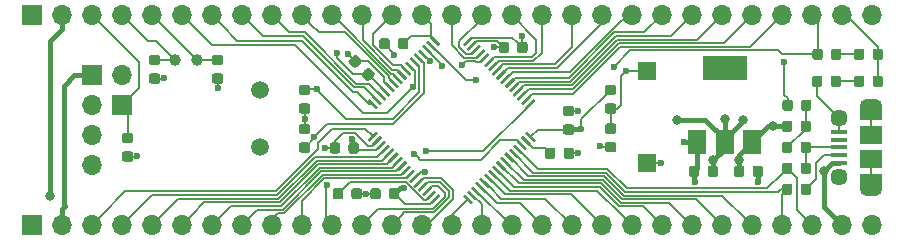
<source format=gtl>
G04 #@! TF.GenerationSoftware,KiCad,Pcbnew,(5.0.0)*
G04 #@! TF.CreationDate,2018-10-21T19:13:21+02:00*
G04 #@! TF.ProjectId,mibo64_stm32,6D69626F36345F73746D33322E6B6963,rev?*
G04 #@! TF.SameCoordinates,PX6486dd0PY621abf0*
G04 #@! TF.FileFunction,Copper,L1,Top,Signal*
G04 #@! TF.FilePolarity,Positive*
%FSLAX46Y46*%
G04 Gerber Fmt 4.6, Leading zero omitted, Abs format (unit mm)*
G04 Created by KiCad (PCBNEW (5.0.0)) date 10/21/18 19:13:21*
%MOMM*%
%LPD*%
G01*
G04 APERTURE LIST*
G04 #@! TA.AperFunction,ComponentPad*
%ADD10R,1.700000X1.700000*%
G04 #@! TD*
G04 #@! TA.AperFunction,ComponentPad*
%ADD11O,1.700000X1.700000*%
G04 #@! TD*
G04 #@! TA.AperFunction,Conductor*
%ADD12C,0.100000*%
G04 #@! TD*
G04 #@! TA.AperFunction,SMDPad,CuDef*
%ADD13C,0.875000*%
G04 #@! TD*
G04 #@! TA.AperFunction,SMDPad,CuDef*
%ADD14R,1.900000X1.500000*%
G04 #@! TD*
G04 #@! TA.AperFunction,ComponentPad*
%ADD15C,1.450000*%
G04 #@! TD*
G04 #@! TA.AperFunction,SMDPad,CuDef*
%ADD16R,1.350000X0.400000*%
G04 #@! TD*
G04 #@! TA.AperFunction,ComponentPad*
%ADD17O,1.900000X1.200000*%
G04 #@! TD*
G04 #@! TA.AperFunction,SMDPad,CuDef*
%ADD18R,1.900000X1.200000*%
G04 #@! TD*
G04 #@! TA.AperFunction,SMDPad,CuDef*
%ADD19R,1.500000X1.500000*%
G04 #@! TD*
G04 #@! TA.AperFunction,SMDPad,CuDef*
%ADD20C,0.250000*%
G04 #@! TD*
G04 #@! TA.AperFunction,SMDPad,CuDef*
%ADD21R,3.800000X2.000000*%
G04 #@! TD*
G04 #@! TA.AperFunction,SMDPad,CuDef*
%ADD22R,1.500000X2.000000*%
G04 #@! TD*
G04 #@! TA.AperFunction,ComponentPad*
%ADD23C,1.500000*%
G04 #@! TD*
G04 #@! TA.AperFunction,ComponentPad*
%ADD24C,1.000000*%
G04 #@! TD*
G04 #@! TA.AperFunction,ViaPad*
%ADD25C,0.600000*%
G04 #@! TD*
G04 #@! TA.AperFunction,ViaPad*
%ADD26C,0.800000*%
G04 #@! TD*
G04 #@! TA.AperFunction,Conductor*
%ADD27C,0.152000*%
G04 #@! TD*
G04 #@! TA.AperFunction,Conductor*
%ADD28C,0.400000*%
G04 #@! TD*
G04 APERTURE END LIST*
D10*
G04 #@! TO.P,J5,1*
G04 #@! TO.N,+3V3*
X6350000Y-6350000D03*
D11*
G04 #@! TO.P,J5,2*
G04 #@! TO.N,/SWDIO*
X6350000Y-8890000D03*
G04 #@! TO.P,J5,3*
G04 #@! TO.N,/SWDCLK*
X6350000Y-11430000D03*
G04 #@! TO.P,J5,4*
G04 #@! TO.N,GND*
X6350000Y-13970000D03*
G04 #@! TD*
D12*
G04 #@! TO.N,GND*
G04 #@! TO.C,C1*
G36*
X24661691Y-10460053D02*
X24682926Y-10463203D01*
X24703750Y-10468419D01*
X24723962Y-10475651D01*
X24743368Y-10484830D01*
X24761781Y-10495866D01*
X24779024Y-10508654D01*
X24794930Y-10523070D01*
X24809346Y-10538976D01*
X24822134Y-10556219D01*
X24833170Y-10574632D01*
X24842349Y-10594038D01*
X24849581Y-10614250D01*
X24854797Y-10635074D01*
X24857947Y-10656309D01*
X24859000Y-10677750D01*
X24859000Y-11115250D01*
X24857947Y-11136691D01*
X24854797Y-11157926D01*
X24849581Y-11178750D01*
X24842349Y-11198962D01*
X24833170Y-11218368D01*
X24822134Y-11236781D01*
X24809346Y-11254024D01*
X24794930Y-11269930D01*
X24779024Y-11284346D01*
X24761781Y-11297134D01*
X24743368Y-11308170D01*
X24723962Y-11317349D01*
X24703750Y-11324581D01*
X24682926Y-11329797D01*
X24661691Y-11332947D01*
X24640250Y-11334000D01*
X24127750Y-11334000D01*
X24106309Y-11332947D01*
X24085074Y-11329797D01*
X24064250Y-11324581D01*
X24044038Y-11317349D01*
X24024632Y-11308170D01*
X24006219Y-11297134D01*
X23988976Y-11284346D01*
X23973070Y-11269930D01*
X23958654Y-11254024D01*
X23945866Y-11236781D01*
X23934830Y-11218368D01*
X23925651Y-11198962D01*
X23918419Y-11178750D01*
X23913203Y-11157926D01*
X23910053Y-11136691D01*
X23909000Y-11115250D01*
X23909000Y-10677750D01*
X23910053Y-10656309D01*
X23913203Y-10635074D01*
X23918419Y-10614250D01*
X23925651Y-10594038D01*
X23934830Y-10574632D01*
X23945866Y-10556219D01*
X23958654Y-10538976D01*
X23973070Y-10523070D01*
X23988976Y-10508654D01*
X24006219Y-10495866D01*
X24024632Y-10484830D01*
X24044038Y-10475651D01*
X24064250Y-10468419D01*
X24085074Y-10463203D01*
X24106309Y-10460053D01*
X24127750Y-10459000D01*
X24640250Y-10459000D01*
X24661691Y-10460053D01*
X24661691Y-10460053D01*
G37*
D13*
G04 #@! TD*
G04 #@! TO.P,C1,2*
G04 #@! TO.N,GND*
X24384000Y-10896500D03*
D12*
G04 #@! TO.N,/OSC_IN*
G04 #@! TO.C,C1*
G36*
X24661691Y-12035053D02*
X24682926Y-12038203D01*
X24703750Y-12043419D01*
X24723962Y-12050651D01*
X24743368Y-12059830D01*
X24761781Y-12070866D01*
X24779024Y-12083654D01*
X24794930Y-12098070D01*
X24809346Y-12113976D01*
X24822134Y-12131219D01*
X24833170Y-12149632D01*
X24842349Y-12169038D01*
X24849581Y-12189250D01*
X24854797Y-12210074D01*
X24857947Y-12231309D01*
X24859000Y-12252750D01*
X24859000Y-12690250D01*
X24857947Y-12711691D01*
X24854797Y-12732926D01*
X24849581Y-12753750D01*
X24842349Y-12773962D01*
X24833170Y-12793368D01*
X24822134Y-12811781D01*
X24809346Y-12829024D01*
X24794930Y-12844930D01*
X24779024Y-12859346D01*
X24761781Y-12872134D01*
X24743368Y-12883170D01*
X24723962Y-12892349D01*
X24703750Y-12899581D01*
X24682926Y-12904797D01*
X24661691Y-12907947D01*
X24640250Y-12909000D01*
X24127750Y-12909000D01*
X24106309Y-12907947D01*
X24085074Y-12904797D01*
X24064250Y-12899581D01*
X24044038Y-12892349D01*
X24024632Y-12883170D01*
X24006219Y-12872134D01*
X23988976Y-12859346D01*
X23973070Y-12844930D01*
X23958654Y-12829024D01*
X23945866Y-12811781D01*
X23934830Y-12793368D01*
X23925651Y-12773962D01*
X23918419Y-12753750D01*
X23913203Y-12732926D01*
X23910053Y-12711691D01*
X23909000Y-12690250D01*
X23909000Y-12252750D01*
X23910053Y-12231309D01*
X23913203Y-12210074D01*
X23918419Y-12189250D01*
X23925651Y-12169038D01*
X23934830Y-12149632D01*
X23945866Y-12131219D01*
X23958654Y-12113976D01*
X23973070Y-12098070D01*
X23988976Y-12083654D01*
X24006219Y-12070866D01*
X24024632Y-12059830D01*
X24044038Y-12050651D01*
X24064250Y-12043419D01*
X24085074Y-12038203D01*
X24106309Y-12035053D01*
X24127750Y-12034000D01*
X24640250Y-12034000D01*
X24661691Y-12035053D01*
X24661691Y-12035053D01*
G37*
D13*
G04 #@! TD*
G04 #@! TO.P,C1,1*
G04 #@! TO.N,/OSC_IN*
X24384000Y-12471500D03*
D12*
G04 #@! TO.N,/OSC_OUT*
G04 #@! TO.C,C2*
G36*
X24661691Y-7158053D02*
X24682926Y-7161203D01*
X24703750Y-7166419D01*
X24723962Y-7173651D01*
X24743368Y-7182830D01*
X24761781Y-7193866D01*
X24779024Y-7206654D01*
X24794930Y-7221070D01*
X24809346Y-7236976D01*
X24822134Y-7254219D01*
X24833170Y-7272632D01*
X24842349Y-7292038D01*
X24849581Y-7312250D01*
X24854797Y-7333074D01*
X24857947Y-7354309D01*
X24859000Y-7375750D01*
X24859000Y-7813250D01*
X24857947Y-7834691D01*
X24854797Y-7855926D01*
X24849581Y-7876750D01*
X24842349Y-7896962D01*
X24833170Y-7916368D01*
X24822134Y-7934781D01*
X24809346Y-7952024D01*
X24794930Y-7967930D01*
X24779024Y-7982346D01*
X24761781Y-7995134D01*
X24743368Y-8006170D01*
X24723962Y-8015349D01*
X24703750Y-8022581D01*
X24682926Y-8027797D01*
X24661691Y-8030947D01*
X24640250Y-8032000D01*
X24127750Y-8032000D01*
X24106309Y-8030947D01*
X24085074Y-8027797D01*
X24064250Y-8022581D01*
X24044038Y-8015349D01*
X24024632Y-8006170D01*
X24006219Y-7995134D01*
X23988976Y-7982346D01*
X23973070Y-7967930D01*
X23958654Y-7952024D01*
X23945866Y-7934781D01*
X23934830Y-7916368D01*
X23925651Y-7896962D01*
X23918419Y-7876750D01*
X23913203Y-7855926D01*
X23910053Y-7834691D01*
X23909000Y-7813250D01*
X23909000Y-7375750D01*
X23910053Y-7354309D01*
X23913203Y-7333074D01*
X23918419Y-7312250D01*
X23925651Y-7292038D01*
X23934830Y-7272632D01*
X23945866Y-7254219D01*
X23958654Y-7236976D01*
X23973070Y-7221070D01*
X23988976Y-7206654D01*
X24006219Y-7193866D01*
X24024632Y-7182830D01*
X24044038Y-7173651D01*
X24064250Y-7166419D01*
X24085074Y-7161203D01*
X24106309Y-7158053D01*
X24127750Y-7157000D01*
X24640250Y-7157000D01*
X24661691Y-7158053D01*
X24661691Y-7158053D01*
G37*
D13*
G04 #@! TD*
G04 #@! TO.P,C2,1*
G04 #@! TO.N,/OSC_OUT*
X24384000Y-7594500D03*
D12*
G04 #@! TO.N,GND*
G04 #@! TO.C,C2*
G36*
X24661691Y-8733053D02*
X24682926Y-8736203D01*
X24703750Y-8741419D01*
X24723962Y-8748651D01*
X24743368Y-8757830D01*
X24761781Y-8768866D01*
X24779024Y-8781654D01*
X24794930Y-8796070D01*
X24809346Y-8811976D01*
X24822134Y-8829219D01*
X24833170Y-8847632D01*
X24842349Y-8867038D01*
X24849581Y-8887250D01*
X24854797Y-8908074D01*
X24857947Y-8929309D01*
X24859000Y-8950750D01*
X24859000Y-9388250D01*
X24857947Y-9409691D01*
X24854797Y-9430926D01*
X24849581Y-9451750D01*
X24842349Y-9471962D01*
X24833170Y-9491368D01*
X24822134Y-9509781D01*
X24809346Y-9527024D01*
X24794930Y-9542930D01*
X24779024Y-9557346D01*
X24761781Y-9570134D01*
X24743368Y-9581170D01*
X24723962Y-9590349D01*
X24703750Y-9597581D01*
X24682926Y-9602797D01*
X24661691Y-9605947D01*
X24640250Y-9607000D01*
X24127750Y-9607000D01*
X24106309Y-9605947D01*
X24085074Y-9602797D01*
X24064250Y-9597581D01*
X24044038Y-9590349D01*
X24024632Y-9581170D01*
X24006219Y-9570134D01*
X23988976Y-9557346D01*
X23973070Y-9542930D01*
X23958654Y-9527024D01*
X23945866Y-9509781D01*
X23934830Y-9491368D01*
X23925651Y-9471962D01*
X23918419Y-9451750D01*
X23913203Y-9430926D01*
X23910053Y-9409691D01*
X23909000Y-9388250D01*
X23909000Y-8950750D01*
X23910053Y-8929309D01*
X23913203Y-8908074D01*
X23918419Y-8887250D01*
X23925651Y-8867038D01*
X23934830Y-8847632D01*
X23945866Y-8829219D01*
X23958654Y-8811976D01*
X23973070Y-8796070D01*
X23988976Y-8781654D01*
X24006219Y-8768866D01*
X24024632Y-8757830D01*
X24044038Y-8748651D01*
X24064250Y-8741419D01*
X24085074Y-8736203D01*
X24106309Y-8733053D01*
X24127750Y-8732000D01*
X24640250Y-8732000D01*
X24661691Y-8733053D01*
X24661691Y-8733053D01*
G37*
D13*
G04 #@! TD*
G04 #@! TO.P,C2,2*
G04 #@! TO.N,GND*
X24384000Y-9169500D03*
D12*
G04 #@! TO.N,GND*
G04 #@! TO.C,C3*
G36*
X50569691Y-12009553D02*
X50590926Y-12012703D01*
X50611750Y-12017919D01*
X50631962Y-12025151D01*
X50651368Y-12034330D01*
X50669781Y-12045366D01*
X50687024Y-12058154D01*
X50702930Y-12072570D01*
X50717346Y-12088476D01*
X50730134Y-12105719D01*
X50741170Y-12124132D01*
X50750349Y-12143538D01*
X50757581Y-12163750D01*
X50762797Y-12184574D01*
X50765947Y-12205809D01*
X50767000Y-12227250D01*
X50767000Y-12664750D01*
X50765947Y-12686191D01*
X50762797Y-12707426D01*
X50757581Y-12728250D01*
X50750349Y-12748462D01*
X50741170Y-12767868D01*
X50730134Y-12786281D01*
X50717346Y-12803524D01*
X50702930Y-12819430D01*
X50687024Y-12833846D01*
X50669781Y-12846634D01*
X50651368Y-12857670D01*
X50631962Y-12866849D01*
X50611750Y-12874081D01*
X50590926Y-12879297D01*
X50569691Y-12882447D01*
X50548250Y-12883500D01*
X50035750Y-12883500D01*
X50014309Y-12882447D01*
X49993074Y-12879297D01*
X49972250Y-12874081D01*
X49952038Y-12866849D01*
X49932632Y-12857670D01*
X49914219Y-12846634D01*
X49896976Y-12833846D01*
X49881070Y-12819430D01*
X49866654Y-12803524D01*
X49853866Y-12786281D01*
X49842830Y-12767868D01*
X49833651Y-12748462D01*
X49826419Y-12728250D01*
X49821203Y-12707426D01*
X49818053Y-12686191D01*
X49817000Y-12664750D01*
X49817000Y-12227250D01*
X49818053Y-12205809D01*
X49821203Y-12184574D01*
X49826419Y-12163750D01*
X49833651Y-12143538D01*
X49842830Y-12124132D01*
X49853866Y-12105719D01*
X49866654Y-12088476D01*
X49881070Y-12072570D01*
X49896976Y-12058154D01*
X49914219Y-12045366D01*
X49932632Y-12034330D01*
X49952038Y-12025151D01*
X49972250Y-12017919D01*
X49993074Y-12012703D01*
X50014309Y-12009553D01*
X50035750Y-12008500D01*
X50548250Y-12008500D01*
X50569691Y-12009553D01*
X50569691Y-12009553D01*
G37*
D13*
G04 #@! TD*
G04 #@! TO.P,C3,2*
G04 #@! TO.N,GND*
X50292000Y-12446000D03*
D12*
G04 #@! TO.N,/RESET*
G04 #@! TO.C,C3*
G36*
X50569691Y-10434553D02*
X50590926Y-10437703D01*
X50611750Y-10442919D01*
X50631962Y-10450151D01*
X50651368Y-10459330D01*
X50669781Y-10470366D01*
X50687024Y-10483154D01*
X50702930Y-10497570D01*
X50717346Y-10513476D01*
X50730134Y-10530719D01*
X50741170Y-10549132D01*
X50750349Y-10568538D01*
X50757581Y-10588750D01*
X50762797Y-10609574D01*
X50765947Y-10630809D01*
X50767000Y-10652250D01*
X50767000Y-11089750D01*
X50765947Y-11111191D01*
X50762797Y-11132426D01*
X50757581Y-11153250D01*
X50750349Y-11173462D01*
X50741170Y-11192868D01*
X50730134Y-11211281D01*
X50717346Y-11228524D01*
X50702930Y-11244430D01*
X50687024Y-11258846D01*
X50669781Y-11271634D01*
X50651368Y-11282670D01*
X50631962Y-11291849D01*
X50611750Y-11299081D01*
X50590926Y-11304297D01*
X50569691Y-11307447D01*
X50548250Y-11308500D01*
X50035750Y-11308500D01*
X50014309Y-11307447D01*
X49993074Y-11304297D01*
X49972250Y-11299081D01*
X49952038Y-11291849D01*
X49932632Y-11282670D01*
X49914219Y-11271634D01*
X49896976Y-11258846D01*
X49881070Y-11244430D01*
X49866654Y-11228524D01*
X49853866Y-11211281D01*
X49842830Y-11192868D01*
X49833651Y-11173462D01*
X49826419Y-11153250D01*
X49821203Y-11132426D01*
X49818053Y-11111191D01*
X49817000Y-11089750D01*
X49817000Y-10652250D01*
X49818053Y-10630809D01*
X49821203Y-10609574D01*
X49826419Y-10588750D01*
X49833651Y-10568538D01*
X49842830Y-10549132D01*
X49853866Y-10530719D01*
X49866654Y-10513476D01*
X49881070Y-10497570D01*
X49896976Y-10483154D01*
X49914219Y-10470366D01*
X49932632Y-10459330D01*
X49952038Y-10450151D01*
X49972250Y-10442919D01*
X49993074Y-10437703D01*
X50014309Y-10434553D01*
X50035750Y-10433500D01*
X50548250Y-10433500D01*
X50569691Y-10434553D01*
X50569691Y-10434553D01*
G37*
D13*
G04 #@! TD*
G04 #@! TO.P,C3,1*
G04 #@! TO.N,/RESET*
X50292000Y-10871000D03*
D12*
G04 #@! TO.N,GND*
G04 #@! TO.C,C4*
G36*
X41489691Y-3526553D02*
X41510926Y-3529703D01*
X41531750Y-3534919D01*
X41551962Y-3542151D01*
X41571368Y-3551330D01*
X41589781Y-3562366D01*
X41607024Y-3575154D01*
X41622930Y-3589570D01*
X41637346Y-3605476D01*
X41650134Y-3622719D01*
X41661170Y-3641132D01*
X41670349Y-3660538D01*
X41677581Y-3680750D01*
X41682797Y-3701574D01*
X41685947Y-3722809D01*
X41687000Y-3744250D01*
X41687000Y-4256750D01*
X41685947Y-4278191D01*
X41682797Y-4299426D01*
X41677581Y-4320250D01*
X41670349Y-4340462D01*
X41661170Y-4359868D01*
X41650134Y-4378281D01*
X41637346Y-4395524D01*
X41622930Y-4411430D01*
X41607024Y-4425846D01*
X41589781Y-4438634D01*
X41571368Y-4449670D01*
X41551962Y-4458849D01*
X41531750Y-4466081D01*
X41510926Y-4471297D01*
X41489691Y-4474447D01*
X41468250Y-4475500D01*
X41030750Y-4475500D01*
X41009309Y-4474447D01*
X40988074Y-4471297D01*
X40967250Y-4466081D01*
X40947038Y-4458849D01*
X40927632Y-4449670D01*
X40909219Y-4438634D01*
X40891976Y-4425846D01*
X40876070Y-4411430D01*
X40861654Y-4395524D01*
X40848866Y-4378281D01*
X40837830Y-4359868D01*
X40828651Y-4340462D01*
X40821419Y-4320250D01*
X40816203Y-4299426D01*
X40813053Y-4278191D01*
X40812000Y-4256750D01*
X40812000Y-3744250D01*
X40813053Y-3722809D01*
X40816203Y-3701574D01*
X40821419Y-3680750D01*
X40828651Y-3660538D01*
X40837830Y-3641132D01*
X40848866Y-3622719D01*
X40861654Y-3605476D01*
X40876070Y-3589570D01*
X40891976Y-3575154D01*
X40909219Y-3562366D01*
X40927632Y-3551330D01*
X40947038Y-3542151D01*
X40967250Y-3534919D01*
X40988074Y-3529703D01*
X41009309Y-3526553D01*
X41030750Y-3525500D01*
X41468250Y-3525500D01*
X41489691Y-3526553D01*
X41489691Y-3526553D01*
G37*
D13*
G04 #@! TD*
G04 #@! TO.P,C4,2*
G04 #@! TO.N,GND*
X41249500Y-4000500D03*
D12*
G04 #@! TO.N,+3V3*
G04 #@! TO.C,C4*
G36*
X43064691Y-3526553D02*
X43085926Y-3529703D01*
X43106750Y-3534919D01*
X43126962Y-3542151D01*
X43146368Y-3551330D01*
X43164781Y-3562366D01*
X43182024Y-3575154D01*
X43197930Y-3589570D01*
X43212346Y-3605476D01*
X43225134Y-3622719D01*
X43236170Y-3641132D01*
X43245349Y-3660538D01*
X43252581Y-3680750D01*
X43257797Y-3701574D01*
X43260947Y-3722809D01*
X43262000Y-3744250D01*
X43262000Y-4256750D01*
X43260947Y-4278191D01*
X43257797Y-4299426D01*
X43252581Y-4320250D01*
X43245349Y-4340462D01*
X43236170Y-4359868D01*
X43225134Y-4378281D01*
X43212346Y-4395524D01*
X43197930Y-4411430D01*
X43182024Y-4425846D01*
X43164781Y-4438634D01*
X43146368Y-4449670D01*
X43126962Y-4458849D01*
X43106750Y-4466081D01*
X43085926Y-4471297D01*
X43064691Y-4474447D01*
X43043250Y-4475500D01*
X42605750Y-4475500D01*
X42584309Y-4474447D01*
X42563074Y-4471297D01*
X42542250Y-4466081D01*
X42522038Y-4458849D01*
X42502632Y-4449670D01*
X42484219Y-4438634D01*
X42466976Y-4425846D01*
X42451070Y-4411430D01*
X42436654Y-4395524D01*
X42423866Y-4378281D01*
X42412830Y-4359868D01*
X42403651Y-4340462D01*
X42396419Y-4320250D01*
X42391203Y-4299426D01*
X42388053Y-4278191D01*
X42387000Y-4256750D01*
X42387000Y-3744250D01*
X42388053Y-3722809D01*
X42391203Y-3701574D01*
X42396419Y-3680750D01*
X42403651Y-3660538D01*
X42412830Y-3641132D01*
X42423866Y-3622719D01*
X42436654Y-3605476D01*
X42451070Y-3589570D01*
X42466976Y-3575154D01*
X42484219Y-3562366D01*
X42502632Y-3551330D01*
X42522038Y-3542151D01*
X42542250Y-3534919D01*
X42563074Y-3529703D01*
X42584309Y-3526553D01*
X42605750Y-3525500D01*
X43043250Y-3525500D01*
X43064691Y-3526553D01*
X43064691Y-3526553D01*
G37*
D13*
G04 #@! TD*
G04 #@! TO.P,C4,1*
G04 #@! TO.N,+3V3*
X42824500Y-4000500D03*
D12*
G04 #@! TO.N,+3V3*
G04 #@! TO.C,C5*
G36*
X47013691Y-10511053D02*
X47034926Y-10514203D01*
X47055750Y-10519419D01*
X47075962Y-10526651D01*
X47095368Y-10535830D01*
X47113781Y-10546866D01*
X47131024Y-10559654D01*
X47146930Y-10574070D01*
X47161346Y-10589976D01*
X47174134Y-10607219D01*
X47185170Y-10625632D01*
X47194349Y-10645038D01*
X47201581Y-10665250D01*
X47206797Y-10686074D01*
X47209947Y-10707309D01*
X47211000Y-10728750D01*
X47211000Y-11166250D01*
X47209947Y-11187691D01*
X47206797Y-11208926D01*
X47201581Y-11229750D01*
X47194349Y-11249962D01*
X47185170Y-11269368D01*
X47174134Y-11287781D01*
X47161346Y-11305024D01*
X47146930Y-11320930D01*
X47131024Y-11335346D01*
X47113781Y-11348134D01*
X47095368Y-11359170D01*
X47075962Y-11368349D01*
X47055750Y-11375581D01*
X47034926Y-11380797D01*
X47013691Y-11383947D01*
X46992250Y-11385000D01*
X46479750Y-11385000D01*
X46458309Y-11383947D01*
X46437074Y-11380797D01*
X46416250Y-11375581D01*
X46396038Y-11368349D01*
X46376632Y-11359170D01*
X46358219Y-11348134D01*
X46340976Y-11335346D01*
X46325070Y-11320930D01*
X46310654Y-11305024D01*
X46297866Y-11287781D01*
X46286830Y-11269368D01*
X46277651Y-11249962D01*
X46270419Y-11229750D01*
X46265203Y-11208926D01*
X46262053Y-11187691D01*
X46261000Y-11166250D01*
X46261000Y-10728750D01*
X46262053Y-10707309D01*
X46265203Y-10686074D01*
X46270419Y-10665250D01*
X46277651Y-10645038D01*
X46286830Y-10625632D01*
X46297866Y-10607219D01*
X46310654Y-10589976D01*
X46325070Y-10574070D01*
X46340976Y-10559654D01*
X46358219Y-10546866D01*
X46376632Y-10535830D01*
X46396038Y-10526651D01*
X46416250Y-10519419D01*
X46437074Y-10514203D01*
X46458309Y-10511053D01*
X46479750Y-10510000D01*
X46992250Y-10510000D01*
X47013691Y-10511053D01*
X47013691Y-10511053D01*
G37*
D13*
G04 #@! TD*
G04 #@! TO.P,C5,1*
G04 #@! TO.N,+3V3*
X46736000Y-10947500D03*
D12*
G04 #@! TO.N,GND*
G04 #@! TO.C,C5*
G36*
X47013691Y-8936053D02*
X47034926Y-8939203D01*
X47055750Y-8944419D01*
X47075962Y-8951651D01*
X47095368Y-8960830D01*
X47113781Y-8971866D01*
X47131024Y-8984654D01*
X47146930Y-8999070D01*
X47161346Y-9014976D01*
X47174134Y-9032219D01*
X47185170Y-9050632D01*
X47194349Y-9070038D01*
X47201581Y-9090250D01*
X47206797Y-9111074D01*
X47209947Y-9132309D01*
X47211000Y-9153750D01*
X47211000Y-9591250D01*
X47209947Y-9612691D01*
X47206797Y-9633926D01*
X47201581Y-9654750D01*
X47194349Y-9674962D01*
X47185170Y-9694368D01*
X47174134Y-9712781D01*
X47161346Y-9730024D01*
X47146930Y-9745930D01*
X47131024Y-9760346D01*
X47113781Y-9773134D01*
X47095368Y-9784170D01*
X47075962Y-9793349D01*
X47055750Y-9800581D01*
X47034926Y-9805797D01*
X47013691Y-9808947D01*
X46992250Y-9810000D01*
X46479750Y-9810000D01*
X46458309Y-9808947D01*
X46437074Y-9805797D01*
X46416250Y-9800581D01*
X46396038Y-9793349D01*
X46376632Y-9784170D01*
X46358219Y-9773134D01*
X46340976Y-9760346D01*
X46325070Y-9745930D01*
X46310654Y-9730024D01*
X46297866Y-9712781D01*
X46286830Y-9694368D01*
X46277651Y-9674962D01*
X46270419Y-9654750D01*
X46265203Y-9633926D01*
X46262053Y-9612691D01*
X46261000Y-9591250D01*
X46261000Y-9153750D01*
X46262053Y-9132309D01*
X46265203Y-9111074D01*
X46270419Y-9090250D01*
X46277651Y-9070038D01*
X46286830Y-9050632D01*
X46297866Y-9032219D01*
X46310654Y-9014976D01*
X46325070Y-8999070D01*
X46340976Y-8984654D01*
X46358219Y-8971866D01*
X46376632Y-8960830D01*
X46396038Y-8951651D01*
X46416250Y-8944419D01*
X46437074Y-8939203D01*
X46458309Y-8936053D01*
X46479750Y-8935000D01*
X46992250Y-8935000D01*
X47013691Y-8936053D01*
X47013691Y-8936053D01*
G37*
D13*
G04 #@! TD*
G04 #@! TO.P,C5,2*
G04 #@! TO.N,GND*
X46736000Y-9372500D03*
D12*
G04 #@! TO.N,+3V3*
G04 #@! TO.C,C6*
G36*
X32206191Y-15909053D02*
X32227426Y-15912203D01*
X32248250Y-15917419D01*
X32268462Y-15924651D01*
X32287868Y-15933830D01*
X32306281Y-15944866D01*
X32323524Y-15957654D01*
X32339430Y-15972070D01*
X32353846Y-15987976D01*
X32366634Y-16005219D01*
X32377670Y-16023632D01*
X32386849Y-16043038D01*
X32394081Y-16063250D01*
X32399297Y-16084074D01*
X32402447Y-16105309D01*
X32403500Y-16126750D01*
X32403500Y-16639250D01*
X32402447Y-16660691D01*
X32399297Y-16681926D01*
X32394081Y-16702750D01*
X32386849Y-16722962D01*
X32377670Y-16742368D01*
X32366634Y-16760781D01*
X32353846Y-16778024D01*
X32339430Y-16793930D01*
X32323524Y-16808346D01*
X32306281Y-16821134D01*
X32287868Y-16832170D01*
X32268462Y-16841349D01*
X32248250Y-16848581D01*
X32227426Y-16853797D01*
X32206191Y-16856947D01*
X32184750Y-16858000D01*
X31747250Y-16858000D01*
X31725809Y-16856947D01*
X31704574Y-16853797D01*
X31683750Y-16848581D01*
X31663538Y-16841349D01*
X31644132Y-16832170D01*
X31625719Y-16821134D01*
X31608476Y-16808346D01*
X31592570Y-16793930D01*
X31578154Y-16778024D01*
X31565366Y-16760781D01*
X31554330Y-16742368D01*
X31545151Y-16722962D01*
X31537919Y-16702750D01*
X31532703Y-16681926D01*
X31529553Y-16660691D01*
X31528500Y-16639250D01*
X31528500Y-16126750D01*
X31529553Y-16105309D01*
X31532703Y-16084074D01*
X31537919Y-16063250D01*
X31545151Y-16043038D01*
X31554330Y-16023632D01*
X31565366Y-16005219D01*
X31578154Y-15987976D01*
X31592570Y-15972070D01*
X31608476Y-15957654D01*
X31625719Y-15944866D01*
X31644132Y-15933830D01*
X31663538Y-15924651D01*
X31683750Y-15917419D01*
X31704574Y-15912203D01*
X31725809Y-15909053D01*
X31747250Y-15908000D01*
X32184750Y-15908000D01*
X32206191Y-15909053D01*
X32206191Y-15909053D01*
G37*
D13*
G04 #@! TD*
G04 #@! TO.P,C6,1*
G04 #@! TO.N,+3V3*
X31966000Y-16383000D03*
D12*
G04 #@! TO.N,GND*
G04 #@! TO.C,C6*
G36*
X30631191Y-15909053D02*
X30652426Y-15912203D01*
X30673250Y-15917419D01*
X30693462Y-15924651D01*
X30712868Y-15933830D01*
X30731281Y-15944866D01*
X30748524Y-15957654D01*
X30764430Y-15972070D01*
X30778846Y-15987976D01*
X30791634Y-16005219D01*
X30802670Y-16023632D01*
X30811849Y-16043038D01*
X30819081Y-16063250D01*
X30824297Y-16084074D01*
X30827447Y-16105309D01*
X30828500Y-16126750D01*
X30828500Y-16639250D01*
X30827447Y-16660691D01*
X30824297Y-16681926D01*
X30819081Y-16702750D01*
X30811849Y-16722962D01*
X30802670Y-16742368D01*
X30791634Y-16760781D01*
X30778846Y-16778024D01*
X30764430Y-16793930D01*
X30748524Y-16808346D01*
X30731281Y-16821134D01*
X30712868Y-16832170D01*
X30693462Y-16841349D01*
X30673250Y-16848581D01*
X30652426Y-16853797D01*
X30631191Y-16856947D01*
X30609750Y-16858000D01*
X30172250Y-16858000D01*
X30150809Y-16856947D01*
X30129574Y-16853797D01*
X30108750Y-16848581D01*
X30088538Y-16841349D01*
X30069132Y-16832170D01*
X30050719Y-16821134D01*
X30033476Y-16808346D01*
X30017570Y-16793930D01*
X30003154Y-16778024D01*
X29990366Y-16760781D01*
X29979330Y-16742368D01*
X29970151Y-16722962D01*
X29962919Y-16702750D01*
X29957703Y-16681926D01*
X29954553Y-16660691D01*
X29953500Y-16639250D01*
X29953500Y-16126750D01*
X29954553Y-16105309D01*
X29957703Y-16084074D01*
X29962919Y-16063250D01*
X29970151Y-16043038D01*
X29979330Y-16023632D01*
X29990366Y-16005219D01*
X30003154Y-15987976D01*
X30017570Y-15972070D01*
X30033476Y-15957654D01*
X30050719Y-15944866D01*
X30069132Y-15933830D01*
X30088538Y-15924651D01*
X30108750Y-15917419D01*
X30129574Y-15912203D01*
X30150809Y-15909053D01*
X30172250Y-15908000D01*
X30609750Y-15908000D01*
X30631191Y-15909053D01*
X30631191Y-15909053D01*
G37*
D13*
G04 #@! TD*
G04 #@! TO.P,C6,2*
G04 #@! TO.N,GND*
X30391000Y-16383000D03*
D12*
G04 #@! TO.N,+3V3*
G04 #@! TO.C,C7*
G36*
X28777191Y-12035553D02*
X28798426Y-12038703D01*
X28819250Y-12043919D01*
X28839462Y-12051151D01*
X28858868Y-12060330D01*
X28877281Y-12071366D01*
X28894524Y-12084154D01*
X28910430Y-12098570D01*
X28924846Y-12114476D01*
X28937634Y-12131719D01*
X28948670Y-12150132D01*
X28957849Y-12169538D01*
X28965081Y-12189750D01*
X28970297Y-12210574D01*
X28973447Y-12231809D01*
X28974500Y-12253250D01*
X28974500Y-12765750D01*
X28973447Y-12787191D01*
X28970297Y-12808426D01*
X28965081Y-12829250D01*
X28957849Y-12849462D01*
X28948670Y-12868868D01*
X28937634Y-12887281D01*
X28924846Y-12904524D01*
X28910430Y-12920430D01*
X28894524Y-12934846D01*
X28877281Y-12947634D01*
X28858868Y-12958670D01*
X28839462Y-12967849D01*
X28819250Y-12975081D01*
X28798426Y-12980297D01*
X28777191Y-12983447D01*
X28755750Y-12984500D01*
X28318250Y-12984500D01*
X28296809Y-12983447D01*
X28275574Y-12980297D01*
X28254750Y-12975081D01*
X28234538Y-12967849D01*
X28215132Y-12958670D01*
X28196719Y-12947634D01*
X28179476Y-12934846D01*
X28163570Y-12920430D01*
X28149154Y-12904524D01*
X28136366Y-12887281D01*
X28125330Y-12868868D01*
X28116151Y-12849462D01*
X28108919Y-12829250D01*
X28103703Y-12808426D01*
X28100553Y-12787191D01*
X28099500Y-12765750D01*
X28099500Y-12253250D01*
X28100553Y-12231809D01*
X28103703Y-12210574D01*
X28108919Y-12189750D01*
X28116151Y-12169538D01*
X28125330Y-12150132D01*
X28136366Y-12131719D01*
X28149154Y-12114476D01*
X28163570Y-12098570D01*
X28179476Y-12084154D01*
X28196719Y-12071366D01*
X28215132Y-12060330D01*
X28234538Y-12051151D01*
X28254750Y-12043919D01*
X28275574Y-12038703D01*
X28296809Y-12035553D01*
X28318250Y-12034500D01*
X28755750Y-12034500D01*
X28777191Y-12035553D01*
X28777191Y-12035553D01*
G37*
D13*
G04 #@! TD*
G04 #@! TO.P,C7,1*
G04 #@! TO.N,+3V3*
X28537000Y-12509500D03*
D12*
G04 #@! TO.N,GND*
G04 #@! TO.C,C7*
G36*
X27202191Y-12035553D02*
X27223426Y-12038703D01*
X27244250Y-12043919D01*
X27264462Y-12051151D01*
X27283868Y-12060330D01*
X27302281Y-12071366D01*
X27319524Y-12084154D01*
X27335430Y-12098570D01*
X27349846Y-12114476D01*
X27362634Y-12131719D01*
X27373670Y-12150132D01*
X27382849Y-12169538D01*
X27390081Y-12189750D01*
X27395297Y-12210574D01*
X27398447Y-12231809D01*
X27399500Y-12253250D01*
X27399500Y-12765750D01*
X27398447Y-12787191D01*
X27395297Y-12808426D01*
X27390081Y-12829250D01*
X27382849Y-12849462D01*
X27373670Y-12868868D01*
X27362634Y-12887281D01*
X27349846Y-12904524D01*
X27335430Y-12920430D01*
X27319524Y-12934846D01*
X27302281Y-12947634D01*
X27283868Y-12958670D01*
X27264462Y-12967849D01*
X27244250Y-12975081D01*
X27223426Y-12980297D01*
X27202191Y-12983447D01*
X27180750Y-12984500D01*
X26743250Y-12984500D01*
X26721809Y-12983447D01*
X26700574Y-12980297D01*
X26679750Y-12975081D01*
X26659538Y-12967849D01*
X26640132Y-12958670D01*
X26621719Y-12947634D01*
X26604476Y-12934846D01*
X26588570Y-12920430D01*
X26574154Y-12904524D01*
X26561366Y-12887281D01*
X26550330Y-12868868D01*
X26541151Y-12849462D01*
X26533919Y-12829250D01*
X26528703Y-12808426D01*
X26525553Y-12787191D01*
X26524500Y-12765750D01*
X26524500Y-12253250D01*
X26525553Y-12231809D01*
X26528703Y-12210574D01*
X26533919Y-12189750D01*
X26541151Y-12169538D01*
X26550330Y-12150132D01*
X26561366Y-12131719D01*
X26574154Y-12114476D01*
X26588570Y-12098570D01*
X26604476Y-12084154D01*
X26621719Y-12071366D01*
X26640132Y-12060330D01*
X26659538Y-12051151D01*
X26679750Y-12043919D01*
X26700574Y-12038703D01*
X26721809Y-12035553D01*
X26743250Y-12034500D01*
X27180750Y-12034500D01*
X27202191Y-12035553D01*
X27202191Y-12035553D01*
G37*
D13*
G04 #@! TD*
G04 #@! TO.P,C7,2*
G04 #@! TO.N,GND*
X26962000Y-12509500D03*
D12*
G04 #@! TO.N,/5V*
G04 #@! TO.C,C8*
G36*
X61428691Y-14004053D02*
X61449926Y-14007203D01*
X61470750Y-14012419D01*
X61490962Y-14019651D01*
X61510368Y-14028830D01*
X61528781Y-14039866D01*
X61546024Y-14052654D01*
X61561930Y-14067070D01*
X61576346Y-14082976D01*
X61589134Y-14100219D01*
X61600170Y-14118632D01*
X61609349Y-14138038D01*
X61616581Y-14158250D01*
X61621797Y-14179074D01*
X61624947Y-14200309D01*
X61626000Y-14221750D01*
X61626000Y-14734250D01*
X61624947Y-14755691D01*
X61621797Y-14776926D01*
X61616581Y-14797750D01*
X61609349Y-14817962D01*
X61600170Y-14837368D01*
X61589134Y-14855781D01*
X61576346Y-14873024D01*
X61561930Y-14888930D01*
X61546024Y-14903346D01*
X61528781Y-14916134D01*
X61510368Y-14927170D01*
X61490962Y-14936349D01*
X61470750Y-14943581D01*
X61449926Y-14948797D01*
X61428691Y-14951947D01*
X61407250Y-14953000D01*
X60969750Y-14953000D01*
X60948309Y-14951947D01*
X60927074Y-14948797D01*
X60906250Y-14943581D01*
X60886038Y-14936349D01*
X60866632Y-14927170D01*
X60848219Y-14916134D01*
X60830976Y-14903346D01*
X60815070Y-14888930D01*
X60800654Y-14873024D01*
X60787866Y-14855781D01*
X60776830Y-14837368D01*
X60767651Y-14817962D01*
X60760419Y-14797750D01*
X60755203Y-14776926D01*
X60752053Y-14755691D01*
X60751000Y-14734250D01*
X60751000Y-14221750D01*
X60752053Y-14200309D01*
X60755203Y-14179074D01*
X60760419Y-14158250D01*
X60767651Y-14138038D01*
X60776830Y-14118632D01*
X60787866Y-14100219D01*
X60800654Y-14082976D01*
X60815070Y-14067070D01*
X60830976Y-14052654D01*
X60848219Y-14039866D01*
X60866632Y-14028830D01*
X60886038Y-14019651D01*
X60906250Y-14012419D01*
X60927074Y-14007203D01*
X60948309Y-14004053D01*
X60969750Y-14003000D01*
X61407250Y-14003000D01*
X61428691Y-14004053D01*
X61428691Y-14004053D01*
G37*
D13*
G04 #@! TD*
G04 #@! TO.P,C8,1*
G04 #@! TO.N,/5V*
X61188500Y-14478000D03*
D12*
G04 #@! TO.N,GND*
G04 #@! TO.C,C8*
G36*
X63003691Y-14004053D02*
X63024926Y-14007203D01*
X63045750Y-14012419D01*
X63065962Y-14019651D01*
X63085368Y-14028830D01*
X63103781Y-14039866D01*
X63121024Y-14052654D01*
X63136930Y-14067070D01*
X63151346Y-14082976D01*
X63164134Y-14100219D01*
X63175170Y-14118632D01*
X63184349Y-14138038D01*
X63191581Y-14158250D01*
X63196797Y-14179074D01*
X63199947Y-14200309D01*
X63201000Y-14221750D01*
X63201000Y-14734250D01*
X63199947Y-14755691D01*
X63196797Y-14776926D01*
X63191581Y-14797750D01*
X63184349Y-14817962D01*
X63175170Y-14837368D01*
X63164134Y-14855781D01*
X63151346Y-14873024D01*
X63136930Y-14888930D01*
X63121024Y-14903346D01*
X63103781Y-14916134D01*
X63085368Y-14927170D01*
X63065962Y-14936349D01*
X63045750Y-14943581D01*
X63024926Y-14948797D01*
X63003691Y-14951947D01*
X62982250Y-14953000D01*
X62544750Y-14953000D01*
X62523309Y-14951947D01*
X62502074Y-14948797D01*
X62481250Y-14943581D01*
X62461038Y-14936349D01*
X62441632Y-14927170D01*
X62423219Y-14916134D01*
X62405976Y-14903346D01*
X62390070Y-14888930D01*
X62375654Y-14873024D01*
X62362866Y-14855781D01*
X62351830Y-14837368D01*
X62342651Y-14817962D01*
X62335419Y-14797750D01*
X62330203Y-14776926D01*
X62327053Y-14755691D01*
X62326000Y-14734250D01*
X62326000Y-14221750D01*
X62327053Y-14200309D01*
X62330203Y-14179074D01*
X62335419Y-14158250D01*
X62342651Y-14138038D01*
X62351830Y-14118632D01*
X62362866Y-14100219D01*
X62375654Y-14082976D01*
X62390070Y-14067070D01*
X62405976Y-14052654D01*
X62423219Y-14039866D01*
X62441632Y-14028830D01*
X62461038Y-14019651D01*
X62481250Y-14012419D01*
X62502074Y-14007203D01*
X62523309Y-14004053D01*
X62544750Y-14003000D01*
X62982250Y-14003000D01*
X63003691Y-14004053D01*
X63003691Y-14004053D01*
G37*
D13*
G04 #@! TD*
G04 #@! TO.P,C8,2*
G04 #@! TO.N,GND*
X62763500Y-14478000D03*
D12*
G04 #@! TO.N,/OSC32_IN*
G04 #@! TO.C,C9*
G36*
X11961691Y-4618053D02*
X11982926Y-4621203D01*
X12003750Y-4626419D01*
X12023962Y-4633651D01*
X12043368Y-4642830D01*
X12061781Y-4653866D01*
X12079024Y-4666654D01*
X12094930Y-4681070D01*
X12109346Y-4696976D01*
X12122134Y-4714219D01*
X12133170Y-4732632D01*
X12142349Y-4752038D01*
X12149581Y-4772250D01*
X12154797Y-4793074D01*
X12157947Y-4814309D01*
X12159000Y-4835750D01*
X12159000Y-5273250D01*
X12157947Y-5294691D01*
X12154797Y-5315926D01*
X12149581Y-5336750D01*
X12142349Y-5356962D01*
X12133170Y-5376368D01*
X12122134Y-5394781D01*
X12109346Y-5412024D01*
X12094930Y-5427930D01*
X12079024Y-5442346D01*
X12061781Y-5455134D01*
X12043368Y-5466170D01*
X12023962Y-5475349D01*
X12003750Y-5482581D01*
X11982926Y-5487797D01*
X11961691Y-5490947D01*
X11940250Y-5492000D01*
X11427750Y-5492000D01*
X11406309Y-5490947D01*
X11385074Y-5487797D01*
X11364250Y-5482581D01*
X11344038Y-5475349D01*
X11324632Y-5466170D01*
X11306219Y-5455134D01*
X11288976Y-5442346D01*
X11273070Y-5427930D01*
X11258654Y-5412024D01*
X11245866Y-5394781D01*
X11234830Y-5376368D01*
X11225651Y-5356962D01*
X11218419Y-5336750D01*
X11213203Y-5315926D01*
X11210053Y-5294691D01*
X11209000Y-5273250D01*
X11209000Y-4835750D01*
X11210053Y-4814309D01*
X11213203Y-4793074D01*
X11218419Y-4772250D01*
X11225651Y-4752038D01*
X11234830Y-4732632D01*
X11245866Y-4714219D01*
X11258654Y-4696976D01*
X11273070Y-4681070D01*
X11288976Y-4666654D01*
X11306219Y-4653866D01*
X11324632Y-4642830D01*
X11344038Y-4633651D01*
X11364250Y-4626419D01*
X11385074Y-4621203D01*
X11406309Y-4618053D01*
X11427750Y-4617000D01*
X11940250Y-4617000D01*
X11961691Y-4618053D01*
X11961691Y-4618053D01*
G37*
D13*
G04 #@! TD*
G04 #@! TO.P,C9,1*
G04 #@! TO.N,/OSC32_IN*
X11684000Y-5054500D03*
D12*
G04 #@! TO.N,GND*
G04 #@! TO.C,C9*
G36*
X11961691Y-6193053D02*
X11982926Y-6196203D01*
X12003750Y-6201419D01*
X12023962Y-6208651D01*
X12043368Y-6217830D01*
X12061781Y-6228866D01*
X12079024Y-6241654D01*
X12094930Y-6256070D01*
X12109346Y-6271976D01*
X12122134Y-6289219D01*
X12133170Y-6307632D01*
X12142349Y-6327038D01*
X12149581Y-6347250D01*
X12154797Y-6368074D01*
X12157947Y-6389309D01*
X12159000Y-6410750D01*
X12159000Y-6848250D01*
X12157947Y-6869691D01*
X12154797Y-6890926D01*
X12149581Y-6911750D01*
X12142349Y-6931962D01*
X12133170Y-6951368D01*
X12122134Y-6969781D01*
X12109346Y-6987024D01*
X12094930Y-7002930D01*
X12079024Y-7017346D01*
X12061781Y-7030134D01*
X12043368Y-7041170D01*
X12023962Y-7050349D01*
X12003750Y-7057581D01*
X11982926Y-7062797D01*
X11961691Y-7065947D01*
X11940250Y-7067000D01*
X11427750Y-7067000D01*
X11406309Y-7065947D01*
X11385074Y-7062797D01*
X11364250Y-7057581D01*
X11344038Y-7050349D01*
X11324632Y-7041170D01*
X11306219Y-7030134D01*
X11288976Y-7017346D01*
X11273070Y-7002930D01*
X11258654Y-6987024D01*
X11245866Y-6969781D01*
X11234830Y-6951368D01*
X11225651Y-6931962D01*
X11218419Y-6911750D01*
X11213203Y-6890926D01*
X11210053Y-6869691D01*
X11209000Y-6848250D01*
X11209000Y-6410750D01*
X11210053Y-6389309D01*
X11213203Y-6368074D01*
X11218419Y-6347250D01*
X11225651Y-6327038D01*
X11234830Y-6307632D01*
X11245866Y-6289219D01*
X11258654Y-6271976D01*
X11273070Y-6256070D01*
X11288976Y-6241654D01*
X11306219Y-6228866D01*
X11324632Y-6217830D01*
X11344038Y-6208651D01*
X11364250Y-6201419D01*
X11385074Y-6196203D01*
X11406309Y-6193053D01*
X11427750Y-6192000D01*
X11940250Y-6192000D01*
X11961691Y-6193053D01*
X11961691Y-6193053D01*
G37*
D13*
G04 #@! TD*
G04 #@! TO.P,C9,2*
G04 #@! TO.N,GND*
X11684000Y-6629500D03*
D12*
G04 #@! TO.N,GND*
G04 #@! TO.C,C10*
G36*
X17295691Y-6193053D02*
X17316926Y-6196203D01*
X17337750Y-6201419D01*
X17357962Y-6208651D01*
X17377368Y-6217830D01*
X17395781Y-6228866D01*
X17413024Y-6241654D01*
X17428930Y-6256070D01*
X17443346Y-6271976D01*
X17456134Y-6289219D01*
X17467170Y-6307632D01*
X17476349Y-6327038D01*
X17483581Y-6347250D01*
X17488797Y-6368074D01*
X17491947Y-6389309D01*
X17493000Y-6410750D01*
X17493000Y-6848250D01*
X17491947Y-6869691D01*
X17488797Y-6890926D01*
X17483581Y-6911750D01*
X17476349Y-6931962D01*
X17467170Y-6951368D01*
X17456134Y-6969781D01*
X17443346Y-6987024D01*
X17428930Y-7002930D01*
X17413024Y-7017346D01*
X17395781Y-7030134D01*
X17377368Y-7041170D01*
X17357962Y-7050349D01*
X17337750Y-7057581D01*
X17316926Y-7062797D01*
X17295691Y-7065947D01*
X17274250Y-7067000D01*
X16761750Y-7067000D01*
X16740309Y-7065947D01*
X16719074Y-7062797D01*
X16698250Y-7057581D01*
X16678038Y-7050349D01*
X16658632Y-7041170D01*
X16640219Y-7030134D01*
X16622976Y-7017346D01*
X16607070Y-7002930D01*
X16592654Y-6987024D01*
X16579866Y-6969781D01*
X16568830Y-6951368D01*
X16559651Y-6931962D01*
X16552419Y-6911750D01*
X16547203Y-6890926D01*
X16544053Y-6869691D01*
X16543000Y-6848250D01*
X16543000Y-6410750D01*
X16544053Y-6389309D01*
X16547203Y-6368074D01*
X16552419Y-6347250D01*
X16559651Y-6327038D01*
X16568830Y-6307632D01*
X16579866Y-6289219D01*
X16592654Y-6271976D01*
X16607070Y-6256070D01*
X16622976Y-6241654D01*
X16640219Y-6228866D01*
X16658632Y-6217830D01*
X16678038Y-6208651D01*
X16698250Y-6201419D01*
X16719074Y-6196203D01*
X16740309Y-6193053D01*
X16761750Y-6192000D01*
X17274250Y-6192000D01*
X17295691Y-6193053D01*
X17295691Y-6193053D01*
G37*
D13*
G04 #@! TD*
G04 #@! TO.P,C10,2*
G04 #@! TO.N,GND*
X17018000Y-6629500D03*
D12*
G04 #@! TO.N,/OSC32_OUT*
G04 #@! TO.C,C10*
G36*
X17295691Y-4618053D02*
X17316926Y-4621203D01*
X17337750Y-4626419D01*
X17357962Y-4633651D01*
X17377368Y-4642830D01*
X17395781Y-4653866D01*
X17413024Y-4666654D01*
X17428930Y-4681070D01*
X17443346Y-4696976D01*
X17456134Y-4714219D01*
X17467170Y-4732632D01*
X17476349Y-4752038D01*
X17483581Y-4772250D01*
X17488797Y-4793074D01*
X17491947Y-4814309D01*
X17493000Y-4835750D01*
X17493000Y-5273250D01*
X17491947Y-5294691D01*
X17488797Y-5315926D01*
X17483581Y-5336750D01*
X17476349Y-5356962D01*
X17467170Y-5376368D01*
X17456134Y-5394781D01*
X17443346Y-5412024D01*
X17428930Y-5427930D01*
X17413024Y-5442346D01*
X17395781Y-5455134D01*
X17377368Y-5466170D01*
X17357962Y-5475349D01*
X17337750Y-5482581D01*
X17316926Y-5487797D01*
X17295691Y-5490947D01*
X17274250Y-5492000D01*
X16761750Y-5492000D01*
X16740309Y-5490947D01*
X16719074Y-5487797D01*
X16698250Y-5482581D01*
X16678038Y-5475349D01*
X16658632Y-5466170D01*
X16640219Y-5455134D01*
X16622976Y-5442346D01*
X16607070Y-5427930D01*
X16592654Y-5412024D01*
X16579866Y-5394781D01*
X16568830Y-5376368D01*
X16559651Y-5356962D01*
X16552419Y-5336750D01*
X16547203Y-5315926D01*
X16544053Y-5294691D01*
X16543000Y-5273250D01*
X16543000Y-4835750D01*
X16544053Y-4814309D01*
X16547203Y-4793074D01*
X16552419Y-4772250D01*
X16559651Y-4752038D01*
X16568830Y-4732632D01*
X16579866Y-4714219D01*
X16592654Y-4696976D01*
X16607070Y-4681070D01*
X16622976Y-4666654D01*
X16640219Y-4653866D01*
X16658632Y-4642830D01*
X16678038Y-4633651D01*
X16698250Y-4626419D01*
X16719074Y-4621203D01*
X16740309Y-4618053D01*
X16761750Y-4617000D01*
X17274250Y-4617000D01*
X17295691Y-4618053D01*
X17295691Y-4618053D01*
G37*
D13*
G04 #@! TD*
G04 #@! TO.P,C10,1*
G04 #@! TO.N,/OSC32_OUT*
X17018000Y-5054500D03*
D12*
G04 #@! TO.N,GND*
G04 #@! TO.C,C11*
G36*
X57618691Y-14004053D02*
X57639926Y-14007203D01*
X57660750Y-14012419D01*
X57680962Y-14019651D01*
X57700368Y-14028830D01*
X57718781Y-14039866D01*
X57736024Y-14052654D01*
X57751930Y-14067070D01*
X57766346Y-14082976D01*
X57779134Y-14100219D01*
X57790170Y-14118632D01*
X57799349Y-14138038D01*
X57806581Y-14158250D01*
X57811797Y-14179074D01*
X57814947Y-14200309D01*
X57816000Y-14221750D01*
X57816000Y-14734250D01*
X57814947Y-14755691D01*
X57811797Y-14776926D01*
X57806581Y-14797750D01*
X57799349Y-14817962D01*
X57790170Y-14837368D01*
X57779134Y-14855781D01*
X57766346Y-14873024D01*
X57751930Y-14888930D01*
X57736024Y-14903346D01*
X57718781Y-14916134D01*
X57700368Y-14927170D01*
X57680962Y-14936349D01*
X57660750Y-14943581D01*
X57639926Y-14948797D01*
X57618691Y-14951947D01*
X57597250Y-14953000D01*
X57159750Y-14953000D01*
X57138309Y-14951947D01*
X57117074Y-14948797D01*
X57096250Y-14943581D01*
X57076038Y-14936349D01*
X57056632Y-14927170D01*
X57038219Y-14916134D01*
X57020976Y-14903346D01*
X57005070Y-14888930D01*
X56990654Y-14873024D01*
X56977866Y-14855781D01*
X56966830Y-14837368D01*
X56957651Y-14817962D01*
X56950419Y-14797750D01*
X56945203Y-14776926D01*
X56942053Y-14755691D01*
X56941000Y-14734250D01*
X56941000Y-14221750D01*
X56942053Y-14200309D01*
X56945203Y-14179074D01*
X56950419Y-14158250D01*
X56957651Y-14138038D01*
X56966830Y-14118632D01*
X56977866Y-14100219D01*
X56990654Y-14082976D01*
X57005070Y-14067070D01*
X57020976Y-14052654D01*
X57038219Y-14039866D01*
X57056632Y-14028830D01*
X57076038Y-14019651D01*
X57096250Y-14012419D01*
X57117074Y-14007203D01*
X57138309Y-14004053D01*
X57159750Y-14003000D01*
X57597250Y-14003000D01*
X57618691Y-14004053D01*
X57618691Y-14004053D01*
G37*
D13*
G04 #@! TD*
G04 #@! TO.P,C11,2*
G04 #@! TO.N,GND*
X57378500Y-14478000D03*
D12*
G04 #@! TO.N,+3V3*
G04 #@! TO.C,C11*
G36*
X59193691Y-14004053D02*
X59214926Y-14007203D01*
X59235750Y-14012419D01*
X59255962Y-14019651D01*
X59275368Y-14028830D01*
X59293781Y-14039866D01*
X59311024Y-14052654D01*
X59326930Y-14067070D01*
X59341346Y-14082976D01*
X59354134Y-14100219D01*
X59365170Y-14118632D01*
X59374349Y-14138038D01*
X59381581Y-14158250D01*
X59386797Y-14179074D01*
X59389947Y-14200309D01*
X59391000Y-14221750D01*
X59391000Y-14734250D01*
X59389947Y-14755691D01*
X59386797Y-14776926D01*
X59381581Y-14797750D01*
X59374349Y-14817962D01*
X59365170Y-14837368D01*
X59354134Y-14855781D01*
X59341346Y-14873024D01*
X59326930Y-14888930D01*
X59311024Y-14903346D01*
X59293781Y-14916134D01*
X59275368Y-14927170D01*
X59255962Y-14936349D01*
X59235750Y-14943581D01*
X59214926Y-14948797D01*
X59193691Y-14951947D01*
X59172250Y-14953000D01*
X58734750Y-14953000D01*
X58713309Y-14951947D01*
X58692074Y-14948797D01*
X58671250Y-14943581D01*
X58651038Y-14936349D01*
X58631632Y-14927170D01*
X58613219Y-14916134D01*
X58595976Y-14903346D01*
X58580070Y-14888930D01*
X58565654Y-14873024D01*
X58552866Y-14855781D01*
X58541830Y-14837368D01*
X58532651Y-14817962D01*
X58525419Y-14797750D01*
X58520203Y-14776926D01*
X58517053Y-14755691D01*
X58516000Y-14734250D01*
X58516000Y-14221750D01*
X58517053Y-14200309D01*
X58520203Y-14179074D01*
X58525419Y-14158250D01*
X58532651Y-14138038D01*
X58541830Y-14118632D01*
X58552866Y-14100219D01*
X58565654Y-14082976D01*
X58580070Y-14067070D01*
X58595976Y-14052654D01*
X58613219Y-14039866D01*
X58631632Y-14028830D01*
X58651038Y-14019651D01*
X58671250Y-14012419D01*
X58692074Y-14007203D01*
X58713309Y-14004053D01*
X58734750Y-14003000D01*
X59172250Y-14003000D01*
X59193691Y-14004053D01*
X59193691Y-14004053D01*
G37*
D13*
G04 #@! TD*
G04 #@! TO.P,C11,1*
G04 #@! TO.N,+3V3*
X58953500Y-14478000D03*
D12*
G04 #@! TO.N,Net-(C12-Pad1)*
G04 #@! TO.C,C12*
G36*
X27456191Y-15909053D02*
X27477426Y-15912203D01*
X27498250Y-15917419D01*
X27518462Y-15924651D01*
X27537868Y-15933830D01*
X27556281Y-15944866D01*
X27573524Y-15957654D01*
X27589430Y-15972070D01*
X27603846Y-15987976D01*
X27616634Y-16005219D01*
X27627670Y-16023632D01*
X27636849Y-16043038D01*
X27644081Y-16063250D01*
X27649297Y-16084074D01*
X27652447Y-16105309D01*
X27653500Y-16126750D01*
X27653500Y-16639250D01*
X27652447Y-16660691D01*
X27649297Y-16681926D01*
X27644081Y-16702750D01*
X27636849Y-16722962D01*
X27627670Y-16742368D01*
X27616634Y-16760781D01*
X27603846Y-16778024D01*
X27589430Y-16793930D01*
X27573524Y-16808346D01*
X27556281Y-16821134D01*
X27537868Y-16832170D01*
X27518462Y-16841349D01*
X27498250Y-16848581D01*
X27477426Y-16853797D01*
X27456191Y-16856947D01*
X27434750Y-16858000D01*
X26997250Y-16858000D01*
X26975809Y-16856947D01*
X26954574Y-16853797D01*
X26933750Y-16848581D01*
X26913538Y-16841349D01*
X26894132Y-16832170D01*
X26875719Y-16821134D01*
X26858476Y-16808346D01*
X26842570Y-16793930D01*
X26828154Y-16778024D01*
X26815366Y-16760781D01*
X26804330Y-16742368D01*
X26795151Y-16722962D01*
X26787919Y-16702750D01*
X26782703Y-16681926D01*
X26779553Y-16660691D01*
X26778500Y-16639250D01*
X26778500Y-16126750D01*
X26779553Y-16105309D01*
X26782703Y-16084074D01*
X26787919Y-16063250D01*
X26795151Y-16043038D01*
X26804330Y-16023632D01*
X26815366Y-16005219D01*
X26828154Y-15987976D01*
X26842570Y-15972070D01*
X26858476Y-15957654D01*
X26875719Y-15944866D01*
X26894132Y-15933830D01*
X26913538Y-15924651D01*
X26933750Y-15917419D01*
X26954574Y-15912203D01*
X26975809Y-15909053D01*
X26997250Y-15908000D01*
X27434750Y-15908000D01*
X27456191Y-15909053D01*
X27456191Y-15909053D01*
G37*
D13*
G04 #@! TD*
G04 #@! TO.P,C12,1*
G04 #@! TO.N,Net-(C12-Pad1)*
X27216000Y-16383000D03*
D12*
G04 #@! TO.N,GND*
G04 #@! TO.C,C12*
G36*
X29031191Y-15909053D02*
X29052426Y-15912203D01*
X29073250Y-15917419D01*
X29093462Y-15924651D01*
X29112868Y-15933830D01*
X29131281Y-15944866D01*
X29148524Y-15957654D01*
X29164430Y-15972070D01*
X29178846Y-15987976D01*
X29191634Y-16005219D01*
X29202670Y-16023632D01*
X29211849Y-16043038D01*
X29219081Y-16063250D01*
X29224297Y-16084074D01*
X29227447Y-16105309D01*
X29228500Y-16126750D01*
X29228500Y-16639250D01*
X29227447Y-16660691D01*
X29224297Y-16681926D01*
X29219081Y-16702750D01*
X29211849Y-16722962D01*
X29202670Y-16742368D01*
X29191634Y-16760781D01*
X29178846Y-16778024D01*
X29164430Y-16793930D01*
X29148524Y-16808346D01*
X29131281Y-16821134D01*
X29112868Y-16832170D01*
X29093462Y-16841349D01*
X29073250Y-16848581D01*
X29052426Y-16853797D01*
X29031191Y-16856947D01*
X29009750Y-16858000D01*
X28572250Y-16858000D01*
X28550809Y-16856947D01*
X28529574Y-16853797D01*
X28508750Y-16848581D01*
X28488538Y-16841349D01*
X28469132Y-16832170D01*
X28450719Y-16821134D01*
X28433476Y-16808346D01*
X28417570Y-16793930D01*
X28403154Y-16778024D01*
X28390366Y-16760781D01*
X28379330Y-16742368D01*
X28370151Y-16722962D01*
X28362919Y-16702750D01*
X28357703Y-16681926D01*
X28354553Y-16660691D01*
X28353500Y-16639250D01*
X28353500Y-16126750D01*
X28354553Y-16105309D01*
X28357703Y-16084074D01*
X28362919Y-16063250D01*
X28370151Y-16043038D01*
X28379330Y-16023632D01*
X28390366Y-16005219D01*
X28403154Y-15987976D01*
X28417570Y-15972070D01*
X28433476Y-15957654D01*
X28450719Y-15944866D01*
X28469132Y-15933830D01*
X28488538Y-15924651D01*
X28508750Y-15917419D01*
X28529574Y-15912203D01*
X28550809Y-15909053D01*
X28572250Y-15908000D01*
X29009750Y-15908000D01*
X29031191Y-15909053D01*
X29031191Y-15909053D01*
G37*
D13*
G04 #@! TD*
G04 #@! TO.P,C12,2*
G04 #@! TO.N,GND*
X28791000Y-16383000D03*
D12*
G04 #@! TO.N,GND*
G04 #@! TO.C,C13*
G36*
X47001691Y-12480053D02*
X47022926Y-12483203D01*
X47043750Y-12488419D01*
X47063962Y-12495651D01*
X47083368Y-12504830D01*
X47101781Y-12515866D01*
X47119024Y-12528654D01*
X47134930Y-12543070D01*
X47149346Y-12558976D01*
X47162134Y-12576219D01*
X47173170Y-12594632D01*
X47182349Y-12614038D01*
X47189581Y-12634250D01*
X47194797Y-12655074D01*
X47197947Y-12676309D01*
X47199000Y-12697750D01*
X47199000Y-13210250D01*
X47197947Y-13231691D01*
X47194797Y-13252926D01*
X47189581Y-13273750D01*
X47182349Y-13293962D01*
X47173170Y-13313368D01*
X47162134Y-13331781D01*
X47149346Y-13349024D01*
X47134930Y-13364930D01*
X47119024Y-13379346D01*
X47101781Y-13392134D01*
X47083368Y-13403170D01*
X47063962Y-13412349D01*
X47043750Y-13419581D01*
X47022926Y-13424797D01*
X47001691Y-13427947D01*
X46980250Y-13429000D01*
X46542750Y-13429000D01*
X46521309Y-13427947D01*
X46500074Y-13424797D01*
X46479250Y-13419581D01*
X46459038Y-13412349D01*
X46439632Y-13403170D01*
X46421219Y-13392134D01*
X46403976Y-13379346D01*
X46388070Y-13364930D01*
X46373654Y-13349024D01*
X46360866Y-13331781D01*
X46349830Y-13313368D01*
X46340651Y-13293962D01*
X46333419Y-13273750D01*
X46328203Y-13252926D01*
X46325053Y-13231691D01*
X46324000Y-13210250D01*
X46324000Y-12697750D01*
X46325053Y-12676309D01*
X46328203Y-12655074D01*
X46333419Y-12634250D01*
X46340651Y-12614038D01*
X46349830Y-12594632D01*
X46360866Y-12576219D01*
X46373654Y-12558976D01*
X46388070Y-12543070D01*
X46403976Y-12528654D01*
X46421219Y-12515866D01*
X46439632Y-12504830D01*
X46459038Y-12495651D01*
X46479250Y-12488419D01*
X46500074Y-12483203D01*
X46521309Y-12480053D01*
X46542750Y-12479000D01*
X46980250Y-12479000D01*
X47001691Y-12480053D01*
X47001691Y-12480053D01*
G37*
D13*
G04 #@! TD*
G04 #@! TO.P,C13,2*
G04 #@! TO.N,GND*
X46761500Y-12954000D03*
D12*
G04 #@! TO.N,Net-(C13-Pad1)*
G04 #@! TO.C,C13*
G36*
X45426691Y-12480053D02*
X45447926Y-12483203D01*
X45468750Y-12488419D01*
X45488962Y-12495651D01*
X45508368Y-12504830D01*
X45526781Y-12515866D01*
X45544024Y-12528654D01*
X45559930Y-12543070D01*
X45574346Y-12558976D01*
X45587134Y-12576219D01*
X45598170Y-12594632D01*
X45607349Y-12614038D01*
X45614581Y-12634250D01*
X45619797Y-12655074D01*
X45622947Y-12676309D01*
X45624000Y-12697750D01*
X45624000Y-13210250D01*
X45622947Y-13231691D01*
X45619797Y-13252926D01*
X45614581Y-13273750D01*
X45607349Y-13293962D01*
X45598170Y-13313368D01*
X45587134Y-13331781D01*
X45574346Y-13349024D01*
X45559930Y-13364930D01*
X45544024Y-13379346D01*
X45526781Y-13392134D01*
X45508368Y-13403170D01*
X45488962Y-13412349D01*
X45468750Y-13419581D01*
X45447926Y-13424797D01*
X45426691Y-13427947D01*
X45405250Y-13429000D01*
X44967750Y-13429000D01*
X44946309Y-13427947D01*
X44925074Y-13424797D01*
X44904250Y-13419581D01*
X44884038Y-13412349D01*
X44864632Y-13403170D01*
X44846219Y-13392134D01*
X44828976Y-13379346D01*
X44813070Y-13364930D01*
X44798654Y-13349024D01*
X44785866Y-13331781D01*
X44774830Y-13313368D01*
X44765651Y-13293962D01*
X44758419Y-13273750D01*
X44753203Y-13252926D01*
X44750053Y-13231691D01*
X44749000Y-13210250D01*
X44749000Y-12697750D01*
X44750053Y-12676309D01*
X44753203Y-12655074D01*
X44758419Y-12634250D01*
X44765651Y-12614038D01*
X44774830Y-12594632D01*
X44785866Y-12576219D01*
X44798654Y-12558976D01*
X44813070Y-12543070D01*
X44828976Y-12528654D01*
X44846219Y-12515866D01*
X44864632Y-12504830D01*
X44884038Y-12495651D01*
X44904250Y-12488419D01*
X44925074Y-12483203D01*
X44946309Y-12480053D01*
X44967750Y-12479000D01*
X45405250Y-12479000D01*
X45426691Y-12480053D01*
X45426691Y-12480053D01*
G37*
D13*
G04 #@! TD*
G04 #@! TO.P,C13,1*
G04 #@! TO.N,Net-(C13-Pad1)*
X45186500Y-12954000D03*
D12*
G04 #@! TO.N,GND*
G04 #@! TO.C,C14*
G36*
X28701111Y-4604580D02*
X28722346Y-4607730D01*
X28743170Y-4612946D01*
X28763382Y-4620178D01*
X28782788Y-4629357D01*
X28801201Y-4640393D01*
X28818444Y-4653181D01*
X28834350Y-4667597D01*
X29143709Y-4976956D01*
X29158125Y-4992862D01*
X29170913Y-5010105D01*
X29181949Y-5028518D01*
X29191128Y-5047924D01*
X29198360Y-5068136D01*
X29203576Y-5088960D01*
X29206726Y-5110195D01*
X29207779Y-5131636D01*
X29206726Y-5153077D01*
X29203576Y-5174312D01*
X29198360Y-5195136D01*
X29191128Y-5215348D01*
X29181949Y-5234754D01*
X29170913Y-5253167D01*
X29158125Y-5270410D01*
X29143709Y-5286316D01*
X28781316Y-5648709D01*
X28765410Y-5663125D01*
X28748167Y-5675913D01*
X28729754Y-5686949D01*
X28710348Y-5696128D01*
X28690136Y-5703360D01*
X28669312Y-5708576D01*
X28648077Y-5711726D01*
X28626636Y-5712779D01*
X28605195Y-5711726D01*
X28583960Y-5708576D01*
X28563136Y-5703360D01*
X28542924Y-5696128D01*
X28523518Y-5686949D01*
X28505105Y-5675913D01*
X28487862Y-5663125D01*
X28471956Y-5648709D01*
X28162597Y-5339350D01*
X28148181Y-5323444D01*
X28135393Y-5306201D01*
X28124357Y-5287788D01*
X28115178Y-5268382D01*
X28107946Y-5248170D01*
X28102730Y-5227346D01*
X28099580Y-5206111D01*
X28098527Y-5184670D01*
X28099580Y-5163229D01*
X28102730Y-5141994D01*
X28107946Y-5121170D01*
X28115178Y-5100958D01*
X28124357Y-5081552D01*
X28135393Y-5063139D01*
X28148181Y-5045896D01*
X28162597Y-5029990D01*
X28524990Y-4667597D01*
X28540896Y-4653181D01*
X28558139Y-4640393D01*
X28576552Y-4629357D01*
X28595958Y-4620178D01*
X28616170Y-4612946D01*
X28636994Y-4607730D01*
X28658229Y-4604580D01*
X28679670Y-4603527D01*
X28701111Y-4604580D01*
X28701111Y-4604580D01*
G37*
D13*
G04 #@! TD*
G04 #@! TO.P,C14,2*
G04 #@! TO.N,GND*
X28653153Y-5158153D03*
D12*
G04 #@! TO.N,+3V3*
G04 #@! TO.C,C14*
G36*
X29814805Y-5718274D02*
X29836040Y-5721424D01*
X29856864Y-5726640D01*
X29877076Y-5733872D01*
X29896482Y-5743051D01*
X29914895Y-5754087D01*
X29932138Y-5766875D01*
X29948044Y-5781291D01*
X30257403Y-6090650D01*
X30271819Y-6106556D01*
X30284607Y-6123799D01*
X30295643Y-6142212D01*
X30304822Y-6161618D01*
X30312054Y-6181830D01*
X30317270Y-6202654D01*
X30320420Y-6223889D01*
X30321473Y-6245330D01*
X30320420Y-6266771D01*
X30317270Y-6288006D01*
X30312054Y-6308830D01*
X30304822Y-6329042D01*
X30295643Y-6348448D01*
X30284607Y-6366861D01*
X30271819Y-6384104D01*
X30257403Y-6400010D01*
X29895010Y-6762403D01*
X29879104Y-6776819D01*
X29861861Y-6789607D01*
X29843448Y-6800643D01*
X29824042Y-6809822D01*
X29803830Y-6817054D01*
X29783006Y-6822270D01*
X29761771Y-6825420D01*
X29740330Y-6826473D01*
X29718889Y-6825420D01*
X29697654Y-6822270D01*
X29676830Y-6817054D01*
X29656618Y-6809822D01*
X29637212Y-6800643D01*
X29618799Y-6789607D01*
X29601556Y-6776819D01*
X29585650Y-6762403D01*
X29276291Y-6453044D01*
X29261875Y-6437138D01*
X29249087Y-6419895D01*
X29238051Y-6401482D01*
X29228872Y-6382076D01*
X29221640Y-6361864D01*
X29216424Y-6341040D01*
X29213274Y-6319805D01*
X29212221Y-6298364D01*
X29213274Y-6276923D01*
X29216424Y-6255688D01*
X29221640Y-6234864D01*
X29228872Y-6214652D01*
X29238051Y-6195246D01*
X29249087Y-6176833D01*
X29261875Y-6159590D01*
X29276291Y-6143684D01*
X29638684Y-5781291D01*
X29654590Y-5766875D01*
X29671833Y-5754087D01*
X29690246Y-5743051D01*
X29709652Y-5733872D01*
X29729864Y-5726640D01*
X29750688Y-5721424D01*
X29771923Y-5718274D01*
X29793364Y-5717221D01*
X29814805Y-5718274D01*
X29814805Y-5718274D01*
G37*
D13*
G04 #@! TD*
G04 #@! TO.P,C14,1*
G04 #@! TO.N,+3V3*
X29766847Y-6271847D03*
D12*
G04 #@! TO.N,+3V3*
G04 #@! TO.C,D1*
G36*
X73163691Y-4098053D02*
X73184926Y-4101203D01*
X73205750Y-4106419D01*
X73225962Y-4113651D01*
X73245368Y-4122830D01*
X73263781Y-4133866D01*
X73281024Y-4146654D01*
X73296930Y-4161070D01*
X73311346Y-4176976D01*
X73324134Y-4194219D01*
X73335170Y-4212632D01*
X73344349Y-4232038D01*
X73351581Y-4252250D01*
X73356797Y-4273074D01*
X73359947Y-4294309D01*
X73361000Y-4315750D01*
X73361000Y-4828250D01*
X73359947Y-4849691D01*
X73356797Y-4870926D01*
X73351581Y-4891750D01*
X73344349Y-4911962D01*
X73335170Y-4931368D01*
X73324134Y-4949781D01*
X73311346Y-4967024D01*
X73296930Y-4982930D01*
X73281024Y-4997346D01*
X73263781Y-5010134D01*
X73245368Y-5021170D01*
X73225962Y-5030349D01*
X73205750Y-5037581D01*
X73184926Y-5042797D01*
X73163691Y-5045947D01*
X73142250Y-5047000D01*
X72704750Y-5047000D01*
X72683309Y-5045947D01*
X72662074Y-5042797D01*
X72641250Y-5037581D01*
X72621038Y-5030349D01*
X72601632Y-5021170D01*
X72583219Y-5010134D01*
X72565976Y-4997346D01*
X72550070Y-4982930D01*
X72535654Y-4967024D01*
X72522866Y-4949781D01*
X72511830Y-4931368D01*
X72502651Y-4911962D01*
X72495419Y-4891750D01*
X72490203Y-4870926D01*
X72487053Y-4849691D01*
X72486000Y-4828250D01*
X72486000Y-4315750D01*
X72487053Y-4294309D01*
X72490203Y-4273074D01*
X72495419Y-4252250D01*
X72502651Y-4232038D01*
X72511830Y-4212632D01*
X72522866Y-4194219D01*
X72535654Y-4176976D01*
X72550070Y-4161070D01*
X72565976Y-4146654D01*
X72583219Y-4133866D01*
X72601632Y-4122830D01*
X72621038Y-4113651D01*
X72641250Y-4106419D01*
X72662074Y-4101203D01*
X72683309Y-4098053D01*
X72704750Y-4097000D01*
X73142250Y-4097000D01*
X73163691Y-4098053D01*
X73163691Y-4098053D01*
G37*
D13*
G04 #@! TD*
G04 #@! TO.P,D1,2*
G04 #@! TO.N,+3V3*
X72923500Y-4572000D03*
D12*
G04 #@! TO.N,Net-(D1-Pad1)*
G04 #@! TO.C,D1*
G36*
X71588691Y-4098053D02*
X71609926Y-4101203D01*
X71630750Y-4106419D01*
X71650962Y-4113651D01*
X71670368Y-4122830D01*
X71688781Y-4133866D01*
X71706024Y-4146654D01*
X71721930Y-4161070D01*
X71736346Y-4176976D01*
X71749134Y-4194219D01*
X71760170Y-4212632D01*
X71769349Y-4232038D01*
X71776581Y-4252250D01*
X71781797Y-4273074D01*
X71784947Y-4294309D01*
X71786000Y-4315750D01*
X71786000Y-4828250D01*
X71784947Y-4849691D01*
X71781797Y-4870926D01*
X71776581Y-4891750D01*
X71769349Y-4911962D01*
X71760170Y-4931368D01*
X71749134Y-4949781D01*
X71736346Y-4967024D01*
X71721930Y-4982930D01*
X71706024Y-4997346D01*
X71688781Y-5010134D01*
X71670368Y-5021170D01*
X71650962Y-5030349D01*
X71630750Y-5037581D01*
X71609926Y-5042797D01*
X71588691Y-5045947D01*
X71567250Y-5047000D01*
X71129750Y-5047000D01*
X71108309Y-5045947D01*
X71087074Y-5042797D01*
X71066250Y-5037581D01*
X71046038Y-5030349D01*
X71026632Y-5021170D01*
X71008219Y-5010134D01*
X70990976Y-4997346D01*
X70975070Y-4982930D01*
X70960654Y-4967024D01*
X70947866Y-4949781D01*
X70936830Y-4931368D01*
X70927651Y-4911962D01*
X70920419Y-4891750D01*
X70915203Y-4870926D01*
X70912053Y-4849691D01*
X70911000Y-4828250D01*
X70911000Y-4315750D01*
X70912053Y-4294309D01*
X70915203Y-4273074D01*
X70920419Y-4252250D01*
X70927651Y-4232038D01*
X70936830Y-4212632D01*
X70947866Y-4194219D01*
X70960654Y-4176976D01*
X70975070Y-4161070D01*
X70990976Y-4146654D01*
X71008219Y-4133866D01*
X71026632Y-4122830D01*
X71046038Y-4113651D01*
X71066250Y-4106419D01*
X71087074Y-4101203D01*
X71108309Y-4098053D01*
X71129750Y-4097000D01*
X71567250Y-4097000D01*
X71588691Y-4098053D01*
X71588691Y-4098053D01*
G37*
D13*
G04 #@! TD*
G04 #@! TO.P,D1,1*
G04 #@! TO.N,Net-(D1-Pad1)*
X71348500Y-4572000D03*
D12*
G04 #@! TO.N,Net-(D2-Pad1)*
G04 #@! TO.C,D2*
G36*
X71588691Y-6384053D02*
X71609926Y-6387203D01*
X71630750Y-6392419D01*
X71650962Y-6399651D01*
X71670368Y-6408830D01*
X71688781Y-6419866D01*
X71706024Y-6432654D01*
X71721930Y-6447070D01*
X71736346Y-6462976D01*
X71749134Y-6480219D01*
X71760170Y-6498632D01*
X71769349Y-6518038D01*
X71776581Y-6538250D01*
X71781797Y-6559074D01*
X71784947Y-6580309D01*
X71786000Y-6601750D01*
X71786000Y-7114250D01*
X71784947Y-7135691D01*
X71781797Y-7156926D01*
X71776581Y-7177750D01*
X71769349Y-7197962D01*
X71760170Y-7217368D01*
X71749134Y-7235781D01*
X71736346Y-7253024D01*
X71721930Y-7268930D01*
X71706024Y-7283346D01*
X71688781Y-7296134D01*
X71670368Y-7307170D01*
X71650962Y-7316349D01*
X71630750Y-7323581D01*
X71609926Y-7328797D01*
X71588691Y-7331947D01*
X71567250Y-7333000D01*
X71129750Y-7333000D01*
X71108309Y-7331947D01*
X71087074Y-7328797D01*
X71066250Y-7323581D01*
X71046038Y-7316349D01*
X71026632Y-7307170D01*
X71008219Y-7296134D01*
X70990976Y-7283346D01*
X70975070Y-7268930D01*
X70960654Y-7253024D01*
X70947866Y-7235781D01*
X70936830Y-7217368D01*
X70927651Y-7197962D01*
X70920419Y-7177750D01*
X70915203Y-7156926D01*
X70912053Y-7135691D01*
X70911000Y-7114250D01*
X70911000Y-6601750D01*
X70912053Y-6580309D01*
X70915203Y-6559074D01*
X70920419Y-6538250D01*
X70927651Y-6518038D01*
X70936830Y-6498632D01*
X70947866Y-6480219D01*
X70960654Y-6462976D01*
X70975070Y-6447070D01*
X70990976Y-6432654D01*
X71008219Y-6419866D01*
X71026632Y-6408830D01*
X71046038Y-6399651D01*
X71066250Y-6392419D01*
X71087074Y-6387203D01*
X71108309Y-6384053D01*
X71129750Y-6383000D01*
X71567250Y-6383000D01*
X71588691Y-6384053D01*
X71588691Y-6384053D01*
G37*
D13*
G04 #@! TD*
G04 #@! TO.P,D2,1*
G04 #@! TO.N,Net-(D2-Pad1)*
X71348500Y-6858000D03*
D12*
G04 #@! TO.N,+3V3*
G04 #@! TO.C,D2*
G36*
X73163691Y-6384053D02*
X73184926Y-6387203D01*
X73205750Y-6392419D01*
X73225962Y-6399651D01*
X73245368Y-6408830D01*
X73263781Y-6419866D01*
X73281024Y-6432654D01*
X73296930Y-6447070D01*
X73311346Y-6462976D01*
X73324134Y-6480219D01*
X73335170Y-6498632D01*
X73344349Y-6518038D01*
X73351581Y-6538250D01*
X73356797Y-6559074D01*
X73359947Y-6580309D01*
X73361000Y-6601750D01*
X73361000Y-7114250D01*
X73359947Y-7135691D01*
X73356797Y-7156926D01*
X73351581Y-7177750D01*
X73344349Y-7197962D01*
X73335170Y-7217368D01*
X73324134Y-7235781D01*
X73311346Y-7253024D01*
X73296930Y-7268930D01*
X73281024Y-7283346D01*
X73263781Y-7296134D01*
X73245368Y-7307170D01*
X73225962Y-7316349D01*
X73205750Y-7323581D01*
X73184926Y-7328797D01*
X73163691Y-7331947D01*
X73142250Y-7333000D01*
X72704750Y-7333000D01*
X72683309Y-7331947D01*
X72662074Y-7328797D01*
X72641250Y-7323581D01*
X72621038Y-7316349D01*
X72601632Y-7307170D01*
X72583219Y-7296134D01*
X72565976Y-7283346D01*
X72550070Y-7268930D01*
X72535654Y-7253024D01*
X72522866Y-7235781D01*
X72511830Y-7217368D01*
X72502651Y-7197962D01*
X72495419Y-7177750D01*
X72490203Y-7156926D01*
X72487053Y-7135691D01*
X72486000Y-7114250D01*
X72486000Y-6601750D01*
X72487053Y-6580309D01*
X72490203Y-6559074D01*
X72495419Y-6538250D01*
X72502651Y-6518038D01*
X72511830Y-6498632D01*
X72522866Y-6480219D01*
X72535654Y-6462976D01*
X72550070Y-6447070D01*
X72565976Y-6432654D01*
X72583219Y-6419866D01*
X72601632Y-6408830D01*
X72621038Y-6399651D01*
X72641250Y-6392419D01*
X72662074Y-6387203D01*
X72683309Y-6384053D01*
X72704750Y-6383000D01*
X73142250Y-6383000D01*
X73163691Y-6384053D01*
X73163691Y-6384053D01*
G37*
D13*
G04 #@! TD*
G04 #@! TO.P,D2,2*
G04 #@! TO.N,+3V3*
X72923500Y-6858000D03*
D10*
G04 #@! TO.P,J1,1*
G04 #@! TO.N,/BOOT0*
X8890000Y-8890000D03*
D11*
G04 #@! TO.P,J1,2*
G04 #@! TO.N,+3V3*
X8890000Y-6350000D03*
G04 #@! TD*
G04 #@! TO.P,J2,29*
G04 #@! TO.N,GND*
X72390000Y-19050000D03*
G04 #@! TO.P,J2,28*
G04 #@! TO.N,/5V*
X69850000Y-19050000D03*
G04 #@! TO.P,J2,27*
G04 #@! TO.N,/PA12*
X67310000Y-19050000D03*
G04 #@! TO.P,J2,26*
G04 #@! TO.N,/PA11*
X64770000Y-19050000D03*
G04 #@! TO.P,J2,25*
G04 #@! TO.N,/PA10*
X62230000Y-19050000D03*
G04 #@! TO.P,J2,24*
G04 #@! TO.N,/PA9*
X59690000Y-19050000D03*
G04 #@! TO.P,J2,23*
G04 #@! TO.N,/PA8*
X57150000Y-19050000D03*
G04 #@! TO.P,J2,22*
G04 #@! TO.N,/PC9*
X54610000Y-19050000D03*
G04 #@! TO.P,J2,21*
G04 #@! TO.N,/PC8*
X52070000Y-19050000D03*
G04 #@! TO.P,J2,20*
G04 #@! TO.N,/PC7*
X49530000Y-19050000D03*
G04 #@! TO.P,J2,19*
G04 #@! TO.N,/PC6*
X46990000Y-19050000D03*
G04 #@! TO.P,J2,18*
G04 #@! TO.N,/PB15*
X44450000Y-19050000D03*
G04 #@! TO.P,J2,17*
G04 #@! TO.N,/PB14*
X41910000Y-19050000D03*
G04 #@! TO.P,J2,16*
G04 #@! TO.N,/PB13*
X39370000Y-19050000D03*
G04 #@! TO.P,J2,15*
G04 #@! TO.N,/PB12*
X36830000Y-19050000D03*
G04 #@! TO.P,J2,14*
G04 #@! TO.N,/PB2*
X34290000Y-19050000D03*
G04 #@! TO.P,J2,13*
G04 #@! TO.N,/PB10*
X31750000Y-19050000D03*
G04 #@! TO.P,J2,12*
G04 #@! TO.N,/PB11*
X29210000Y-19050000D03*
G04 #@! TO.P,J2,11*
G04 #@! TO.N,/PB1*
X26670000Y-19050000D03*
G04 #@! TO.P,J2,10*
G04 #@! TO.N,/PB0*
X24130000Y-19050000D03*
G04 #@! TO.P,J2,9*
G04 #@! TO.N,/PC5*
X21590000Y-19050000D03*
G04 #@! TO.P,J2,8*
G04 #@! TO.N,/PC4*
X19050000Y-19050000D03*
G04 #@! TO.P,J2,7*
G04 #@! TO.N,/PA7*
X16510000Y-19050000D03*
G04 #@! TO.P,J2,6*
G04 #@! TO.N,/PA6*
X13970000Y-19050000D03*
G04 #@! TO.P,J2,5*
G04 #@! TO.N,/PA5*
X11430000Y-19050000D03*
G04 #@! TO.P,J2,4*
G04 #@! TO.N,/PA4*
X8890000Y-19050000D03*
G04 #@! TO.P,J2,3*
G04 #@! TO.N,/PA3*
X6350000Y-19050000D03*
G04 #@! TO.P,J2,2*
G04 #@! TO.N,+3V3*
X3810000Y-19050000D03*
D10*
G04 #@! TO.P,J2,1*
G04 #@! TO.N,GND*
X1270000Y-19050000D03*
G04 #@! TD*
G04 #@! TO.P,J3,1*
G04 #@! TO.N,GND*
X1270000Y-1270000D03*
D11*
G04 #@! TO.P,J3,2*
G04 #@! TO.N,/5V*
X3810000Y-1270000D03*
G04 #@! TO.P,J3,3*
G04 #@! TO.N,/BOOT0*
X6350000Y-1270000D03*
G04 #@! TO.P,J3,4*
G04 #@! TO.N,/OSC32_IN*
X8890000Y-1270000D03*
G04 #@! TO.P,J3,5*
G04 #@! TO.N,/OSC32_OUT*
X11430000Y-1270000D03*
G04 #@! TO.P,J3,6*
G04 #@! TO.N,/RESET*
X13970000Y-1270000D03*
G04 #@! TO.P,J3,7*
G04 #@! TO.N,/PA2*
X16510000Y-1270000D03*
G04 #@! TO.P,J3,8*
G04 #@! TO.N,/PA1*
X19050000Y-1270000D03*
G04 #@! TO.P,J3,9*
G04 #@! TO.N,/PA0*
X21590000Y-1270000D03*
G04 #@! TO.P,J3,10*
G04 #@! TO.N,/PC3*
X24130000Y-1270000D03*
G04 #@! TO.P,J3,11*
G04 #@! TO.N,/PC2*
X26670000Y-1270000D03*
G04 #@! TO.P,J3,12*
G04 #@! TO.N,/PC1*
X29210000Y-1270000D03*
G04 #@! TO.P,J3,13*
G04 #@! TO.N,/PC0*
X31750000Y-1270000D03*
G04 #@! TO.P,J3,14*
G04 #@! TO.N,/VBAT*
X34290000Y-1270000D03*
G04 #@! TO.P,J3,15*
G04 #@! TO.N,/PB8*
X36830000Y-1270000D03*
G04 #@! TO.P,J3,16*
G04 #@! TO.N,/PB9*
X39370000Y-1270000D03*
G04 #@! TO.P,J3,17*
G04 #@! TO.N,/PB7*
X41910000Y-1270000D03*
G04 #@! TO.P,J3,18*
G04 #@! TO.N,/PB6*
X44450000Y-1270000D03*
G04 #@! TO.P,J3,19*
G04 #@! TO.N,/PB5*
X46990000Y-1270000D03*
G04 #@! TO.P,J3,20*
G04 #@! TO.N,/PB4*
X49530000Y-1270000D03*
G04 #@! TO.P,J3,21*
G04 #@! TO.N,/PB3*
X52070000Y-1270000D03*
G04 #@! TO.P,J3,22*
G04 #@! TO.N,/PD2*
X54610000Y-1270000D03*
G04 #@! TO.P,J3,23*
G04 #@! TO.N,/PC12*
X57150000Y-1270000D03*
G04 #@! TO.P,J3,24*
G04 #@! TO.N,/PC11*
X59690000Y-1270000D03*
G04 #@! TO.P,J3,25*
G04 #@! TO.N,/PC10*
X62230000Y-1270000D03*
G04 #@! TO.P,J3,26*
G04 #@! TO.N,/PA15*
X64770000Y-1270000D03*
G04 #@! TO.P,J3,27*
G04 #@! TO.N,/LED1*
X67310000Y-1270000D03*
G04 #@! TO.P,J3,28*
G04 #@! TO.N,+3V3*
X69850000Y-1270000D03*
G04 #@! TO.P,J3,29*
G04 #@! TO.N,GND*
X72390000Y-1270000D03*
G04 #@! TD*
D14*
G04 #@! TO.P,J4,6*
G04 #@! TO.N,GND*
X72357500Y-11446000D03*
D15*
X69657500Y-14946000D03*
D16*
G04 #@! TO.P,J4,2*
G04 #@! TO.N,Net-(J4-Pad2)*
X69657500Y-13096000D03*
G04 #@! TO.P,J4,1*
G04 #@! TO.N,/5V*
X69657500Y-13746000D03*
G04 #@! TO.P,J4,5*
G04 #@! TO.N,GND*
X69657500Y-11146000D03*
G04 #@! TO.P,J4,4*
G04 #@! TO.N,Net-(J4-Pad4)*
X69657500Y-11796000D03*
G04 #@! TO.P,J4,3*
G04 #@! TO.N,Net-(J4-Pad3)*
X69657500Y-12446000D03*
D15*
G04 #@! TO.P,J4,6*
G04 #@! TO.N,GND*
X69657500Y-9946000D03*
D14*
X72357500Y-13446000D03*
D17*
X72357500Y-15946000D03*
X72357500Y-8946000D03*
D18*
X72357500Y-9546000D03*
X72357500Y-15346000D03*
G04 #@! TD*
D12*
G04 #@! TO.N,/BOOT0*
G04 #@! TO.C,R1*
G36*
X9675691Y-11222053D02*
X9696926Y-11225203D01*
X9717750Y-11230419D01*
X9737962Y-11237651D01*
X9757368Y-11246830D01*
X9775781Y-11257866D01*
X9793024Y-11270654D01*
X9808930Y-11285070D01*
X9823346Y-11300976D01*
X9836134Y-11318219D01*
X9847170Y-11336632D01*
X9856349Y-11356038D01*
X9863581Y-11376250D01*
X9868797Y-11397074D01*
X9871947Y-11418309D01*
X9873000Y-11439750D01*
X9873000Y-11877250D01*
X9871947Y-11898691D01*
X9868797Y-11919926D01*
X9863581Y-11940750D01*
X9856349Y-11960962D01*
X9847170Y-11980368D01*
X9836134Y-11998781D01*
X9823346Y-12016024D01*
X9808930Y-12031930D01*
X9793024Y-12046346D01*
X9775781Y-12059134D01*
X9757368Y-12070170D01*
X9737962Y-12079349D01*
X9717750Y-12086581D01*
X9696926Y-12091797D01*
X9675691Y-12094947D01*
X9654250Y-12096000D01*
X9141750Y-12096000D01*
X9120309Y-12094947D01*
X9099074Y-12091797D01*
X9078250Y-12086581D01*
X9058038Y-12079349D01*
X9038632Y-12070170D01*
X9020219Y-12059134D01*
X9002976Y-12046346D01*
X8987070Y-12031930D01*
X8972654Y-12016024D01*
X8959866Y-11998781D01*
X8948830Y-11980368D01*
X8939651Y-11960962D01*
X8932419Y-11940750D01*
X8927203Y-11919926D01*
X8924053Y-11898691D01*
X8923000Y-11877250D01*
X8923000Y-11439750D01*
X8924053Y-11418309D01*
X8927203Y-11397074D01*
X8932419Y-11376250D01*
X8939651Y-11356038D01*
X8948830Y-11336632D01*
X8959866Y-11318219D01*
X8972654Y-11300976D01*
X8987070Y-11285070D01*
X9002976Y-11270654D01*
X9020219Y-11257866D01*
X9038632Y-11246830D01*
X9058038Y-11237651D01*
X9078250Y-11230419D01*
X9099074Y-11225203D01*
X9120309Y-11222053D01*
X9141750Y-11221000D01*
X9654250Y-11221000D01*
X9675691Y-11222053D01*
X9675691Y-11222053D01*
G37*
D13*
G04 #@! TD*
G04 #@! TO.P,R1,1*
G04 #@! TO.N,/BOOT0*
X9398000Y-11658500D03*
D12*
G04 #@! TO.N,GND*
G04 #@! TO.C,R1*
G36*
X9675691Y-12797053D02*
X9696926Y-12800203D01*
X9717750Y-12805419D01*
X9737962Y-12812651D01*
X9757368Y-12821830D01*
X9775781Y-12832866D01*
X9793024Y-12845654D01*
X9808930Y-12860070D01*
X9823346Y-12875976D01*
X9836134Y-12893219D01*
X9847170Y-12911632D01*
X9856349Y-12931038D01*
X9863581Y-12951250D01*
X9868797Y-12972074D01*
X9871947Y-12993309D01*
X9873000Y-13014750D01*
X9873000Y-13452250D01*
X9871947Y-13473691D01*
X9868797Y-13494926D01*
X9863581Y-13515750D01*
X9856349Y-13535962D01*
X9847170Y-13555368D01*
X9836134Y-13573781D01*
X9823346Y-13591024D01*
X9808930Y-13606930D01*
X9793024Y-13621346D01*
X9775781Y-13634134D01*
X9757368Y-13645170D01*
X9737962Y-13654349D01*
X9717750Y-13661581D01*
X9696926Y-13666797D01*
X9675691Y-13669947D01*
X9654250Y-13671000D01*
X9141750Y-13671000D01*
X9120309Y-13669947D01*
X9099074Y-13666797D01*
X9078250Y-13661581D01*
X9058038Y-13654349D01*
X9038632Y-13645170D01*
X9020219Y-13634134D01*
X9002976Y-13621346D01*
X8987070Y-13606930D01*
X8972654Y-13591024D01*
X8959866Y-13573781D01*
X8948830Y-13555368D01*
X8939651Y-13535962D01*
X8932419Y-13515750D01*
X8927203Y-13494926D01*
X8924053Y-13473691D01*
X8923000Y-13452250D01*
X8923000Y-13014750D01*
X8924053Y-12993309D01*
X8927203Y-12972074D01*
X8932419Y-12951250D01*
X8939651Y-12931038D01*
X8948830Y-12911632D01*
X8959866Y-12893219D01*
X8972654Y-12875976D01*
X8987070Y-12860070D01*
X9002976Y-12845654D01*
X9020219Y-12832866D01*
X9038632Y-12821830D01*
X9058038Y-12812651D01*
X9078250Y-12805419D01*
X9099074Y-12800203D01*
X9120309Y-12797053D01*
X9141750Y-12796000D01*
X9654250Y-12796000D01*
X9675691Y-12797053D01*
X9675691Y-12797053D01*
G37*
D13*
G04 #@! TD*
G04 #@! TO.P,R1,2*
G04 #@! TO.N,GND*
X9398000Y-13233500D03*
D12*
G04 #@! TO.N,/RESET*
G04 #@! TO.C,R2*
G36*
X50569691Y-8733053D02*
X50590926Y-8736203D01*
X50611750Y-8741419D01*
X50631962Y-8748651D01*
X50651368Y-8757830D01*
X50669781Y-8768866D01*
X50687024Y-8781654D01*
X50702930Y-8796070D01*
X50717346Y-8811976D01*
X50730134Y-8829219D01*
X50741170Y-8847632D01*
X50750349Y-8867038D01*
X50757581Y-8887250D01*
X50762797Y-8908074D01*
X50765947Y-8929309D01*
X50767000Y-8950750D01*
X50767000Y-9388250D01*
X50765947Y-9409691D01*
X50762797Y-9430926D01*
X50757581Y-9451750D01*
X50750349Y-9471962D01*
X50741170Y-9491368D01*
X50730134Y-9509781D01*
X50717346Y-9527024D01*
X50702930Y-9542930D01*
X50687024Y-9557346D01*
X50669781Y-9570134D01*
X50651368Y-9581170D01*
X50631962Y-9590349D01*
X50611750Y-9597581D01*
X50590926Y-9602797D01*
X50569691Y-9605947D01*
X50548250Y-9607000D01*
X50035750Y-9607000D01*
X50014309Y-9605947D01*
X49993074Y-9602797D01*
X49972250Y-9597581D01*
X49952038Y-9590349D01*
X49932632Y-9581170D01*
X49914219Y-9570134D01*
X49896976Y-9557346D01*
X49881070Y-9542930D01*
X49866654Y-9527024D01*
X49853866Y-9509781D01*
X49842830Y-9491368D01*
X49833651Y-9471962D01*
X49826419Y-9451750D01*
X49821203Y-9430926D01*
X49818053Y-9409691D01*
X49817000Y-9388250D01*
X49817000Y-8950750D01*
X49818053Y-8929309D01*
X49821203Y-8908074D01*
X49826419Y-8887250D01*
X49833651Y-8867038D01*
X49842830Y-8847632D01*
X49853866Y-8829219D01*
X49866654Y-8811976D01*
X49881070Y-8796070D01*
X49896976Y-8781654D01*
X49914219Y-8768866D01*
X49932632Y-8757830D01*
X49952038Y-8748651D01*
X49972250Y-8741419D01*
X49993074Y-8736203D01*
X50014309Y-8733053D01*
X50035750Y-8732000D01*
X50548250Y-8732000D01*
X50569691Y-8733053D01*
X50569691Y-8733053D01*
G37*
D13*
G04 #@! TD*
G04 #@! TO.P,R2,1*
G04 #@! TO.N,/RESET*
X50292000Y-9169500D03*
D12*
G04 #@! TO.N,+3V3*
G04 #@! TO.C,R2*
G36*
X50569691Y-7158053D02*
X50590926Y-7161203D01*
X50611750Y-7166419D01*
X50631962Y-7173651D01*
X50651368Y-7182830D01*
X50669781Y-7193866D01*
X50687024Y-7206654D01*
X50702930Y-7221070D01*
X50717346Y-7236976D01*
X50730134Y-7254219D01*
X50741170Y-7272632D01*
X50750349Y-7292038D01*
X50757581Y-7312250D01*
X50762797Y-7333074D01*
X50765947Y-7354309D01*
X50767000Y-7375750D01*
X50767000Y-7813250D01*
X50765947Y-7834691D01*
X50762797Y-7855926D01*
X50757581Y-7876750D01*
X50750349Y-7896962D01*
X50741170Y-7916368D01*
X50730134Y-7934781D01*
X50717346Y-7952024D01*
X50702930Y-7967930D01*
X50687024Y-7982346D01*
X50669781Y-7995134D01*
X50651368Y-8006170D01*
X50631962Y-8015349D01*
X50611750Y-8022581D01*
X50590926Y-8027797D01*
X50569691Y-8030947D01*
X50548250Y-8032000D01*
X50035750Y-8032000D01*
X50014309Y-8030947D01*
X49993074Y-8027797D01*
X49972250Y-8022581D01*
X49952038Y-8015349D01*
X49932632Y-8006170D01*
X49914219Y-7995134D01*
X49896976Y-7982346D01*
X49881070Y-7967930D01*
X49866654Y-7952024D01*
X49853866Y-7934781D01*
X49842830Y-7916368D01*
X49833651Y-7896962D01*
X49826419Y-7876750D01*
X49821203Y-7855926D01*
X49818053Y-7834691D01*
X49817000Y-7813250D01*
X49817000Y-7375750D01*
X49818053Y-7354309D01*
X49821203Y-7333074D01*
X49826419Y-7312250D01*
X49833651Y-7292038D01*
X49842830Y-7272632D01*
X49853866Y-7254219D01*
X49866654Y-7236976D01*
X49881070Y-7221070D01*
X49896976Y-7206654D01*
X49914219Y-7193866D01*
X49932632Y-7182830D01*
X49952038Y-7173651D01*
X49972250Y-7166419D01*
X49993074Y-7161203D01*
X50014309Y-7158053D01*
X50035750Y-7157000D01*
X50548250Y-7157000D01*
X50569691Y-7158053D01*
X50569691Y-7158053D01*
G37*
D13*
G04 #@! TD*
G04 #@! TO.P,R2,2*
G04 #@! TO.N,+3V3*
X50292000Y-7594500D03*
D12*
G04 #@! TO.N,Net-(D1-Pad1)*
G04 #@! TO.C,R3*
G36*
X69633191Y-4098053D02*
X69654426Y-4101203D01*
X69675250Y-4106419D01*
X69695462Y-4113651D01*
X69714868Y-4122830D01*
X69733281Y-4133866D01*
X69750524Y-4146654D01*
X69766430Y-4161070D01*
X69780846Y-4176976D01*
X69793634Y-4194219D01*
X69804670Y-4212632D01*
X69813849Y-4232038D01*
X69821081Y-4252250D01*
X69826297Y-4273074D01*
X69829447Y-4294309D01*
X69830500Y-4315750D01*
X69830500Y-4828250D01*
X69829447Y-4849691D01*
X69826297Y-4870926D01*
X69821081Y-4891750D01*
X69813849Y-4911962D01*
X69804670Y-4931368D01*
X69793634Y-4949781D01*
X69780846Y-4967024D01*
X69766430Y-4982930D01*
X69750524Y-4997346D01*
X69733281Y-5010134D01*
X69714868Y-5021170D01*
X69695462Y-5030349D01*
X69675250Y-5037581D01*
X69654426Y-5042797D01*
X69633191Y-5045947D01*
X69611750Y-5047000D01*
X69174250Y-5047000D01*
X69152809Y-5045947D01*
X69131574Y-5042797D01*
X69110750Y-5037581D01*
X69090538Y-5030349D01*
X69071132Y-5021170D01*
X69052719Y-5010134D01*
X69035476Y-4997346D01*
X69019570Y-4982930D01*
X69005154Y-4967024D01*
X68992366Y-4949781D01*
X68981330Y-4931368D01*
X68972151Y-4911962D01*
X68964919Y-4891750D01*
X68959703Y-4870926D01*
X68956553Y-4849691D01*
X68955500Y-4828250D01*
X68955500Y-4315750D01*
X68956553Y-4294309D01*
X68959703Y-4273074D01*
X68964919Y-4252250D01*
X68972151Y-4232038D01*
X68981330Y-4212632D01*
X68992366Y-4194219D01*
X69005154Y-4176976D01*
X69019570Y-4161070D01*
X69035476Y-4146654D01*
X69052719Y-4133866D01*
X69071132Y-4122830D01*
X69090538Y-4113651D01*
X69110750Y-4106419D01*
X69131574Y-4101203D01*
X69152809Y-4098053D01*
X69174250Y-4097000D01*
X69611750Y-4097000D01*
X69633191Y-4098053D01*
X69633191Y-4098053D01*
G37*
D13*
G04 #@! TD*
G04 #@! TO.P,R3,2*
G04 #@! TO.N,Net-(D1-Pad1)*
X69393000Y-4572000D03*
D12*
G04 #@! TO.N,/LED1*
G04 #@! TO.C,R3*
G36*
X68058191Y-4098053D02*
X68079426Y-4101203D01*
X68100250Y-4106419D01*
X68120462Y-4113651D01*
X68139868Y-4122830D01*
X68158281Y-4133866D01*
X68175524Y-4146654D01*
X68191430Y-4161070D01*
X68205846Y-4176976D01*
X68218634Y-4194219D01*
X68229670Y-4212632D01*
X68238849Y-4232038D01*
X68246081Y-4252250D01*
X68251297Y-4273074D01*
X68254447Y-4294309D01*
X68255500Y-4315750D01*
X68255500Y-4828250D01*
X68254447Y-4849691D01*
X68251297Y-4870926D01*
X68246081Y-4891750D01*
X68238849Y-4911962D01*
X68229670Y-4931368D01*
X68218634Y-4949781D01*
X68205846Y-4967024D01*
X68191430Y-4982930D01*
X68175524Y-4997346D01*
X68158281Y-5010134D01*
X68139868Y-5021170D01*
X68120462Y-5030349D01*
X68100250Y-5037581D01*
X68079426Y-5042797D01*
X68058191Y-5045947D01*
X68036750Y-5047000D01*
X67599250Y-5047000D01*
X67577809Y-5045947D01*
X67556574Y-5042797D01*
X67535750Y-5037581D01*
X67515538Y-5030349D01*
X67496132Y-5021170D01*
X67477719Y-5010134D01*
X67460476Y-4997346D01*
X67444570Y-4982930D01*
X67430154Y-4967024D01*
X67417366Y-4949781D01*
X67406330Y-4931368D01*
X67397151Y-4911962D01*
X67389919Y-4891750D01*
X67384703Y-4870926D01*
X67381553Y-4849691D01*
X67380500Y-4828250D01*
X67380500Y-4315750D01*
X67381553Y-4294309D01*
X67384703Y-4273074D01*
X67389919Y-4252250D01*
X67397151Y-4232038D01*
X67406330Y-4212632D01*
X67417366Y-4194219D01*
X67430154Y-4176976D01*
X67444570Y-4161070D01*
X67460476Y-4146654D01*
X67477719Y-4133866D01*
X67496132Y-4122830D01*
X67515538Y-4113651D01*
X67535750Y-4106419D01*
X67556574Y-4101203D01*
X67577809Y-4098053D01*
X67599250Y-4097000D01*
X68036750Y-4097000D01*
X68058191Y-4098053D01*
X68058191Y-4098053D01*
G37*
D13*
G04 #@! TD*
G04 #@! TO.P,R3,1*
G04 #@! TO.N,/LED1*
X67818000Y-4572000D03*
D12*
G04 #@! TO.N,/VBAT*
G04 #@! TO.C,R4*
G36*
X32968191Y-3209053D02*
X32989426Y-3212203D01*
X33010250Y-3217419D01*
X33030462Y-3224651D01*
X33049868Y-3233830D01*
X33068281Y-3244866D01*
X33085524Y-3257654D01*
X33101430Y-3272070D01*
X33115846Y-3287976D01*
X33128634Y-3305219D01*
X33139670Y-3323632D01*
X33148849Y-3343038D01*
X33156081Y-3363250D01*
X33161297Y-3384074D01*
X33164447Y-3405309D01*
X33165500Y-3426750D01*
X33165500Y-3939250D01*
X33164447Y-3960691D01*
X33161297Y-3981926D01*
X33156081Y-4002750D01*
X33148849Y-4022962D01*
X33139670Y-4042368D01*
X33128634Y-4060781D01*
X33115846Y-4078024D01*
X33101430Y-4093930D01*
X33085524Y-4108346D01*
X33068281Y-4121134D01*
X33049868Y-4132170D01*
X33030462Y-4141349D01*
X33010250Y-4148581D01*
X32989426Y-4153797D01*
X32968191Y-4156947D01*
X32946750Y-4158000D01*
X32509250Y-4158000D01*
X32487809Y-4156947D01*
X32466574Y-4153797D01*
X32445750Y-4148581D01*
X32425538Y-4141349D01*
X32406132Y-4132170D01*
X32387719Y-4121134D01*
X32370476Y-4108346D01*
X32354570Y-4093930D01*
X32340154Y-4078024D01*
X32327366Y-4060781D01*
X32316330Y-4042368D01*
X32307151Y-4022962D01*
X32299919Y-4002750D01*
X32294703Y-3981926D01*
X32291553Y-3960691D01*
X32290500Y-3939250D01*
X32290500Y-3426750D01*
X32291553Y-3405309D01*
X32294703Y-3384074D01*
X32299919Y-3363250D01*
X32307151Y-3343038D01*
X32316330Y-3323632D01*
X32327366Y-3305219D01*
X32340154Y-3287976D01*
X32354570Y-3272070D01*
X32370476Y-3257654D01*
X32387719Y-3244866D01*
X32406132Y-3233830D01*
X32425538Y-3224651D01*
X32445750Y-3217419D01*
X32466574Y-3212203D01*
X32487809Y-3209053D01*
X32509250Y-3208000D01*
X32946750Y-3208000D01*
X32968191Y-3209053D01*
X32968191Y-3209053D01*
G37*
D13*
G04 #@! TD*
G04 #@! TO.P,R4,1*
G04 #@! TO.N,/VBAT*
X32728000Y-3683000D03*
D12*
G04 #@! TO.N,+3V3*
G04 #@! TO.C,R4*
G36*
X31393191Y-3209053D02*
X31414426Y-3212203D01*
X31435250Y-3217419D01*
X31455462Y-3224651D01*
X31474868Y-3233830D01*
X31493281Y-3244866D01*
X31510524Y-3257654D01*
X31526430Y-3272070D01*
X31540846Y-3287976D01*
X31553634Y-3305219D01*
X31564670Y-3323632D01*
X31573849Y-3343038D01*
X31581081Y-3363250D01*
X31586297Y-3384074D01*
X31589447Y-3405309D01*
X31590500Y-3426750D01*
X31590500Y-3939250D01*
X31589447Y-3960691D01*
X31586297Y-3981926D01*
X31581081Y-4002750D01*
X31573849Y-4022962D01*
X31564670Y-4042368D01*
X31553634Y-4060781D01*
X31540846Y-4078024D01*
X31526430Y-4093930D01*
X31510524Y-4108346D01*
X31493281Y-4121134D01*
X31474868Y-4132170D01*
X31455462Y-4141349D01*
X31435250Y-4148581D01*
X31414426Y-4153797D01*
X31393191Y-4156947D01*
X31371750Y-4158000D01*
X30934250Y-4158000D01*
X30912809Y-4156947D01*
X30891574Y-4153797D01*
X30870750Y-4148581D01*
X30850538Y-4141349D01*
X30831132Y-4132170D01*
X30812719Y-4121134D01*
X30795476Y-4108346D01*
X30779570Y-4093930D01*
X30765154Y-4078024D01*
X30752366Y-4060781D01*
X30741330Y-4042368D01*
X30732151Y-4022962D01*
X30724919Y-4002750D01*
X30719703Y-3981926D01*
X30716553Y-3960691D01*
X30715500Y-3939250D01*
X30715500Y-3426750D01*
X30716553Y-3405309D01*
X30719703Y-3384074D01*
X30724919Y-3363250D01*
X30732151Y-3343038D01*
X30741330Y-3323632D01*
X30752366Y-3305219D01*
X30765154Y-3287976D01*
X30779570Y-3272070D01*
X30795476Y-3257654D01*
X30812719Y-3244866D01*
X30831132Y-3233830D01*
X30850538Y-3224651D01*
X30870750Y-3217419D01*
X30891574Y-3212203D01*
X30912809Y-3209053D01*
X30934250Y-3208000D01*
X31371750Y-3208000D01*
X31393191Y-3209053D01*
X31393191Y-3209053D01*
G37*
D13*
G04 #@! TD*
G04 #@! TO.P,R4,2*
G04 #@! TO.N,+3V3*
X31153000Y-3683000D03*
D12*
G04 #@! TO.N,Net-(R5-Pad1)*
G04 #@! TO.C,R5*
G36*
X67093191Y-8416053D02*
X67114426Y-8419203D01*
X67135250Y-8424419D01*
X67155462Y-8431651D01*
X67174868Y-8440830D01*
X67193281Y-8451866D01*
X67210524Y-8464654D01*
X67226430Y-8479070D01*
X67240846Y-8494976D01*
X67253634Y-8512219D01*
X67264670Y-8530632D01*
X67273849Y-8550038D01*
X67281081Y-8570250D01*
X67286297Y-8591074D01*
X67289447Y-8612309D01*
X67290500Y-8633750D01*
X67290500Y-9146250D01*
X67289447Y-9167691D01*
X67286297Y-9188926D01*
X67281081Y-9209750D01*
X67273849Y-9229962D01*
X67264670Y-9249368D01*
X67253634Y-9267781D01*
X67240846Y-9285024D01*
X67226430Y-9300930D01*
X67210524Y-9315346D01*
X67193281Y-9328134D01*
X67174868Y-9339170D01*
X67155462Y-9348349D01*
X67135250Y-9355581D01*
X67114426Y-9360797D01*
X67093191Y-9363947D01*
X67071750Y-9365000D01*
X66634250Y-9365000D01*
X66612809Y-9363947D01*
X66591574Y-9360797D01*
X66570750Y-9355581D01*
X66550538Y-9348349D01*
X66531132Y-9339170D01*
X66512719Y-9328134D01*
X66495476Y-9315346D01*
X66479570Y-9300930D01*
X66465154Y-9285024D01*
X66452366Y-9267781D01*
X66441330Y-9249368D01*
X66432151Y-9229962D01*
X66424919Y-9209750D01*
X66419703Y-9188926D01*
X66416553Y-9167691D01*
X66415500Y-9146250D01*
X66415500Y-8633750D01*
X66416553Y-8612309D01*
X66419703Y-8591074D01*
X66424919Y-8570250D01*
X66432151Y-8550038D01*
X66441330Y-8530632D01*
X66452366Y-8512219D01*
X66465154Y-8494976D01*
X66479570Y-8479070D01*
X66495476Y-8464654D01*
X66512719Y-8451866D01*
X66531132Y-8440830D01*
X66550538Y-8431651D01*
X66570750Y-8424419D01*
X66591574Y-8419203D01*
X66612809Y-8416053D01*
X66634250Y-8415000D01*
X67071750Y-8415000D01*
X67093191Y-8416053D01*
X67093191Y-8416053D01*
G37*
D13*
G04 #@! TD*
G04 #@! TO.P,R5,1*
G04 #@! TO.N,Net-(R5-Pad1)*
X66853000Y-8890000D03*
D12*
G04 #@! TO.N,/PA15*
G04 #@! TO.C,R5*
G36*
X65518191Y-8416053D02*
X65539426Y-8419203D01*
X65560250Y-8424419D01*
X65580462Y-8431651D01*
X65599868Y-8440830D01*
X65618281Y-8451866D01*
X65635524Y-8464654D01*
X65651430Y-8479070D01*
X65665846Y-8494976D01*
X65678634Y-8512219D01*
X65689670Y-8530632D01*
X65698849Y-8550038D01*
X65706081Y-8570250D01*
X65711297Y-8591074D01*
X65714447Y-8612309D01*
X65715500Y-8633750D01*
X65715500Y-9146250D01*
X65714447Y-9167691D01*
X65711297Y-9188926D01*
X65706081Y-9209750D01*
X65698849Y-9229962D01*
X65689670Y-9249368D01*
X65678634Y-9267781D01*
X65665846Y-9285024D01*
X65651430Y-9300930D01*
X65635524Y-9315346D01*
X65618281Y-9328134D01*
X65599868Y-9339170D01*
X65580462Y-9348349D01*
X65560250Y-9355581D01*
X65539426Y-9360797D01*
X65518191Y-9363947D01*
X65496750Y-9365000D01*
X65059250Y-9365000D01*
X65037809Y-9363947D01*
X65016574Y-9360797D01*
X64995750Y-9355581D01*
X64975538Y-9348349D01*
X64956132Y-9339170D01*
X64937719Y-9328134D01*
X64920476Y-9315346D01*
X64904570Y-9300930D01*
X64890154Y-9285024D01*
X64877366Y-9267781D01*
X64866330Y-9249368D01*
X64857151Y-9229962D01*
X64849919Y-9209750D01*
X64844703Y-9188926D01*
X64841553Y-9167691D01*
X64840500Y-9146250D01*
X64840500Y-8633750D01*
X64841553Y-8612309D01*
X64844703Y-8591074D01*
X64849919Y-8570250D01*
X64857151Y-8550038D01*
X64866330Y-8530632D01*
X64877366Y-8512219D01*
X64890154Y-8494976D01*
X64904570Y-8479070D01*
X64920476Y-8464654D01*
X64937719Y-8451866D01*
X64956132Y-8440830D01*
X64975538Y-8431651D01*
X64995750Y-8424419D01*
X65016574Y-8419203D01*
X65037809Y-8416053D01*
X65059250Y-8415000D01*
X65496750Y-8415000D01*
X65518191Y-8416053D01*
X65518191Y-8416053D01*
G37*
D13*
G04 #@! TD*
G04 #@! TO.P,R5,2*
G04 #@! TO.N,/PA15*
X65278000Y-8890000D03*
D12*
G04 #@! TO.N,Net-(R5-Pad1)*
G04 #@! TO.C,R6*
G36*
X67067691Y-10194053D02*
X67088926Y-10197203D01*
X67109750Y-10202419D01*
X67129962Y-10209651D01*
X67149368Y-10218830D01*
X67167781Y-10229866D01*
X67185024Y-10242654D01*
X67200930Y-10257070D01*
X67215346Y-10272976D01*
X67228134Y-10290219D01*
X67239170Y-10308632D01*
X67248349Y-10328038D01*
X67255581Y-10348250D01*
X67260797Y-10369074D01*
X67263947Y-10390309D01*
X67265000Y-10411750D01*
X67265000Y-10924250D01*
X67263947Y-10945691D01*
X67260797Y-10966926D01*
X67255581Y-10987750D01*
X67248349Y-11007962D01*
X67239170Y-11027368D01*
X67228134Y-11045781D01*
X67215346Y-11063024D01*
X67200930Y-11078930D01*
X67185024Y-11093346D01*
X67167781Y-11106134D01*
X67149368Y-11117170D01*
X67129962Y-11126349D01*
X67109750Y-11133581D01*
X67088926Y-11138797D01*
X67067691Y-11141947D01*
X67046250Y-11143000D01*
X66608750Y-11143000D01*
X66587309Y-11141947D01*
X66566074Y-11138797D01*
X66545250Y-11133581D01*
X66525038Y-11126349D01*
X66505632Y-11117170D01*
X66487219Y-11106134D01*
X66469976Y-11093346D01*
X66454070Y-11078930D01*
X66439654Y-11063024D01*
X66426866Y-11045781D01*
X66415830Y-11027368D01*
X66406651Y-11007962D01*
X66399419Y-10987750D01*
X66394203Y-10966926D01*
X66391053Y-10945691D01*
X66390000Y-10924250D01*
X66390000Y-10411750D01*
X66391053Y-10390309D01*
X66394203Y-10369074D01*
X66399419Y-10348250D01*
X66406651Y-10328038D01*
X66415830Y-10308632D01*
X66426866Y-10290219D01*
X66439654Y-10272976D01*
X66454070Y-10257070D01*
X66469976Y-10242654D01*
X66487219Y-10229866D01*
X66505632Y-10218830D01*
X66525038Y-10209651D01*
X66545250Y-10202419D01*
X66566074Y-10197203D01*
X66587309Y-10194053D01*
X66608750Y-10193000D01*
X67046250Y-10193000D01*
X67067691Y-10194053D01*
X67067691Y-10194053D01*
G37*
D13*
G04 #@! TD*
G04 #@! TO.P,R6,2*
G04 #@! TO.N,Net-(R5-Pad1)*
X66827500Y-10668000D03*
D12*
G04 #@! TO.N,/5V*
G04 #@! TO.C,R6*
G36*
X65492691Y-10194053D02*
X65513926Y-10197203D01*
X65534750Y-10202419D01*
X65554962Y-10209651D01*
X65574368Y-10218830D01*
X65592781Y-10229866D01*
X65610024Y-10242654D01*
X65625930Y-10257070D01*
X65640346Y-10272976D01*
X65653134Y-10290219D01*
X65664170Y-10308632D01*
X65673349Y-10328038D01*
X65680581Y-10348250D01*
X65685797Y-10369074D01*
X65688947Y-10390309D01*
X65690000Y-10411750D01*
X65690000Y-10924250D01*
X65688947Y-10945691D01*
X65685797Y-10966926D01*
X65680581Y-10987750D01*
X65673349Y-11007962D01*
X65664170Y-11027368D01*
X65653134Y-11045781D01*
X65640346Y-11063024D01*
X65625930Y-11078930D01*
X65610024Y-11093346D01*
X65592781Y-11106134D01*
X65574368Y-11117170D01*
X65554962Y-11126349D01*
X65534750Y-11133581D01*
X65513926Y-11138797D01*
X65492691Y-11141947D01*
X65471250Y-11143000D01*
X65033750Y-11143000D01*
X65012309Y-11141947D01*
X64991074Y-11138797D01*
X64970250Y-11133581D01*
X64950038Y-11126349D01*
X64930632Y-11117170D01*
X64912219Y-11106134D01*
X64894976Y-11093346D01*
X64879070Y-11078930D01*
X64864654Y-11063024D01*
X64851866Y-11045781D01*
X64840830Y-11027368D01*
X64831651Y-11007962D01*
X64824419Y-10987750D01*
X64819203Y-10966926D01*
X64816053Y-10945691D01*
X64815000Y-10924250D01*
X64815000Y-10411750D01*
X64816053Y-10390309D01*
X64819203Y-10369074D01*
X64824419Y-10348250D01*
X64831651Y-10328038D01*
X64840830Y-10308632D01*
X64851866Y-10290219D01*
X64864654Y-10272976D01*
X64879070Y-10257070D01*
X64894976Y-10242654D01*
X64912219Y-10229866D01*
X64930632Y-10218830D01*
X64950038Y-10209651D01*
X64970250Y-10202419D01*
X64991074Y-10197203D01*
X65012309Y-10194053D01*
X65033750Y-10193000D01*
X65471250Y-10193000D01*
X65492691Y-10194053D01*
X65492691Y-10194053D01*
G37*
D13*
G04 #@! TD*
G04 #@! TO.P,R6,1*
G04 #@! TO.N,/5V*
X65252500Y-10668000D03*
D12*
G04 #@! TO.N,Net-(J4-Pad3)*
G04 #@! TO.C,R7*
G36*
X67067691Y-11972053D02*
X67088926Y-11975203D01*
X67109750Y-11980419D01*
X67129962Y-11987651D01*
X67149368Y-11996830D01*
X67167781Y-12007866D01*
X67185024Y-12020654D01*
X67200930Y-12035070D01*
X67215346Y-12050976D01*
X67228134Y-12068219D01*
X67239170Y-12086632D01*
X67248349Y-12106038D01*
X67255581Y-12126250D01*
X67260797Y-12147074D01*
X67263947Y-12168309D01*
X67265000Y-12189750D01*
X67265000Y-12702250D01*
X67263947Y-12723691D01*
X67260797Y-12744926D01*
X67255581Y-12765750D01*
X67248349Y-12785962D01*
X67239170Y-12805368D01*
X67228134Y-12823781D01*
X67215346Y-12841024D01*
X67200930Y-12856930D01*
X67185024Y-12871346D01*
X67167781Y-12884134D01*
X67149368Y-12895170D01*
X67129962Y-12904349D01*
X67109750Y-12911581D01*
X67088926Y-12916797D01*
X67067691Y-12919947D01*
X67046250Y-12921000D01*
X66608750Y-12921000D01*
X66587309Y-12919947D01*
X66566074Y-12916797D01*
X66545250Y-12911581D01*
X66525038Y-12904349D01*
X66505632Y-12895170D01*
X66487219Y-12884134D01*
X66469976Y-12871346D01*
X66454070Y-12856930D01*
X66439654Y-12841024D01*
X66426866Y-12823781D01*
X66415830Y-12805368D01*
X66406651Y-12785962D01*
X66399419Y-12765750D01*
X66394203Y-12744926D01*
X66391053Y-12723691D01*
X66390000Y-12702250D01*
X66390000Y-12189750D01*
X66391053Y-12168309D01*
X66394203Y-12147074D01*
X66399419Y-12126250D01*
X66406651Y-12106038D01*
X66415830Y-12086632D01*
X66426866Y-12068219D01*
X66439654Y-12050976D01*
X66454070Y-12035070D01*
X66469976Y-12020654D01*
X66487219Y-12007866D01*
X66505632Y-11996830D01*
X66525038Y-11987651D01*
X66545250Y-11980419D01*
X66566074Y-11975203D01*
X66587309Y-11972053D01*
X66608750Y-11971000D01*
X67046250Y-11971000D01*
X67067691Y-11972053D01*
X67067691Y-11972053D01*
G37*
D13*
G04 #@! TD*
G04 #@! TO.P,R7,1*
G04 #@! TO.N,Net-(J4-Pad3)*
X66827500Y-12446000D03*
D12*
G04 #@! TO.N,Net-(R5-Pad1)*
G04 #@! TO.C,R7*
G36*
X65492691Y-11972053D02*
X65513926Y-11975203D01*
X65534750Y-11980419D01*
X65554962Y-11987651D01*
X65574368Y-11996830D01*
X65592781Y-12007866D01*
X65610024Y-12020654D01*
X65625930Y-12035070D01*
X65640346Y-12050976D01*
X65653134Y-12068219D01*
X65664170Y-12086632D01*
X65673349Y-12106038D01*
X65680581Y-12126250D01*
X65685797Y-12147074D01*
X65688947Y-12168309D01*
X65690000Y-12189750D01*
X65690000Y-12702250D01*
X65688947Y-12723691D01*
X65685797Y-12744926D01*
X65680581Y-12765750D01*
X65673349Y-12785962D01*
X65664170Y-12805368D01*
X65653134Y-12823781D01*
X65640346Y-12841024D01*
X65625930Y-12856930D01*
X65610024Y-12871346D01*
X65592781Y-12884134D01*
X65574368Y-12895170D01*
X65554962Y-12904349D01*
X65534750Y-12911581D01*
X65513926Y-12916797D01*
X65492691Y-12919947D01*
X65471250Y-12921000D01*
X65033750Y-12921000D01*
X65012309Y-12919947D01*
X64991074Y-12916797D01*
X64970250Y-12911581D01*
X64950038Y-12904349D01*
X64930632Y-12895170D01*
X64912219Y-12884134D01*
X64894976Y-12871346D01*
X64879070Y-12856930D01*
X64864654Y-12841024D01*
X64851866Y-12823781D01*
X64840830Y-12805368D01*
X64831651Y-12785962D01*
X64824419Y-12765750D01*
X64819203Y-12744926D01*
X64816053Y-12723691D01*
X64815000Y-12702250D01*
X64815000Y-12189750D01*
X64816053Y-12168309D01*
X64819203Y-12147074D01*
X64824419Y-12126250D01*
X64831651Y-12106038D01*
X64840830Y-12086632D01*
X64851866Y-12068219D01*
X64864654Y-12050976D01*
X64879070Y-12035070D01*
X64894976Y-12020654D01*
X64912219Y-12007866D01*
X64930632Y-11996830D01*
X64950038Y-11987651D01*
X64970250Y-11980419D01*
X64991074Y-11975203D01*
X65012309Y-11972053D01*
X65033750Y-11971000D01*
X65471250Y-11971000D01*
X65492691Y-11972053D01*
X65492691Y-11972053D01*
G37*
D13*
G04 #@! TD*
G04 #@! TO.P,R7,2*
G04 #@! TO.N,Net-(R5-Pad1)*
X65252500Y-12446000D03*
D12*
G04 #@! TO.N,Net-(J4-Pad3)*
G04 #@! TO.C,R8*
G36*
X67067691Y-13750053D02*
X67088926Y-13753203D01*
X67109750Y-13758419D01*
X67129962Y-13765651D01*
X67149368Y-13774830D01*
X67167781Y-13785866D01*
X67185024Y-13798654D01*
X67200930Y-13813070D01*
X67215346Y-13828976D01*
X67228134Y-13846219D01*
X67239170Y-13864632D01*
X67248349Y-13884038D01*
X67255581Y-13904250D01*
X67260797Y-13925074D01*
X67263947Y-13946309D01*
X67265000Y-13967750D01*
X67265000Y-14480250D01*
X67263947Y-14501691D01*
X67260797Y-14522926D01*
X67255581Y-14543750D01*
X67248349Y-14563962D01*
X67239170Y-14583368D01*
X67228134Y-14601781D01*
X67215346Y-14619024D01*
X67200930Y-14634930D01*
X67185024Y-14649346D01*
X67167781Y-14662134D01*
X67149368Y-14673170D01*
X67129962Y-14682349D01*
X67109750Y-14689581D01*
X67088926Y-14694797D01*
X67067691Y-14697947D01*
X67046250Y-14699000D01*
X66608750Y-14699000D01*
X66587309Y-14697947D01*
X66566074Y-14694797D01*
X66545250Y-14689581D01*
X66525038Y-14682349D01*
X66505632Y-14673170D01*
X66487219Y-14662134D01*
X66469976Y-14649346D01*
X66454070Y-14634930D01*
X66439654Y-14619024D01*
X66426866Y-14601781D01*
X66415830Y-14583368D01*
X66406651Y-14563962D01*
X66399419Y-14543750D01*
X66394203Y-14522926D01*
X66391053Y-14501691D01*
X66390000Y-14480250D01*
X66390000Y-13967750D01*
X66391053Y-13946309D01*
X66394203Y-13925074D01*
X66399419Y-13904250D01*
X66406651Y-13884038D01*
X66415830Y-13864632D01*
X66426866Y-13846219D01*
X66439654Y-13828976D01*
X66454070Y-13813070D01*
X66469976Y-13798654D01*
X66487219Y-13785866D01*
X66505632Y-13774830D01*
X66525038Y-13765651D01*
X66545250Y-13758419D01*
X66566074Y-13753203D01*
X66587309Y-13750053D01*
X66608750Y-13749000D01*
X67046250Y-13749000D01*
X67067691Y-13750053D01*
X67067691Y-13750053D01*
G37*
D13*
G04 #@! TD*
G04 #@! TO.P,R8,2*
G04 #@! TO.N,Net-(J4-Pad3)*
X66827500Y-14224000D03*
D12*
G04 #@! TO.N,/PA12*
G04 #@! TO.C,R8*
G36*
X65492691Y-13750053D02*
X65513926Y-13753203D01*
X65534750Y-13758419D01*
X65554962Y-13765651D01*
X65574368Y-13774830D01*
X65592781Y-13785866D01*
X65610024Y-13798654D01*
X65625930Y-13813070D01*
X65640346Y-13828976D01*
X65653134Y-13846219D01*
X65664170Y-13864632D01*
X65673349Y-13884038D01*
X65680581Y-13904250D01*
X65685797Y-13925074D01*
X65688947Y-13946309D01*
X65690000Y-13967750D01*
X65690000Y-14480250D01*
X65688947Y-14501691D01*
X65685797Y-14522926D01*
X65680581Y-14543750D01*
X65673349Y-14563962D01*
X65664170Y-14583368D01*
X65653134Y-14601781D01*
X65640346Y-14619024D01*
X65625930Y-14634930D01*
X65610024Y-14649346D01*
X65592781Y-14662134D01*
X65574368Y-14673170D01*
X65554962Y-14682349D01*
X65534750Y-14689581D01*
X65513926Y-14694797D01*
X65492691Y-14697947D01*
X65471250Y-14699000D01*
X65033750Y-14699000D01*
X65012309Y-14697947D01*
X64991074Y-14694797D01*
X64970250Y-14689581D01*
X64950038Y-14682349D01*
X64930632Y-14673170D01*
X64912219Y-14662134D01*
X64894976Y-14649346D01*
X64879070Y-14634930D01*
X64864654Y-14619024D01*
X64851866Y-14601781D01*
X64840830Y-14583368D01*
X64831651Y-14563962D01*
X64824419Y-14543750D01*
X64819203Y-14522926D01*
X64816053Y-14501691D01*
X64815000Y-14480250D01*
X64815000Y-13967750D01*
X64816053Y-13946309D01*
X64819203Y-13925074D01*
X64824419Y-13904250D01*
X64831651Y-13884038D01*
X64840830Y-13864632D01*
X64851866Y-13846219D01*
X64864654Y-13828976D01*
X64879070Y-13813070D01*
X64894976Y-13798654D01*
X64912219Y-13785866D01*
X64930632Y-13774830D01*
X64950038Y-13765651D01*
X64970250Y-13758419D01*
X64991074Y-13753203D01*
X65012309Y-13750053D01*
X65033750Y-13749000D01*
X65471250Y-13749000D01*
X65492691Y-13750053D01*
X65492691Y-13750053D01*
G37*
D13*
G04 #@! TD*
G04 #@! TO.P,R8,1*
G04 #@! TO.N,/PA12*
X65252500Y-14224000D03*
D12*
G04 #@! TO.N,Net-(J4-Pad2)*
G04 #@! TO.C,R9*
G36*
X67067691Y-15528053D02*
X67088926Y-15531203D01*
X67109750Y-15536419D01*
X67129962Y-15543651D01*
X67149368Y-15552830D01*
X67167781Y-15563866D01*
X67185024Y-15576654D01*
X67200930Y-15591070D01*
X67215346Y-15606976D01*
X67228134Y-15624219D01*
X67239170Y-15642632D01*
X67248349Y-15662038D01*
X67255581Y-15682250D01*
X67260797Y-15703074D01*
X67263947Y-15724309D01*
X67265000Y-15745750D01*
X67265000Y-16258250D01*
X67263947Y-16279691D01*
X67260797Y-16300926D01*
X67255581Y-16321750D01*
X67248349Y-16341962D01*
X67239170Y-16361368D01*
X67228134Y-16379781D01*
X67215346Y-16397024D01*
X67200930Y-16412930D01*
X67185024Y-16427346D01*
X67167781Y-16440134D01*
X67149368Y-16451170D01*
X67129962Y-16460349D01*
X67109750Y-16467581D01*
X67088926Y-16472797D01*
X67067691Y-16475947D01*
X67046250Y-16477000D01*
X66608750Y-16477000D01*
X66587309Y-16475947D01*
X66566074Y-16472797D01*
X66545250Y-16467581D01*
X66525038Y-16460349D01*
X66505632Y-16451170D01*
X66487219Y-16440134D01*
X66469976Y-16427346D01*
X66454070Y-16412930D01*
X66439654Y-16397024D01*
X66426866Y-16379781D01*
X66415830Y-16361368D01*
X66406651Y-16341962D01*
X66399419Y-16321750D01*
X66394203Y-16300926D01*
X66391053Y-16279691D01*
X66390000Y-16258250D01*
X66390000Y-15745750D01*
X66391053Y-15724309D01*
X66394203Y-15703074D01*
X66399419Y-15682250D01*
X66406651Y-15662038D01*
X66415830Y-15642632D01*
X66426866Y-15624219D01*
X66439654Y-15606976D01*
X66454070Y-15591070D01*
X66469976Y-15576654D01*
X66487219Y-15563866D01*
X66505632Y-15552830D01*
X66525038Y-15543651D01*
X66545250Y-15536419D01*
X66566074Y-15531203D01*
X66587309Y-15528053D01*
X66608750Y-15527000D01*
X67046250Y-15527000D01*
X67067691Y-15528053D01*
X67067691Y-15528053D01*
G37*
D13*
G04 #@! TD*
G04 #@! TO.P,R9,2*
G04 #@! TO.N,Net-(J4-Pad2)*
X66827500Y-16002000D03*
D12*
G04 #@! TO.N,/PA11*
G04 #@! TO.C,R9*
G36*
X65492691Y-15528053D02*
X65513926Y-15531203D01*
X65534750Y-15536419D01*
X65554962Y-15543651D01*
X65574368Y-15552830D01*
X65592781Y-15563866D01*
X65610024Y-15576654D01*
X65625930Y-15591070D01*
X65640346Y-15606976D01*
X65653134Y-15624219D01*
X65664170Y-15642632D01*
X65673349Y-15662038D01*
X65680581Y-15682250D01*
X65685797Y-15703074D01*
X65688947Y-15724309D01*
X65690000Y-15745750D01*
X65690000Y-16258250D01*
X65688947Y-16279691D01*
X65685797Y-16300926D01*
X65680581Y-16321750D01*
X65673349Y-16341962D01*
X65664170Y-16361368D01*
X65653134Y-16379781D01*
X65640346Y-16397024D01*
X65625930Y-16412930D01*
X65610024Y-16427346D01*
X65592781Y-16440134D01*
X65574368Y-16451170D01*
X65554962Y-16460349D01*
X65534750Y-16467581D01*
X65513926Y-16472797D01*
X65492691Y-16475947D01*
X65471250Y-16477000D01*
X65033750Y-16477000D01*
X65012309Y-16475947D01*
X64991074Y-16472797D01*
X64970250Y-16467581D01*
X64950038Y-16460349D01*
X64930632Y-16451170D01*
X64912219Y-16440134D01*
X64894976Y-16427346D01*
X64879070Y-16412930D01*
X64864654Y-16397024D01*
X64851866Y-16379781D01*
X64840830Y-16361368D01*
X64831651Y-16341962D01*
X64824419Y-16321750D01*
X64819203Y-16300926D01*
X64816053Y-16279691D01*
X64815000Y-16258250D01*
X64815000Y-15745750D01*
X64816053Y-15724309D01*
X64819203Y-15703074D01*
X64824419Y-15682250D01*
X64831651Y-15662038D01*
X64840830Y-15642632D01*
X64851866Y-15624219D01*
X64864654Y-15606976D01*
X64879070Y-15591070D01*
X64894976Y-15576654D01*
X64912219Y-15563866D01*
X64930632Y-15552830D01*
X64950038Y-15543651D01*
X64970250Y-15536419D01*
X64991074Y-15531203D01*
X65012309Y-15528053D01*
X65033750Y-15527000D01*
X65471250Y-15527000D01*
X65492691Y-15528053D01*
X65492691Y-15528053D01*
G37*
D13*
G04 #@! TD*
G04 #@! TO.P,R9,1*
G04 #@! TO.N,/PA11*
X65252500Y-16002000D03*
D12*
G04 #@! TO.N,Net-(D2-Pad1)*
G04 #@! TO.C,R10*
G36*
X69607691Y-6384053D02*
X69628926Y-6387203D01*
X69649750Y-6392419D01*
X69669962Y-6399651D01*
X69689368Y-6408830D01*
X69707781Y-6419866D01*
X69725024Y-6432654D01*
X69740930Y-6447070D01*
X69755346Y-6462976D01*
X69768134Y-6480219D01*
X69779170Y-6498632D01*
X69788349Y-6518038D01*
X69795581Y-6538250D01*
X69800797Y-6559074D01*
X69803947Y-6580309D01*
X69805000Y-6601750D01*
X69805000Y-7114250D01*
X69803947Y-7135691D01*
X69800797Y-7156926D01*
X69795581Y-7177750D01*
X69788349Y-7197962D01*
X69779170Y-7217368D01*
X69768134Y-7235781D01*
X69755346Y-7253024D01*
X69740930Y-7268930D01*
X69725024Y-7283346D01*
X69707781Y-7296134D01*
X69689368Y-7307170D01*
X69669962Y-7316349D01*
X69649750Y-7323581D01*
X69628926Y-7328797D01*
X69607691Y-7331947D01*
X69586250Y-7333000D01*
X69148750Y-7333000D01*
X69127309Y-7331947D01*
X69106074Y-7328797D01*
X69085250Y-7323581D01*
X69065038Y-7316349D01*
X69045632Y-7307170D01*
X69027219Y-7296134D01*
X69009976Y-7283346D01*
X68994070Y-7268930D01*
X68979654Y-7253024D01*
X68966866Y-7235781D01*
X68955830Y-7217368D01*
X68946651Y-7197962D01*
X68939419Y-7177750D01*
X68934203Y-7156926D01*
X68931053Y-7135691D01*
X68930000Y-7114250D01*
X68930000Y-6601750D01*
X68931053Y-6580309D01*
X68934203Y-6559074D01*
X68939419Y-6538250D01*
X68946651Y-6518038D01*
X68955830Y-6498632D01*
X68966866Y-6480219D01*
X68979654Y-6462976D01*
X68994070Y-6447070D01*
X69009976Y-6432654D01*
X69027219Y-6419866D01*
X69045632Y-6408830D01*
X69065038Y-6399651D01*
X69085250Y-6392419D01*
X69106074Y-6387203D01*
X69127309Y-6384053D01*
X69148750Y-6383000D01*
X69586250Y-6383000D01*
X69607691Y-6384053D01*
X69607691Y-6384053D01*
G37*
D13*
G04 #@! TD*
G04 #@! TO.P,R10,2*
G04 #@! TO.N,Net-(D2-Pad1)*
X69367500Y-6858000D03*
D12*
G04 #@! TO.N,GND*
G04 #@! TO.C,R10*
G36*
X68032691Y-6384053D02*
X68053926Y-6387203D01*
X68074750Y-6392419D01*
X68094962Y-6399651D01*
X68114368Y-6408830D01*
X68132781Y-6419866D01*
X68150024Y-6432654D01*
X68165930Y-6447070D01*
X68180346Y-6462976D01*
X68193134Y-6480219D01*
X68204170Y-6498632D01*
X68213349Y-6518038D01*
X68220581Y-6538250D01*
X68225797Y-6559074D01*
X68228947Y-6580309D01*
X68230000Y-6601750D01*
X68230000Y-7114250D01*
X68228947Y-7135691D01*
X68225797Y-7156926D01*
X68220581Y-7177750D01*
X68213349Y-7197962D01*
X68204170Y-7217368D01*
X68193134Y-7235781D01*
X68180346Y-7253024D01*
X68165930Y-7268930D01*
X68150024Y-7283346D01*
X68132781Y-7296134D01*
X68114368Y-7307170D01*
X68094962Y-7316349D01*
X68074750Y-7323581D01*
X68053926Y-7328797D01*
X68032691Y-7331947D01*
X68011250Y-7333000D01*
X67573750Y-7333000D01*
X67552309Y-7331947D01*
X67531074Y-7328797D01*
X67510250Y-7323581D01*
X67490038Y-7316349D01*
X67470632Y-7307170D01*
X67452219Y-7296134D01*
X67434976Y-7283346D01*
X67419070Y-7268930D01*
X67404654Y-7253024D01*
X67391866Y-7235781D01*
X67380830Y-7217368D01*
X67371651Y-7197962D01*
X67364419Y-7177750D01*
X67359203Y-7156926D01*
X67356053Y-7135691D01*
X67355000Y-7114250D01*
X67355000Y-6601750D01*
X67356053Y-6580309D01*
X67359203Y-6559074D01*
X67364419Y-6538250D01*
X67371651Y-6518038D01*
X67380830Y-6498632D01*
X67391866Y-6480219D01*
X67404654Y-6462976D01*
X67419070Y-6447070D01*
X67434976Y-6432654D01*
X67452219Y-6419866D01*
X67470632Y-6408830D01*
X67490038Y-6399651D01*
X67510250Y-6392419D01*
X67531074Y-6387203D01*
X67552309Y-6384053D01*
X67573750Y-6383000D01*
X68011250Y-6383000D01*
X68032691Y-6384053D01*
X68032691Y-6384053D01*
G37*
D13*
G04 #@! TD*
G04 #@! TO.P,R10,1*
G04 #@! TO.N,GND*
X67792500Y-6858000D03*
D19*
G04 #@! TO.P,SW1,1*
G04 #@! TO.N,/RESET*
X53340000Y-6006000D03*
G04 #@! TO.P,SW1,2*
G04 #@! TO.N,GND*
X53340000Y-13806000D03*
G04 #@! TD*
D20*
G04 #@! TO.P,U1,1*
G04 #@! TO.N,/VBAT*
X35451142Y-3477841D03*
D12*
G04 #@! TD*
G04 #@! TO.N,/VBAT*
G04 #@! TO.C,U1*
G36*
X35009200Y-3212676D02*
X35185977Y-3035899D01*
X35893084Y-3743006D01*
X35716307Y-3919783D01*
X35009200Y-3212676D01*
X35009200Y-3212676D01*
G37*
D20*
G04 #@! TO.P,U1,2*
G04 #@! TO.N,/LED1*
X35097588Y-3831394D03*
D12*
G04 #@! TD*
G04 #@! TO.N,/LED1*
G04 #@! TO.C,U1*
G36*
X34655646Y-3566229D02*
X34832423Y-3389452D01*
X35539530Y-4096559D01*
X35362753Y-4273336D01*
X34655646Y-3566229D01*
X34655646Y-3566229D01*
G37*
D20*
G04 #@! TO.P,U1,3*
G04 #@! TO.N,/OSC32_IN*
X34744035Y-4184948D03*
D12*
G04 #@! TD*
G04 #@! TO.N,/OSC32_IN*
G04 #@! TO.C,U1*
G36*
X34302093Y-3919783D02*
X34478870Y-3743006D01*
X35185977Y-4450113D01*
X35009200Y-4626890D01*
X34302093Y-3919783D01*
X34302093Y-3919783D01*
G37*
D20*
G04 #@! TO.P,U1,4*
G04 #@! TO.N,/OSC32_OUT*
X34390482Y-4538501D03*
D12*
G04 #@! TD*
G04 #@! TO.N,/OSC32_OUT*
G04 #@! TO.C,U1*
G36*
X33948540Y-4273336D02*
X34125317Y-4096559D01*
X34832424Y-4803666D01*
X34655647Y-4980443D01*
X33948540Y-4273336D01*
X33948540Y-4273336D01*
G37*
D20*
G04 #@! TO.P,U1,5*
G04 #@! TO.N,/OSC_IN*
X34036928Y-4892054D03*
D12*
G04 #@! TD*
G04 #@! TO.N,/OSC_IN*
G04 #@! TO.C,U1*
G36*
X33594986Y-4626889D02*
X33771763Y-4450112D01*
X34478870Y-5157219D01*
X34302093Y-5333996D01*
X33594986Y-4626889D01*
X33594986Y-4626889D01*
G37*
D20*
G04 #@! TO.P,U1,6*
G04 #@! TO.N,/OSC_OUT*
X33683375Y-5245608D03*
D12*
G04 #@! TD*
G04 #@! TO.N,/OSC_OUT*
G04 #@! TO.C,U1*
G36*
X33241433Y-4980443D02*
X33418210Y-4803666D01*
X34125317Y-5510773D01*
X33948540Y-5687550D01*
X33241433Y-4980443D01*
X33241433Y-4980443D01*
G37*
D20*
G04 #@! TO.P,U1,7*
G04 #@! TO.N,/RESET*
X33329821Y-5599161D03*
D12*
G04 #@! TD*
G04 #@! TO.N,/RESET*
G04 #@! TO.C,U1*
G36*
X32887879Y-5333996D02*
X33064656Y-5157219D01*
X33771763Y-5864326D01*
X33594986Y-6041103D01*
X32887879Y-5333996D01*
X32887879Y-5333996D01*
G37*
D20*
G04 #@! TO.P,U1,8*
G04 #@! TO.N,/PC0*
X32976268Y-5952715D03*
D12*
G04 #@! TD*
G04 #@! TO.N,/PC0*
G04 #@! TO.C,U1*
G36*
X32534326Y-5687550D02*
X32711103Y-5510773D01*
X33418210Y-6217880D01*
X33241433Y-6394657D01*
X32534326Y-5687550D01*
X32534326Y-5687550D01*
G37*
D20*
G04 #@! TO.P,U1,9*
G04 #@! TO.N,/PC1*
X32622715Y-6306268D03*
D12*
G04 #@! TD*
G04 #@! TO.N,/PC1*
G04 #@! TO.C,U1*
G36*
X32180773Y-6041103D02*
X32357550Y-5864326D01*
X33064657Y-6571433D01*
X32887880Y-6748210D01*
X32180773Y-6041103D01*
X32180773Y-6041103D01*
G37*
D20*
G04 #@! TO.P,U1,10*
G04 #@! TO.N,/PC2*
X32269161Y-6659821D03*
D12*
G04 #@! TD*
G04 #@! TO.N,/PC2*
G04 #@! TO.C,U1*
G36*
X31827219Y-6394656D02*
X32003996Y-6217879D01*
X32711103Y-6924986D01*
X32534326Y-7101763D01*
X31827219Y-6394656D01*
X31827219Y-6394656D01*
G37*
D20*
G04 #@! TO.P,U1,11*
G04 #@! TO.N,/PC3*
X31915608Y-7013375D03*
D12*
G04 #@! TD*
G04 #@! TO.N,/PC3*
G04 #@! TO.C,U1*
G36*
X31473666Y-6748210D02*
X31650443Y-6571433D01*
X32357550Y-7278540D01*
X32180773Y-7455317D01*
X31473666Y-6748210D01*
X31473666Y-6748210D01*
G37*
D20*
G04 #@! TO.P,U1,12*
G04 #@! TO.N,GND*
X31562054Y-7366928D03*
D12*
G04 #@! TD*
G04 #@! TO.N,GND*
G04 #@! TO.C,U1*
G36*
X31120112Y-7101763D02*
X31296889Y-6924986D01*
X32003996Y-7632093D01*
X31827219Y-7808870D01*
X31120112Y-7101763D01*
X31120112Y-7101763D01*
G37*
D20*
G04 #@! TO.P,U1,13*
G04 #@! TO.N,+3V3*
X31208501Y-7720482D03*
D12*
G04 #@! TD*
G04 #@! TO.N,+3V3*
G04 #@! TO.C,U1*
G36*
X30766559Y-7455317D02*
X30943336Y-7278540D01*
X31650443Y-7985647D01*
X31473666Y-8162424D01*
X30766559Y-7455317D01*
X30766559Y-7455317D01*
G37*
D20*
G04 #@! TO.P,U1,14*
G04 #@! TO.N,/PA0*
X30854948Y-8074035D03*
D12*
G04 #@! TD*
G04 #@! TO.N,/PA0*
G04 #@! TO.C,U1*
G36*
X30413006Y-7808870D02*
X30589783Y-7632093D01*
X31296890Y-8339200D01*
X31120113Y-8515977D01*
X30413006Y-7808870D01*
X30413006Y-7808870D01*
G37*
D20*
G04 #@! TO.P,U1,15*
G04 #@! TO.N,/PA1*
X30501394Y-8427588D03*
D12*
G04 #@! TD*
G04 #@! TO.N,/PA1*
G04 #@! TO.C,U1*
G36*
X30059452Y-8162423D02*
X30236229Y-7985646D01*
X30943336Y-8692753D01*
X30766559Y-8869530D01*
X30059452Y-8162423D01*
X30059452Y-8162423D01*
G37*
D20*
G04 #@! TO.P,U1,16*
G04 #@! TO.N,/PA2*
X30147841Y-8781142D03*
D12*
G04 #@! TD*
G04 #@! TO.N,/PA2*
G04 #@! TO.C,U1*
G36*
X29705899Y-8515977D02*
X29882676Y-8339200D01*
X30589783Y-9046307D01*
X30413006Y-9223084D01*
X29705899Y-8515977D01*
X29705899Y-8515977D01*
G37*
D20*
G04 #@! TO.P,U1,17*
G04 #@! TO.N,/PA3*
X30147841Y-11538858D03*
D12*
G04 #@! TD*
G04 #@! TO.N,/PA3*
G04 #@! TO.C,U1*
G36*
X29882676Y-11980800D02*
X29705899Y-11804023D01*
X30413006Y-11096916D01*
X30589783Y-11273693D01*
X29882676Y-11980800D01*
X29882676Y-11980800D01*
G37*
D20*
G04 #@! TO.P,U1,18*
G04 #@! TO.N,GND*
X30501394Y-11892412D03*
D12*
G04 #@! TD*
G04 #@! TO.N,GND*
G04 #@! TO.C,U1*
G36*
X30236229Y-12334354D02*
X30059452Y-12157577D01*
X30766559Y-11450470D01*
X30943336Y-11627247D01*
X30236229Y-12334354D01*
X30236229Y-12334354D01*
G37*
D20*
G04 #@! TO.P,U1,19*
G04 #@! TO.N,+3V3*
X30854948Y-12245965D03*
D12*
G04 #@! TD*
G04 #@! TO.N,+3V3*
G04 #@! TO.C,U1*
G36*
X30589783Y-12687907D02*
X30413006Y-12511130D01*
X31120113Y-11804023D01*
X31296890Y-11980800D01*
X30589783Y-12687907D01*
X30589783Y-12687907D01*
G37*
D20*
G04 #@! TO.P,U1,20*
G04 #@! TO.N,/PA4*
X31208501Y-12599518D03*
D12*
G04 #@! TD*
G04 #@! TO.N,/PA4*
G04 #@! TO.C,U1*
G36*
X30943336Y-13041460D02*
X30766559Y-12864683D01*
X31473666Y-12157576D01*
X31650443Y-12334353D01*
X30943336Y-13041460D01*
X30943336Y-13041460D01*
G37*
D20*
G04 #@! TO.P,U1,21*
G04 #@! TO.N,/PA5*
X31562054Y-12953072D03*
D12*
G04 #@! TD*
G04 #@! TO.N,/PA5*
G04 #@! TO.C,U1*
G36*
X31296889Y-13395014D02*
X31120112Y-13218237D01*
X31827219Y-12511130D01*
X32003996Y-12687907D01*
X31296889Y-13395014D01*
X31296889Y-13395014D01*
G37*
D20*
G04 #@! TO.P,U1,22*
G04 #@! TO.N,/PA6*
X31915608Y-13306625D03*
D12*
G04 #@! TD*
G04 #@! TO.N,/PA6*
G04 #@! TO.C,U1*
G36*
X31650443Y-13748567D02*
X31473666Y-13571790D01*
X32180773Y-12864683D01*
X32357550Y-13041460D01*
X31650443Y-13748567D01*
X31650443Y-13748567D01*
G37*
D20*
G04 #@! TO.P,U1,23*
G04 #@! TO.N,/PA7*
X32269161Y-13660179D03*
D12*
G04 #@! TD*
G04 #@! TO.N,/PA7*
G04 #@! TO.C,U1*
G36*
X32003996Y-14102121D02*
X31827219Y-13925344D01*
X32534326Y-13218237D01*
X32711103Y-13395014D01*
X32003996Y-14102121D01*
X32003996Y-14102121D01*
G37*
D20*
G04 #@! TO.P,U1,24*
G04 #@! TO.N,/PC4*
X32622715Y-14013732D03*
D12*
G04 #@! TD*
G04 #@! TO.N,/PC4*
G04 #@! TO.C,U1*
G36*
X32357550Y-14455674D02*
X32180773Y-14278897D01*
X32887880Y-13571790D01*
X33064657Y-13748567D01*
X32357550Y-14455674D01*
X32357550Y-14455674D01*
G37*
D20*
G04 #@! TO.P,U1,25*
G04 #@! TO.N,/PC5*
X32976268Y-14367285D03*
D12*
G04 #@! TD*
G04 #@! TO.N,/PC5*
G04 #@! TO.C,U1*
G36*
X32711103Y-14809227D02*
X32534326Y-14632450D01*
X33241433Y-13925343D01*
X33418210Y-14102120D01*
X32711103Y-14809227D01*
X32711103Y-14809227D01*
G37*
D20*
G04 #@! TO.P,U1,26*
G04 #@! TO.N,/PB0*
X33329821Y-14720839D03*
D12*
G04 #@! TD*
G04 #@! TO.N,/PB0*
G04 #@! TO.C,U1*
G36*
X33064656Y-15162781D02*
X32887879Y-14986004D01*
X33594986Y-14278897D01*
X33771763Y-14455674D01*
X33064656Y-15162781D01*
X33064656Y-15162781D01*
G37*
D20*
G04 #@! TO.P,U1,27*
G04 #@! TO.N,/PB1*
X33683375Y-15074392D03*
D12*
G04 #@! TD*
G04 #@! TO.N,/PB1*
G04 #@! TO.C,U1*
G36*
X33418210Y-15516334D02*
X33241433Y-15339557D01*
X33948540Y-14632450D01*
X34125317Y-14809227D01*
X33418210Y-15516334D01*
X33418210Y-15516334D01*
G37*
D20*
G04 #@! TO.P,U1,28*
G04 #@! TO.N,/PB2*
X34036928Y-15427946D03*
D12*
G04 #@! TD*
G04 #@! TO.N,/PB2*
G04 #@! TO.C,U1*
G36*
X33771763Y-15869888D02*
X33594986Y-15693111D01*
X34302093Y-14986004D01*
X34478870Y-15162781D01*
X33771763Y-15869888D01*
X33771763Y-15869888D01*
G37*
D20*
G04 #@! TO.P,U1,29*
G04 #@! TO.N,/PB10*
X34390482Y-15781499D03*
D12*
G04 #@! TD*
G04 #@! TO.N,/PB10*
G04 #@! TO.C,U1*
G36*
X34125317Y-16223441D02*
X33948540Y-16046664D01*
X34655647Y-15339557D01*
X34832424Y-15516334D01*
X34125317Y-16223441D01*
X34125317Y-16223441D01*
G37*
D20*
G04 #@! TO.P,U1,30*
G04 #@! TO.N,/PB11*
X34744035Y-16135052D03*
D12*
G04 #@! TD*
G04 #@! TO.N,/PB11*
G04 #@! TO.C,U1*
G36*
X34478870Y-16576994D02*
X34302093Y-16400217D01*
X35009200Y-15693110D01*
X35185977Y-15869887D01*
X34478870Y-16576994D01*
X34478870Y-16576994D01*
G37*
D20*
G04 #@! TO.P,U1,31*
G04 #@! TO.N,Net-(C12-Pad1)*
X35097588Y-16488606D03*
D12*
G04 #@! TD*
G04 #@! TO.N,Net-(C12-Pad1)*
G04 #@! TO.C,U1*
G36*
X34832423Y-16930548D02*
X34655646Y-16753771D01*
X35362753Y-16046664D01*
X35539530Y-16223441D01*
X34832423Y-16930548D01*
X34832423Y-16930548D01*
G37*
D20*
G04 #@! TO.P,U1,32*
G04 #@! TO.N,+3V3*
X35451142Y-16842159D03*
D12*
G04 #@! TD*
G04 #@! TO.N,+3V3*
G04 #@! TO.C,U1*
G36*
X35185977Y-17284101D02*
X35009200Y-17107324D01*
X35716307Y-16400217D01*
X35893084Y-16576994D01*
X35185977Y-17284101D01*
X35185977Y-17284101D01*
G37*
D20*
G04 #@! TO.P,U1,33*
G04 #@! TO.N,/PB12*
X38208858Y-16842159D03*
D12*
G04 #@! TD*
G04 #@! TO.N,/PB12*
G04 #@! TO.C,U1*
G36*
X37766916Y-16576994D02*
X37943693Y-16400217D01*
X38650800Y-17107324D01*
X38474023Y-17284101D01*
X37766916Y-16576994D01*
X37766916Y-16576994D01*
G37*
D20*
G04 #@! TO.P,U1,34*
G04 #@! TO.N,/PB13*
X38562412Y-16488606D03*
D12*
G04 #@! TD*
G04 #@! TO.N,/PB13*
G04 #@! TO.C,U1*
G36*
X38120470Y-16223441D02*
X38297247Y-16046664D01*
X39004354Y-16753771D01*
X38827577Y-16930548D01*
X38120470Y-16223441D01*
X38120470Y-16223441D01*
G37*
D20*
G04 #@! TO.P,U1,35*
G04 #@! TO.N,/PB14*
X38915965Y-16135052D03*
D12*
G04 #@! TD*
G04 #@! TO.N,/PB14*
G04 #@! TO.C,U1*
G36*
X38474023Y-15869887D02*
X38650800Y-15693110D01*
X39357907Y-16400217D01*
X39181130Y-16576994D01*
X38474023Y-15869887D01*
X38474023Y-15869887D01*
G37*
D20*
G04 #@! TO.P,U1,36*
G04 #@! TO.N,/PB15*
X39269518Y-15781499D03*
D12*
G04 #@! TD*
G04 #@! TO.N,/PB15*
G04 #@! TO.C,U1*
G36*
X38827576Y-15516334D02*
X39004353Y-15339557D01*
X39711460Y-16046664D01*
X39534683Y-16223441D01*
X38827576Y-15516334D01*
X38827576Y-15516334D01*
G37*
D20*
G04 #@! TO.P,U1,37*
G04 #@! TO.N,/PC6*
X39623072Y-15427946D03*
D12*
G04 #@! TD*
G04 #@! TO.N,/PC6*
G04 #@! TO.C,U1*
G36*
X39181130Y-15162781D02*
X39357907Y-14986004D01*
X40065014Y-15693111D01*
X39888237Y-15869888D01*
X39181130Y-15162781D01*
X39181130Y-15162781D01*
G37*
D20*
G04 #@! TO.P,U1,38*
G04 #@! TO.N,/PC7*
X39976625Y-15074392D03*
D12*
G04 #@! TD*
G04 #@! TO.N,/PC7*
G04 #@! TO.C,U1*
G36*
X39534683Y-14809227D02*
X39711460Y-14632450D01*
X40418567Y-15339557D01*
X40241790Y-15516334D01*
X39534683Y-14809227D01*
X39534683Y-14809227D01*
G37*
D20*
G04 #@! TO.P,U1,39*
G04 #@! TO.N,/PC8*
X40330179Y-14720839D03*
D12*
G04 #@! TD*
G04 #@! TO.N,/PC8*
G04 #@! TO.C,U1*
G36*
X39888237Y-14455674D02*
X40065014Y-14278897D01*
X40772121Y-14986004D01*
X40595344Y-15162781D01*
X39888237Y-14455674D01*
X39888237Y-14455674D01*
G37*
D20*
G04 #@! TO.P,U1,40*
G04 #@! TO.N,/PC9*
X40683732Y-14367285D03*
D12*
G04 #@! TD*
G04 #@! TO.N,/PC9*
G04 #@! TO.C,U1*
G36*
X40241790Y-14102120D02*
X40418567Y-13925343D01*
X41125674Y-14632450D01*
X40948897Y-14809227D01*
X40241790Y-14102120D01*
X40241790Y-14102120D01*
G37*
D20*
G04 #@! TO.P,U1,41*
G04 #@! TO.N,/PA8*
X41037285Y-14013732D03*
D12*
G04 #@! TD*
G04 #@! TO.N,/PA8*
G04 #@! TO.C,U1*
G36*
X40595343Y-13748567D02*
X40772120Y-13571790D01*
X41479227Y-14278897D01*
X41302450Y-14455674D01*
X40595343Y-13748567D01*
X40595343Y-13748567D01*
G37*
D20*
G04 #@! TO.P,U1,42*
G04 #@! TO.N,/PA9*
X41390839Y-13660179D03*
D12*
G04 #@! TD*
G04 #@! TO.N,/PA9*
G04 #@! TO.C,U1*
G36*
X40948897Y-13395014D02*
X41125674Y-13218237D01*
X41832781Y-13925344D01*
X41656004Y-14102121D01*
X40948897Y-13395014D01*
X40948897Y-13395014D01*
G37*
D20*
G04 #@! TO.P,U1,43*
G04 #@! TO.N,/PA10*
X41744392Y-13306625D03*
D12*
G04 #@! TD*
G04 #@! TO.N,/PA10*
G04 #@! TO.C,U1*
G36*
X41302450Y-13041460D02*
X41479227Y-12864683D01*
X42186334Y-13571790D01*
X42009557Y-13748567D01*
X41302450Y-13041460D01*
X41302450Y-13041460D01*
G37*
D20*
G04 #@! TO.P,U1,44*
G04 #@! TO.N,/PA11*
X42097946Y-12953072D03*
D12*
G04 #@! TD*
G04 #@! TO.N,/PA11*
G04 #@! TO.C,U1*
G36*
X41656004Y-12687907D02*
X41832781Y-12511130D01*
X42539888Y-13218237D01*
X42363111Y-13395014D01*
X41656004Y-12687907D01*
X41656004Y-12687907D01*
G37*
D20*
G04 #@! TO.P,U1,45*
G04 #@! TO.N,/PA12*
X42451499Y-12599518D03*
D12*
G04 #@! TD*
G04 #@! TO.N,/PA12*
G04 #@! TO.C,U1*
G36*
X42009557Y-12334353D02*
X42186334Y-12157576D01*
X42893441Y-12864683D01*
X42716664Y-13041460D01*
X42009557Y-12334353D01*
X42009557Y-12334353D01*
G37*
D20*
G04 #@! TO.P,U1,46*
G04 #@! TO.N,/SWDIO*
X42805052Y-12245965D03*
D12*
G04 #@! TD*
G04 #@! TO.N,/SWDIO*
G04 #@! TO.C,U1*
G36*
X42363110Y-11980800D02*
X42539887Y-11804023D01*
X43246994Y-12511130D01*
X43070217Y-12687907D01*
X42363110Y-11980800D01*
X42363110Y-11980800D01*
G37*
D20*
G04 #@! TO.P,U1,47*
G04 #@! TO.N,Net-(C13-Pad1)*
X43158606Y-11892412D03*
D12*
G04 #@! TD*
G04 #@! TO.N,Net-(C13-Pad1)*
G04 #@! TO.C,U1*
G36*
X42716664Y-11627247D02*
X42893441Y-11450470D01*
X43600548Y-12157577D01*
X43423771Y-12334354D01*
X42716664Y-11627247D01*
X42716664Y-11627247D01*
G37*
D20*
G04 #@! TO.P,U1,48*
G04 #@! TO.N,+3V3*
X43512159Y-11538858D03*
D12*
G04 #@! TD*
G04 #@! TO.N,+3V3*
G04 #@! TO.C,U1*
G36*
X43070217Y-11273693D02*
X43246994Y-11096916D01*
X43954101Y-11804023D01*
X43777324Y-11980800D01*
X43070217Y-11273693D01*
X43070217Y-11273693D01*
G37*
D20*
G04 #@! TO.P,U1,49*
G04 #@! TO.N,/SWDCLK*
X43512159Y-8781142D03*
D12*
G04 #@! TD*
G04 #@! TO.N,/SWDCLK*
G04 #@! TO.C,U1*
G36*
X43246994Y-9223084D02*
X43070217Y-9046307D01*
X43777324Y-8339200D01*
X43954101Y-8515977D01*
X43246994Y-9223084D01*
X43246994Y-9223084D01*
G37*
D20*
G04 #@! TO.P,U1,50*
G04 #@! TO.N,/PA15*
X43158606Y-8427588D03*
D12*
G04 #@! TD*
G04 #@! TO.N,/PA15*
G04 #@! TO.C,U1*
G36*
X42893441Y-8869530D02*
X42716664Y-8692753D01*
X43423771Y-7985646D01*
X43600548Y-8162423D01*
X42893441Y-8869530D01*
X42893441Y-8869530D01*
G37*
D20*
G04 #@! TO.P,U1,51*
G04 #@! TO.N,/PC10*
X42805052Y-8074035D03*
D12*
G04 #@! TD*
G04 #@! TO.N,/PC10*
G04 #@! TO.C,U1*
G36*
X42539887Y-8515977D02*
X42363110Y-8339200D01*
X43070217Y-7632093D01*
X43246994Y-7808870D01*
X42539887Y-8515977D01*
X42539887Y-8515977D01*
G37*
D20*
G04 #@! TO.P,U1,52*
G04 #@! TO.N,/PC11*
X42451499Y-7720482D03*
D12*
G04 #@! TD*
G04 #@! TO.N,/PC11*
G04 #@! TO.C,U1*
G36*
X42186334Y-8162424D02*
X42009557Y-7985647D01*
X42716664Y-7278540D01*
X42893441Y-7455317D01*
X42186334Y-8162424D01*
X42186334Y-8162424D01*
G37*
D20*
G04 #@! TO.P,U1,53*
G04 #@! TO.N,/PC12*
X42097946Y-7366928D03*
D12*
G04 #@! TD*
G04 #@! TO.N,/PC12*
G04 #@! TO.C,U1*
G36*
X41832781Y-7808870D02*
X41656004Y-7632093D01*
X42363111Y-6924986D01*
X42539888Y-7101763D01*
X41832781Y-7808870D01*
X41832781Y-7808870D01*
G37*
D20*
G04 #@! TO.P,U1,54*
G04 #@! TO.N,/PD2*
X41744392Y-7013375D03*
D12*
G04 #@! TD*
G04 #@! TO.N,/PD2*
G04 #@! TO.C,U1*
G36*
X41479227Y-7455317D02*
X41302450Y-7278540D01*
X42009557Y-6571433D01*
X42186334Y-6748210D01*
X41479227Y-7455317D01*
X41479227Y-7455317D01*
G37*
D20*
G04 #@! TO.P,U1,55*
G04 #@! TO.N,/PB3*
X41390839Y-6659821D03*
D12*
G04 #@! TD*
G04 #@! TO.N,/PB3*
G04 #@! TO.C,U1*
G36*
X41125674Y-7101763D02*
X40948897Y-6924986D01*
X41656004Y-6217879D01*
X41832781Y-6394656D01*
X41125674Y-7101763D01*
X41125674Y-7101763D01*
G37*
D20*
G04 #@! TO.P,U1,56*
G04 #@! TO.N,/PB4*
X41037285Y-6306268D03*
D12*
G04 #@! TD*
G04 #@! TO.N,/PB4*
G04 #@! TO.C,U1*
G36*
X40772120Y-6748210D02*
X40595343Y-6571433D01*
X41302450Y-5864326D01*
X41479227Y-6041103D01*
X40772120Y-6748210D01*
X40772120Y-6748210D01*
G37*
D20*
G04 #@! TO.P,U1,57*
G04 #@! TO.N,/PB5*
X40683732Y-5952715D03*
D12*
G04 #@! TD*
G04 #@! TO.N,/PB5*
G04 #@! TO.C,U1*
G36*
X40418567Y-6394657D02*
X40241790Y-6217880D01*
X40948897Y-5510773D01*
X41125674Y-5687550D01*
X40418567Y-6394657D01*
X40418567Y-6394657D01*
G37*
D20*
G04 #@! TO.P,U1,58*
G04 #@! TO.N,/PB6*
X40330179Y-5599161D03*
D12*
G04 #@! TD*
G04 #@! TO.N,/PB6*
G04 #@! TO.C,U1*
G36*
X40065014Y-6041103D02*
X39888237Y-5864326D01*
X40595344Y-5157219D01*
X40772121Y-5333996D01*
X40065014Y-6041103D01*
X40065014Y-6041103D01*
G37*
D20*
G04 #@! TO.P,U1,59*
G04 #@! TO.N,/PB7*
X39976625Y-5245608D03*
D12*
G04 #@! TD*
G04 #@! TO.N,/PB7*
G04 #@! TO.C,U1*
G36*
X39711460Y-5687550D02*
X39534683Y-5510773D01*
X40241790Y-4803666D01*
X40418567Y-4980443D01*
X39711460Y-5687550D01*
X39711460Y-5687550D01*
G37*
D20*
G04 #@! TO.P,U1,60*
G04 #@! TO.N,/BOOT0*
X39623072Y-4892054D03*
D12*
G04 #@! TD*
G04 #@! TO.N,/BOOT0*
G04 #@! TO.C,U1*
G36*
X39357907Y-5333996D02*
X39181130Y-5157219D01*
X39888237Y-4450112D01*
X40065014Y-4626889D01*
X39357907Y-5333996D01*
X39357907Y-5333996D01*
G37*
D20*
G04 #@! TO.P,U1,61*
G04 #@! TO.N,/PB8*
X39269518Y-4538501D03*
D12*
G04 #@! TD*
G04 #@! TO.N,/PB8*
G04 #@! TO.C,U1*
G36*
X39004353Y-4980443D02*
X38827576Y-4803666D01*
X39534683Y-4096559D01*
X39711460Y-4273336D01*
X39004353Y-4980443D01*
X39004353Y-4980443D01*
G37*
D20*
G04 #@! TO.P,U1,62*
G04 #@! TO.N,/PB9*
X38915965Y-4184948D03*
D12*
G04 #@! TD*
G04 #@! TO.N,/PB9*
G04 #@! TO.C,U1*
G36*
X38650800Y-4626890D02*
X38474023Y-4450113D01*
X39181130Y-3743006D01*
X39357907Y-3919783D01*
X38650800Y-4626890D01*
X38650800Y-4626890D01*
G37*
D20*
G04 #@! TO.P,U1,63*
G04 #@! TO.N,GND*
X38562412Y-3831394D03*
D12*
G04 #@! TD*
G04 #@! TO.N,GND*
G04 #@! TO.C,U1*
G36*
X38297247Y-4273336D02*
X38120470Y-4096559D01*
X38827577Y-3389452D01*
X39004354Y-3566229D01*
X38297247Y-4273336D01*
X38297247Y-4273336D01*
G37*
D20*
G04 #@! TO.P,U1,64*
G04 #@! TO.N,+3V3*
X38208858Y-3477841D03*
D12*
G04 #@! TD*
G04 #@! TO.N,+3V3*
G04 #@! TO.C,U1*
G36*
X37943693Y-3919783D02*
X37766916Y-3743006D01*
X38474023Y-3035899D01*
X38650800Y-3212676D01*
X37943693Y-3919783D01*
X37943693Y-3919783D01*
G37*
D21*
G04 #@! TO.P,U2,4*
G04 #@! TO.N,N/C*
X59944000Y-5740000D03*
D22*
G04 #@! TO.P,U2,2*
G04 #@! TO.N,+3V3*
X59944000Y-12040000D03*
G04 #@! TO.P,U2,3*
G04 #@! TO.N,/5V*
X62244000Y-12040000D03*
G04 #@! TO.P,U2,1*
G04 #@! TO.N,GND*
X57644000Y-12040000D03*
G04 #@! TD*
D23*
G04 #@! TO.P,Y1,1*
G04 #@! TO.N,/OSC_IN*
X20574000Y-12446000D03*
G04 #@! TO.P,Y1,2*
G04 #@! TO.N,/OSC_OUT*
X20574000Y-7566000D03*
G04 #@! TD*
D24*
G04 #@! TO.P,Y2,1*
G04 #@! TO.N,/OSC32_IN*
X13398500Y-5080000D03*
G04 #@! TO.P,Y2,2*
G04 #@! TO.N,/OSC32_OUT*
X15298500Y-5080000D03*
G04 #@! TD*
D25*
G04 #@! TO.N,GND*
X62738006Y-15367000D03*
X57404000Y-15367000D03*
X56515000Y-12001500D03*
X29591000Y-16383000D03*
X40386000Y-4000500D03*
X28067000Y-4572000D03*
X47561500Y-9398000D03*
X47561500Y-12954000D03*
X49403000Y-12382500D03*
X54546500Y-13779500D03*
X24384000Y-10033000D03*
X26098500Y-12509500D03*
X17018000Y-7429500D03*
X10223500Y-13208000D03*
X12509502Y-6604000D03*
G04 #@! TO.N,/OSC_IN*
X25209500Y-11556998D03*
G04 #@! TO.N,/OSC_OUT*
X25400000Y-7556500D03*
G04 #@! TO.N,/RESET*
X51588500Y-6006000D03*
X33528000Y-7366006D03*
G04 #@! TO.N,+3V3*
X28384500Y-11747500D03*
X42799000Y-3048000D03*
X47815500Y-10922000D03*
X27114500Y-4508500D03*
X31984731Y-4678990D03*
X32766000Y-15938500D03*
D26*
X61468000Y-10160000D03*
X55880000Y-10160000D03*
X59944004Y-10096500D03*
X58991500Y-13525500D03*
G04 #@! TO.N,/5V*
X2794000Y-16573500D03*
X61188500Y-13525500D03*
X64071500Y-10668000D03*
X68326000Y-14478000D03*
D25*
G04 #@! TO.N,/OSC32_IN*
X36004500Y-5588000D03*
G04 #@! TO.N,/OSC32_OUT*
X34970561Y-5177258D03*
G04 #@! TO.N,/BOOT0*
X37719000Y-5461000D03*
G04 #@! TO.N,/PA15*
X64960500Y-5270500D03*
G04 #@! TO.N,/PB1*
X26289002Y-15684500D03*
X34544004Y-14541500D03*
G04 #@! TO.N,/LED1*
X50546000Y-5651500D03*
X38925500Y-6794482D03*
G04 #@! TO.N,/SWDIO*
X33655000Y-13017500D03*
G04 #@! TO.N,/SWDCLK*
X34671000Y-12763500D03*
G04 #@! TD*
D27*
G04 #@! TO.N,GND*
X69657500Y-11146000D02*
X69657500Y-9946000D01*
X72357500Y-10544000D02*
X72357500Y-9546000D01*
X72357500Y-11446000D02*
X72357500Y-10544000D01*
X72357500Y-13446000D02*
X72357500Y-15946000D01*
D28*
X57644000Y-14212500D02*
X57378500Y-14478000D01*
X57644000Y-12040000D02*
X57644000Y-14212500D01*
D27*
X62763500Y-15341506D02*
X62738006Y-15367000D01*
D28*
X62763500Y-14478000D02*
X62763500Y-15341506D01*
X57378500Y-14478000D02*
X57378500Y-15341500D01*
D27*
X57378500Y-15341500D02*
X57404000Y-15367000D01*
D28*
X57644000Y-12040000D02*
X56553500Y-12040000D01*
D27*
X56553500Y-12040000D02*
X56515000Y-12001500D01*
X30391000Y-16383000D02*
X29591000Y-16383000D01*
X28791000Y-16383000D02*
X29591000Y-16383000D01*
X26962000Y-11934500D02*
X26962000Y-12509500D01*
X41249500Y-4000500D02*
X40714453Y-3465453D01*
X38928353Y-3465453D02*
X38562412Y-3831394D01*
X40714453Y-3465453D02*
X38928353Y-3465453D01*
X41249500Y-4000500D02*
X40386000Y-4000500D01*
X67792500Y-8081000D02*
X69657500Y-9946000D01*
X67792500Y-6858000D02*
X67792500Y-8081000D01*
X28667806Y-5143500D02*
X28653153Y-5158153D01*
X29781500Y-5143500D02*
X28667806Y-5143500D01*
X31137791Y-6499791D02*
X29781500Y-5143500D01*
X31562054Y-7366928D02*
X31137791Y-6942665D01*
X31137791Y-6942665D02*
X31137791Y-6499791D01*
X28653153Y-5158153D02*
X28067000Y-4572000D01*
X46736000Y-9372500D02*
X47536000Y-9372500D01*
X47536000Y-9372500D02*
X47561500Y-9398000D01*
X46761500Y-12954000D02*
X47561500Y-12954000D01*
X50292000Y-12446000D02*
X49466500Y-12446000D01*
X49466500Y-12446000D02*
X49403000Y-12382500D01*
X53340000Y-13806000D02*
X54520000Y-13806000D01*
X54520000Y-13806000D02*
X54546500Y-13779500D01*
X24384000Y-10896500D02*
X24384000Y-10033000D01*
X24384000Y-10033000D02*
X24384000Y-9169500D01*
X30077131Y-12316675D02*
X29735119Y-12316675D01*
X30501394Y-11892412D02*
X30077131Y-12316675D01*
X29735119Y-12316675D02*
X28637942Y-11219498D01*
X28637942Y-11219498D02*
X27677002Y-11219498D01*
X27677002Y-11219498D02*
X26962000Y-11934500D01*
X26962000Y-12509500D02*
X26098500Y-12509500D01*
X17018000Y-6629500D02*
X17018000Y-7429500D01*
X9398000Y-13233500D02*
X10198000Y-13233500D01*
X10198000Y-13233500D02*
X10223500Y-13208000D01*
X12509500Y-6604000D02*
X12509502Y-6604000D01*
X11684000Y-6629500D02*
X12484000Y-6629500D01*
X12484000Y-6629500D02*
X12509500Y-6604000D01*
G04 #@! TO.N,/OSC_IN*
X24384000Y-12471500D02*
X25209500Y-11646000D01*
X25209500Y-11646000D02*
X25209500Y-11556998D01*
X25509499Y-11256999D02*
X25209500Y-11556998D01*
X26288998Y-10477500D02*
X25509499Y-11256999D01*
X31876998Y-10477500D02*
X26288998Y-10477500D01*
X34461191Y-7893307D02*
X31876998Y-10477500D01*
X34036928Y-4892054D02*
X34461191Y-5316317D01*
X34461191Y-5316317D02*
X34461191Y-7893307D01*
G04 #@! TO.N,/OSC_OUT*
X24422000Y-7556500D02*
X24384000Y-7594500D01*
X25400000Y-7556500D02*
X24422000Y-7556500D01*
X33683375Y-5245608D02*
X34107638Y-5669871D01*
X34107638Y-5669871D02*
X34107638Y-7738862D01*
X31826989Y-10019511D02*
X27863011Y-10019511D01*
X34107638Y-7738862D02*
X31826989Y-10019511D01*
X25699999Y-7856499D02*
X25400000Y-7556500D01*
X27863011Y-10019511D02*
X25699999Y-7856499D01*
G04 #@! TO.N,/RESET*
X50292000Y-9169500D02*
X50292000Y-10871000D01*
X50867000Y-9169500D02*
X51181000Y-8855500D01*
X50292000Y-9169500D02*
X50867000Y-9169500D01*
X51181000Y-8855500D02*
X51181000Y-6413500D01*
X51181000Y-6413500D02*
X51588500Y-6006000D01*
X53340000Y-6006000D02*
X51588500Y-6006000D01*
X33329821Y-5599161D02*
X33754084Y-6023424D01*
X33754084Y-6023424D02*
X33754084Y-7139922D01*
X33754084Y-7139922D02*
X33528000Y-7366006D01*
X33228001Y-7666005D02*
X33528000Y-7366006D01*
X31369006Y-9525000D02*
X33228001Y-7666005D01*
X29294312Y-9525000D02*
X31369006Y-9525000D01*
X23579312Y-3810000D02*
X29294312Y-9525000D01*
X13970000Y-1270000D02*
X16510000Y-3810000D01*
X16510000Y-3810000D02*
X23579312Y-3810000D01*
G04 #@! TO.N,+3V3*
X72923500Y-6858000D02*
X72923500Y-4572000D01*
X70196500Y-1270000D02*
X69850000Y-1270000D01*
X72923500Y-4572000D02*
X72923500Y-3997000D01*
X72923500Y-3997000D02*
X70196500Y-1270000D01*
X32427612Y-16844612D02*
X31966000Y-16383000D01*
X32849422Y-17266422D02*
X32427612Y-16844612D01*
X35026879Y-17266422D02*
X32849422Y-17266422D01*
X35451142Y-16842159D02*
X35026879Y-17266422D01*
X28537000Y-12509500D02*
X28537000Y-11900000D01*
X28537000Y-11900000D02*
X28384500Y-11747500D01*
X42362888Y-3538888D02*
X42824500Y-4000500D01*
X41985442Y-3161442D02*
X42362888Y-3538888D01*
X38525257Y-3161442D02*
X41985442Y-3161442D01*
X38208858Y-3477841D02*
X38525257Y-3161442D01*
X42824500Y-4000500D02*
X42824500Y-3073500D01*
X42824500Y-3073500D02*
X42799000Y-3048000D01*
X29766847Y-6278828D02*
X29766847Y-6271847D01*
X31208501Y-7720482D02*
X29766847Y-6278828D01*
X44103517Y-10947500D02*
X46736000Y-10947500D01*
X43512159Y-11538858D02*
X44103517Y-10947500D01*
X30430685Y-12670228D02*
X28697728Y-12670228D01*
X30854948Y-12245965D02*
X30430685Y-12670228D01*
X28697728Y-12670228D02*
X28537000Y-12509500D01*
D28*
X46761500Y-10922000D02*
X46736000Y-10947500D01*
X47815500Y-10922000D02*
X46761500Y-10922000D01*
D27*
X47815500Y-10071000D02*
X50292000Y-7594500D01*
X47815500Y-10922000D02*
X47815500Y-10071000D01*
X29766847Y-6271847D02*
X28496847Y-6271847D01*
X28496847Y-6271847D02*
X27114500Y-4889500D01*
X27114500Y-4889500D02*
X27114500Y-4508500D01*
X31153000Y-3683000D02*
X31984731Y-4514731D01*
X31984731Y-4514731D02*
X31984731Y-4678990D01*
D28*
X32748888Y-15921388D02*
X32766000Y-15938500D01*
X32427612Y-15921388D02*
X32748888Y-15921388D01*
X31966000Y-16383000D02*
X32427612Y-15921388D01*
X61468000Y-10266000D02*
X61468000Y-10160000D01*
X59944000Y-11790000D02*
X61468000Y-10266000D01*
X56445685Y-10160000D02*
X55880000Y-10160000D01*
X58314000Y-10160000D02*
X56445685Y-10160000D01*
X59944000Y-11790000D02*
X58314000Y-10160000D01*
X59944000Y-12040000D02*
X59944000Y-11790000D01*
X59944000Y-10096504D02*
X59944004Y-10096500D01*
X59944000Y-12040000D02*
X59944000Y-10096504D01*
X59944000Y-12573000D02*
X58991500Y-13525500D01*
X59944000Y-12040000D02*
X59944000Y-12573000D01*
X58991500Y-14440000D02*
X58953500Y-14478000D01*
X58991500Y-13525500D02*
X58991500Y-14440000D01*
X3810000Y-17716500D02*
X3810000Y-19050000D01*
X4064000Y-17462500D02*
X3810000Y-17716500D01*
X4000500Y-17399000D02*
X4064000Y-17462500D01*
X4000500Y-7239000D02*
X4000500Y-17399000D01*
X6350000Y-6350000D02*
X4889500Y-6350000D01*
X4889500Y-6350000D02*
X4000500Y-7239000D01*
G04 #@! TO.N,/5V*
X68326000Y-17526000D02*
X69850000Y-19050000D01*
X68326000Y-14478000D02*
X68326000Y-17526000D01*
X69657500Y-13746000D02*
X69058000Y-13746000D01*
X69058000Y-13746000D02*
X68326000Y-14478000D01*
X63616000Y-10668000D02*
X62244000Y-12040000D01*
X61188500Y-13095500D02*
X62244000Y-12040000D01*
X61188500Y-13525500D02*
X61188500Y-13095500D01*
X61188500Y-14478000D02*
X61188500Y-13525500D01*
X65252500Y-10668000D02*
X64071500Y-10668000D01*
X64071500Y-10668000D02*
X63616000Y-10668000D01*
X2857500Y-16510000D02*
X2794000Y-16573500D01*
X2857500Y-3424581D02*
X2857500Y-16510000D01*
X3810000Y-1270000D02*
X3810000Y-2472081D01*
X3810000Y-2472081D02*
X2857500Y-3424581D01*
D27*
G04 #@! TO.N,/OSC32_IN*
X36004500Y-5445413D02*
X36004500Y-5588000D01*
X34744035Y-4184948D02*
X36004500Y-5445413D01*
X13373000Y-5054500D02*
X13398500Y-5080000D01*
X11684000Y-5054500D02*
X13373000Y-5054500D01*
X13398500Y-5080000D02*
X11811000Y-3492500D01*
X11112500Y-3492500D02*
X8890000Y-1270000D01*
X11811000Y-3492500D02*
X11112500Y-3492500D01*
G04 #@! TO.N,/OSC32_OUT*
X34970561Y-5118580D02*
X34970561Y-5177258D01*
X34390482Y-4538501D02*
X34970561Y-5118580D01*
X15324000Y-5054500D02*
X15298500Y-5080000D01*
X17018000Y-5054500D02*
X15324000Y-5054500D01*
X11488500Y-1270000D02*
X11430000Y-1270000D01*
X15298500Y-5080000D02*
X11488500Y-1270000D01*
G04 #@! TO.N,Net-(C12-Pad1)*
X28188502Y-15410498D02*
X27677612Y-15921388D01*
X27677612Y-15921388D02*
X27216000Y-16383000D01*
X32989919Y-15410498D02*
X28188502Y-15410498D01*
X34492290Y-16912869D02*
X32989919Y-15410498D01*
X35097588Y-16488606D02*
X34673325Y-16912869D01*
X34673325Y-16912869D02*
X34492290Y-16912869D01*
G04 #@! TO.N,Net-(C13-Pad1)*
X43582869Y-12316675D02*
X43158606Y-11892412D01*
X43758582Y-12492388D02*
X43582869Y-12316675D01*
X44724888Y-12492388D02*
X43758582Y-12492388D01*
X45186500Y-12954000D02*
X44724888Y-12492388D01*
G04 #@! TO.N,Net-(D1-Pad1)*
X70811000Y-4572000D02*
X69393000Y-4572000D01*
X71348500Y-4572000D02*
X70811000Y-4572000D01*
G04 #@! TO.N,Net-(D2-Pad1)*
X69367500Y-6858000D02*
X71348500Y-6858000D01*
G04 #@! TO.N,/BOOT0*
X39623072Y-4892054D02*
X39306673Y-5208453D01*
X39306673Y-5208453D02*
X38909908Y-5208453D01*
X38909908Y-5208453D02*
X38860365Y-5158910D01*
X38860365Y-5158910D02*
X38021090Y-5158910D01*
X38021090Y-5158910D02*
X37719000Y-5461000D01*
X10350500Y-7429500D02*
X8890000Y-8890000D01*
X6350000Y-1270000D02*
X10350500Y-5270500D01*
X10350500Y-5270500D02*
X10350500Y-7429500D01*
X9398000Y-9398000D02*
X8890000Y-8890000D01*
X9398000Y-11658500D02*
X9398000Y-9398000D01*
G04 #@! TO.N,/PC7*
X48958500Y-18478500D02*
X49530000Y-19050000D01*
X46926500Y-16446500D02*
X48958500Y-18478500D01*
X39976625Y-15074392D02*
X41348733Y-16446500D01*
X41348733Y-16446500D02*
X46926500Y-16446500D01*
G04 #@! TO.N,/PC6*
X44767500Y-16827500D02*
X46990000Y-19050000D01*
X41021000Y-16827500D02*
X44767500Y-16827500D01*
X40047335Y-15853835D02*
X41021000Y-16827500D01*
X39623072Y-15427946D02*
X40047335Y-15852209D01*
X40047335Y-15852209D02*
X40047335Y-15853835D01*
G04 #@! TO.N,/PC5*
X32976268Y-14367285D02*
X32976268Y-14394732D01*
X22101944Y-18030056D02*
X22098000Y-18034000D01*
X21590000Y-18542000D02*
X21590000Y-19050000D01*
X22101944Y-18030056D02*
X21590000Y-18542000D01*
X32976268Y-14367285D02*
X32554574Y-14788979D01*
X22668564Y-18030056D02*
X22101944Y-18030056D01*
X32554574Y-14788979D02*
X25909633Y-14788987D01*
X25909633Y-14788987D02*
X22668564Y-18030056D01*
G04 #@! TO.N,/PC4*
X25783707Y-14484977D02*
X22542639Y-17726045D01*
X20373955Y-17726045D02*
X19899999Y-18200001D01*
X32622715Y-14013732D02*
X32151476Y-14484971D01*
X22542639Y-17726045D02*
X20373955Y-17726045D01*
X19899999Y-18200001D02*
X19050000Y-19050000D01*
X32151476Y-14484971D02*
X25783707Y-14484977D01*
G04 #@! TO.N,/PC3*
X24955500Y-2095500D02*
X24130000Y-1270000D01*
X25590500Y-2730500D02*
X24955500Y-2095500D01*
X27803876Y-2730500D02*
X25590500Y-2730500D01*
X31491345Y-6417969D02*
X27803876Y-2730500D01*
X31915608Y-7013375D02*
X31491345Y-6589112D01*
X31491345Y-6589112D02*
X31491345Y-6417969D01*
G04 #@! TO.N,/PC2*
X26773312Y-1270000D02*
X26670000Y-1270000D01*
X31738870Y-6235558D02*
X26773312Y-1270000D01*
X32269161Y-6659821D02*
X31844898Y-6235558D01*
X31844898Y-6235558D02*
X31738870Y-6235558D01*
G04 #@! TO.N,/PC1*
X29337000Y-1397000D02*
X29210000Y-1270000D01*
X29337000Y-3403752D02*
X29337000Y-1397000D01*
X31815253Y-5882005D02*
X29337000Y-3403752D01*
X32622715Y-6306268D02*
X32198452Y-5882005D01*
X32198452Y-5882005D02*
X31815253Y-5882005D01*
G04 #@! TO.N,/PC0*
X30162500Y-2857500D02*
X31750000Y-1270000D01*
X30162500Y-3799316D02*
X30162500Y-2857500D01*
X31891636Y-5528452D02*
X30162500Y-3799316D01*
X32976268Y-5952715D02*
X32552005Y-5528452D01*
X32552005Y-5528452D02*
X31891636Y-5528452D01*
G04 #@! TO.N,/PA15*
X65278000Y-8315000D02*
X64960500Y-7997500D01*
X65278000Y-8890000D02*
X65278000Y-8315000D01*
X64960500Y-7997500D02*
X64960500Y-5270500D01*
X63944500Y-2095500D02*
X64770000Y-1270000D01*
X62089511Y-3950489D02*
X63944500Y-2095500D01*
X51109255Y-3950489D02*
X62089511Y-3950489D01*
X47105984Y-7953760D02*
X51109255Y-3950489D01*
X43158606Y-8427588D02*
X43632411Y-7953783D01*
X43632411Y-7953783D02*
X47105984Y-7953760D01*
G04 #@! TO.N,/PA12*
X42451499Y-12599518D02*
X44143429Y-14291448D01*
X44143429Y-14291448D02*
X50018080Y-14291464D01*
X50018080Y-14291464D02*
X51655574Y-15928958D01*
X51655574Y-15928958D02*
X63547542Y-15928958D01*
X63547542Y-15928958D02*
X64790888Y-14685612D01*
X64790888Y-14685612D02*
X65252500Y-14224000D01*
X66639279Y-18379279D02*
X67310000Y-19050000D01*
X66040000Y-17780000D02*
X66639279Y-18379279D01*
X65252500Y-14224000D02*
X66040000Y-15011500D01*
X66040000Y-15011500D02*
X66040000Y-17780000D01*
G04 #@! TO.N,/PA11*
X42097946Y-12953072D02*
X43740332Y-14595458D01*
X43740332Y-14595458D02*
X49892154Y-14595474D01*
X49892154Y-14595474D02*
X51529648Y-16232968D01*
X51529648Y-16232968D02*
X64484030Y-16232970D01*
X64484030Y-16232970D02*
X64715000Y-16002000D01*
X64715000Y-16002000D02*
X65252500Y-16002000D01*
X64790888Y-19029112D02*
X64770000Y-19050000D01*
X65252500Y-16002000D02*
X64790888Y-16463612D01*
X64790888Y-16463612D02*
X64790888Y-19029112D01*
G04 #@! TO.N,/PA10*
X61912500Y-18732500D02*
X62230000Y-19050000D01*
X59716978Y-16536978D02*
X61912500Y-18732500D01*
X51403722Y-16536978D02*
X59716978Y-16536978D01*
X49766228Y-14899484D02*
X51403722Y-16536978D01*
X41744392Y-13306625D02*
X43337235Y-14899468D01*
X43337235Y-14899468D02*
X49766228Y-14899484D01*
G04 #@! TO.N,/PA9*
X57480989Y-16840989D02*
X59690000Y-19050000D01*
X51277797Y-16840989D02*
X57480989Y-16840989D01*
X49640302Y-15203494D02*
X51277797Y-16840989D01*
X41390839Y-13660179D02*
X42934138Y-15203478D01*
X42934138Y-15203478D02*
X49640302Y-15203494D01*
G04 #@! TO.N,/PA8*
X56705500Y-18605500D02*
X57150000Y-19050000D01*
X55245000Y-17145000D02*
X56705500Y-18605500D01*
X51151872Y-17145000D02*
X55245000Y-17145000D01*
X49514376Y-15507504D02*
X51151872Y-17145000D01*
X41037285Y-14013732D02*
X42531042Y-15507489D01*
X42531042Y-15507489D02*
X49514376Y-15507504D01*
G04 #@! TO.N,/PA7*
X18137966Y-17422034D02*
X17359999Y-18200001D01*
X25657781Y-14180967D02*
X22416714Y-17422034D01*
X17359999Y-18200001D02*
X16510000Y-19050000D01*
X22416714Y-17422034D02*
X18137966Y-17422034D01*
X31748377Y-14180963D02*
X25657781Y-14180967D01*
X32269161Y-13660179D02*
X31748377Y-14180963D01*
G04 #@! TO.N,/PA6*
X14819999Y-18200001D02*
X13970000Y-19050000D01*
X15901977Y-17118023D02*
X14819999Y-18200001D01*
X31345279Y-13876954D02*
X25531855Y-13876957D01*
X22290789Y-17118023D02*
X15901977Y-17118023D01*
X25531855Y-13876957D02*
X22290789Y-17118023D01*
X31915608Y-13306625D02*
X31345279Y-13876954D01*
G04 #@! TO.N,/PA5*
X12279999Y-18200001D02*
X11430000Y-19050000D01*
X25405929Y-13572947D02*
X22164864Y-16814012D01*
X13665988Y-16814012D02*
X12279999Y-18200001D01*
X22164864Y-16814012D02*
X13665988Y-16814012D01*
X31562054Y-12953072D02*
X30942182Y-13572944D01*
X30942182Y-13572944D02*
X25405929Y-13572947D01*
G04 #@! TO.N,/PA4*
X30539084Y-13268935D02*
X25280003Y-13268937D01*
X31208501Y-12599518D02*
X30539084Y-13268935D01*
X11429999Y-16510001D02*
X9739999Y-18200001D01*
X22038939Y-16510001D02*
X11429999Y-16510001D01*
X9739999Y-18200001D02*
X8890000Y-19050000D01*
X25280003Y-13268937D02*
X22038939Y-16510001D01*
G04 #@! TO.N,/PA3*
X7199999Y-18200001D02*
X6350000Y-19050000D01*
X9207500Y-16192500D02*
X7199999Y-18200001D01*
X29524473Y-10915490D02*
X26740010Y-10915490D01*
X30147841Y-11538858D02*
X29524473Y-10915490D01*
X26740010Y-10915490D02*
X25547001Y-12108499D01*
X25547001Y-12108499D02*
X25547001Y-12572003D01*
X25547001Y-12572003D02*
X21926504Y-16192500D01*
X21926504Y-16192500D02*
X9207500Y-16192500D01*
G04 #@! TO.N,/PA2*
X17462500Y-2222500D02*
X16510000Y-1270000D01*
X29871064Y-8781142D02*
X28836922Y-7747000D01*
X30147841Y-8781142D02*
X29871064Y-8781142D01*
X28836922Y-7747000D02*
X28448000Y-7747000D01*
X24130000Y-3429000D02*
X18669000Y-3429000D01*
X28448000Y-7747000D02*
X24130000Y-3429000D01*
X18669000Y-3429000D02*
X17462500Y-2222500D01*
G04 #@! TO.N,/PA1*
X19899999Y-2119999D02*
X19050000Y-1270000D01*
X20828000Y-3048000D02*
X19899999Y-2119999D01*
X28574076Y-7358492D02*
X24263584Y-3048000D01*
X30501394Y-8427588D02*
X29432300Y-7358494D01*
X29432300Y-7358494D02*
X28574076Y-7358492D01*
X24263584Y-3048000D02*
X20828000Y-3048000D01*
G04 #@! TO.N,/PA0*
X30854948Y-8074035D02*
X29835396Y-7054483D01*
X29835396Y-7054483D02*
X28700003Y-7054483D01*
X22439999Y-2119999D02*
X21590000Y-1270000D01*
X23050500Y-2730500D02*
X22439999Y-2119999D01*
X28700003Y-7054483D02*
X24376020Y-2730500D01*
X24376020Y-2730500D02*
X23050500Y-2730500D01*
G04 #@! TO.N,/VBAT*
X35026879Y-3053578D02*
X35451142Y-3477841D01*
X33357422Y-3053578D02*
X35026879Y-3053578D01*
X32728000Y-3683000D02*
X33357422Y-3053578D01*
X35052000Y-2032000D02*
X34290000Y-1270000D01*
X35451142Y-3477841D02*
X35052000Y-3078699D01*
X35052000Y-3078699D02*
X35052000Y-2032000D01*
G04 #@! TO.N,/PD2*
X53145555Y-2734445D02*
X54610000Y-1270000D01*
X50605555Y-2734445D02*
X53145555Y-2734445D01*
X46750890Y-6589110D02*
X50605555Y-2734445D01*
X41744392Y-7013375D02*
X42168657Y-6589110D01*
X42168657Y-6589110D02*
X46750890Y-6589110D01*
G04 #@! TO.N,/PB0*
X24130000Y-16998556D02*
X24130000Y-17847919D01*
X33329821Y-14720839D02*
X32957663Y-15092997D01*
X26035559Y-15092997D02*
X24130000Y-16998556D01*
X24130000Y-17847919D02*
X24130000Y-19050000D01*
X32957663Y-15092997D02*
X26035559Y-15092997D01*
G04 #@! TO.N,/PB1*
X26225500Y-15748002D02*
X26289002Y-15684500D01*
X26670000Y-19050000D02*
X26225500Y-18605500D01*
X26225500Y-18605500D02*
X26225500Y-15748002D01*
X33683375Y-15074392D02*
X34216267Y-14541500D01*
X34216267Y-14541500D02*
X34544004Y-14541500D01*
G04 #@! TO.N,/PB2*
X35960999Y-15069499D02*
X36957000Y-16065500D01*
X36957000Y-16827500D02*
X34734500Y-19050000D01*
X34395372Y-15069502D02*
X35960999Y-15069499D01*
X34734500Y-19050000D02*
X34290000Y-19050000D01*
X34036928Y-15427946D02*
X34395372Y-15069502D01*
X36957000Y-16065500D02*
X36957000Y-16827500D01*
G04 #@! TO.N,/PB3*
X51689000Y-1651000D02*
X52070000Y-1270000D01*
X51244500Y-1651000D02*
X51689000Y-1651000D01*
X46853515Y-6041985D02*
X51244500Y-1651000D01*
X41390839Y-6659821D02*
X42008619Y-6042041D01*
X42008619Y-6042041D02*
X46853515Y-6041985D01*
G04 #@! TO.N,/PB4*
X49530000Y-1968500D02*
X49530000Y-1270000D01*
X45760502Y-5737998D02*
X49530000Y-1968500D01*
X41037285Y-6306268D02*
X41605523Y-5738030D01*
X41605523Y-5738030D02*
X45760502Y-5737998D01*
G04 #@! TO.N,/PB5*
X46990000Y-2472081D02*
X46990000Y-1270000D01*
X40683732Y-5952715D02*
X41202426Y-5434021D01*
X45556509Y-5433991D02*
X46990000Y-4000500D01*
X46990000Y-4000500D02*
X46990000Y-2476500D01*
X46990000Y-2476500D02*
X46994419Y-2476500D01*
X41202426Y-5434021D02*
X45556509Y-5433991D01*
X46994419Y-2476500D02*
X46990000Y-2472081D01*
G04 #@! TO.N,/PB6*
X44450000Y-2472081D02*
X44450000Y-1270000D01*
X40803961Y-5125379D02*
X43755081Y-5125355D01*
X43755081Y-5125355D02*
X44450000Y-4430436D01*
X44450000Y-4430436D02*
X44450000Y-2476500D01*
X40330179Y-5599161D02*
X40803961Y-5125379D01*
X44450000Y-2476500D02*
X44454419Y-2476500D01*
X44454419Y-2476500D02*
X44450000Y-2472081D01*
G04 #@! TO.N,/PB7*
X44005500Y-3365500D02*
X41910000Y-1270000D01*
X44005500Y-4445000D02*
X44005500Y-3365500D01*
X43629155Y-4821345D02*
X44005500Y-4445000D01*
X39976625Y-5245608D02*
X40400888Y-4821345D01*
X40400888Y-4821345D02*
X43629155Y-4821345D01*
G04 #@! TO.N,/PB8*
X36830000Y-3795435D02*
X36830000Y-2472081D01*
X37889464Y-4854899D02*
X36830000Y-3795435D01*
X38953118Y-4854900D02*
X37889464Y-4854899D01*
X36830000Y-2472081D02*
X36830000Y-1270000D01*
X39269518Y-4538501D02*
X38953118Y-4854900D01*
G04 #@! TO.N,/PB9*
X39370000Y-1587500D02*
X39370000Y-1270000D01*
X37465000Y-3492500D02*
X39370000Y-1587500D01*
X37465000Y-4000500D02*
X37465000Y-3492500D01*
X38015389Y-4550889D02*
X37465000Y-4000500D01*
X38915965Y-4184948D02*
X38550024Y-4550889D01*
X38550024Y-4550889D02*
X38015389Y-4550889D01*
G04 #@! TO.N,/PB10*
X35835070Y-15373506D02*
X36639500Y-16177936D01*
X35368001Y-17971999D02*
X32828001Y-17971999D01*
X36639500Y-16700500D02*
X35368001Y-17971999D01*
X34390482Y-15781499D02*
X34798468Y-15373513D01*
X34798468Y-15373513D02*
X35835070Y-15373506D01*
X32828001Y-17971999D02*
X32599999Y-18200001D01*
X32599999Y-18200001D02*
X31750000Y-19050000D01*
X36639500Y-16177936D02*
X36639500Y-16700500D01*
G04 #@! TO.N,/PB11*
X35649789Y-15710789D02*
X36258500Y-16319500D01*
X30592012Y-17667988D02*
X30059999Y-18200001D01*
X34744035Y-16135052D02*
X35168298Y-15710789D01*
X36258500Y-16319500D02*
X36258500Y-16651564D01*
X36258500Y-16651564D02*
X35242076Y-17667988D01*
X35242076Y-17667988D02*
X30592012Y-17667988D01*
X30059999Y-18200001D02*
X29210000Y-19050000D01*
X35168298Y-15710789D02*
X35649789Y-15710789D01*
G04 #@! TO.N,/PB12*
X36830000Y-18221017D02*
X36830000Y-19050000D01*
X38208858Y-16842159D02*
X36830000Y-18221017D01*
G04 #@! TO.N,/PB13*
X39370000Y-17653000D02*
X39370000Y-19050000D01*
X38562412Y-16488606D02*
X39370000Y-17296194D01*
X39370000Y-17296194D02*
X39370000Y-17653000D01*
G04 #@! TO.N,/PB14*
X41830913Y-19050000D02*
X41910000Y-19050000D01*
X38915965Y-16135052D02*
X41830913Y-19050000D01*
G04 #@! TO.N,/PB15*
X43942000Y-18542000D02*
X44450000Y-19050000D01*
X42608500Y-17208500D02*
X43942000Y-18542000D01*
X40703500Y-17208500D02*
X42608500Y-17208500D01*
X39700762Y-16205762D02*
X40703500Y-17208500D01*
X39269518Y-15781499D02*
X39693781Y-16205762D01*
X39693781Y-16205762D02*
X39700762Y-16205762D01*
G04 #@! TO.N,/PC8*
X51220001Y-18200001D02*
X52070000Y-19050000D01*
X49149000Y-16129000D02*
X51220001Y-18200001D01*
X41783000Y-16129000D02*
X49149000Y-16129000D01*
X41529000Y-15875000D02*
X41783000Y-16129000D01*
X40330179Y-14720839D02*
X41484340Y-15875000D01*
X41484340Y-15875000D02*
X41529000Y-15875000D01*
G04 #@! TO.N,/PC9*
X54102000Y-18542000D02*
X54610000Y-19050000D01*
X53022500Y-17462500D02*
X54102000Y-18542000D01*
X51039436Y-17462500D02*
X53022500Y-17462500D01*
X49401926Y-15824990D02*
X51039436Y-17462500D01*
X40683732Y-14367285D02*
X42141306Y-15824859D01*
X42141306Y-15824859D02*
X49401926Y-15824990D01*
G04 #@! TO.N,/PC10*
X59853522Y-3646478D02*
X62230000Y-1270000D01*
X50983330Y-3646478D02*
X59853522Y-3646478D01*
X47128666Y-7501142D02*
X50983330Y-3646478D01*
X42805052Y-8074035D02*
X43377907Y-7501180D01*
X43377907Y-7501180D02*
X47128666Y-7501142D01*
G04 #@! TO.N,/PC11*
X57617533Y-3342467D02*
X59690000Y-1270000D01*
X50857405Y-3342467D02*
X57617533Y-3342467D01*
X47002740Y-7197132D02*
X50857405Y-3342467D01*
X42451499Y-7720482D02*
X42974849Y-7197132D01*
X42974849Y-7197132D02*
X47002740Y-7197132D01*
G04 #@! TO.N,/PC12*
X55381544Y-3038456D02*
X57150000Y-1270000D01*
X50731480Y-3038456D02*
X55381544Y-3038456D01*
X46876815Y-6893121D02*
X50731480Y-3038456D01*
X42097946Y-7366928D02*
X42571753Y-6893121D01*
X42571753Y-6893121D02*
X46876815Y-6893121D01*
G04 #@! TO.N,/LED1*
X64770000Y-4572000D02*
X67818000Y-4572000D01*
X64452500Y-4254500D02*
X64770000Y-4572000D01*
X50546000Y-5651500D02*
X51943000Y-4254500D01*
X51943000Y-4254500D02*
X64452500Y-4254500D01*
X67754500Y-1714500D02*
X67310000Y-1270000D01*
X67818000Y-4572000D02*
X67818000Y-1778000D01*
X67818000Y-1778000D02*
X67754500Y-1714500D01*
X38060676Y-6794482D02*
X38501236Y-6794482D01*
X38501236Y-6794482D02*
X38925500Y-6794482D01*
X35097588Y-3831394D02*
X38060676Y-6794482D01*
G04 #@! TO.N,Net-(J4-Pad2)*
X68830500Y-13096000D02*
X69657500Y-13096000D01*
X68374500Y-13096000D02*
X68830500Y-13096000D01*
X67697999Y-13772501D02*
X68374500Y-13096000D01*
X66827500Y-16002000D02*
X67697999Y-15131501D01*
X67697999Y-15131501D02*
X67697999Y-13772501D01*
G04 #@! TO.N,Net-(J4-Pad3)*
X66827500Y-12446000D02*
X69657500Y-12446000D01*
X66827500Y-13649000D02*
X66827500Y-12446000D01*
X66827500Y-14224000D02*
X66827500Y-13649000D01*
G04 #@! TO.N,/SWDIO*
X42805052Y-12245965D02*
X42380789Y-11821702D01*
X42380789Y-11821702D02*
X40966240Y-11821702D01*
X40966240Y-11821702D02*
X39279943Y-13507999D01*
X39279943Y-13507999D02*
X34145499Y-13507999D01*
X33954999Y-13317499D02*
X33655000Y-13017500D01*
X34145499Y-13507999D02*
X33954999Y-13317499D01*
G04 #@! TO.N,/SWDCLK*
X39529801Y-12763500D02*
X35095264Y-12763500D01*
X43512159Y-8781142D02*
X39529801Y-12763500D01*
X35095264Y-12763500D02*
X34671000Y-12763500D01*
G04 #@! TO.N,Net-(R5-Pad1)*
X66827500Y-10871000D02*
X66827500Y-10668000D01*
X65252500Y-12446000D02*
X66827500Y-10871000D01*
X66853000Y-10642500D02*
X66827500Y-10668000D01*
X66853000Y-8890000D02*
X66853000Y-10642500D01*
G04 #@! TD*
M02*

</source>
